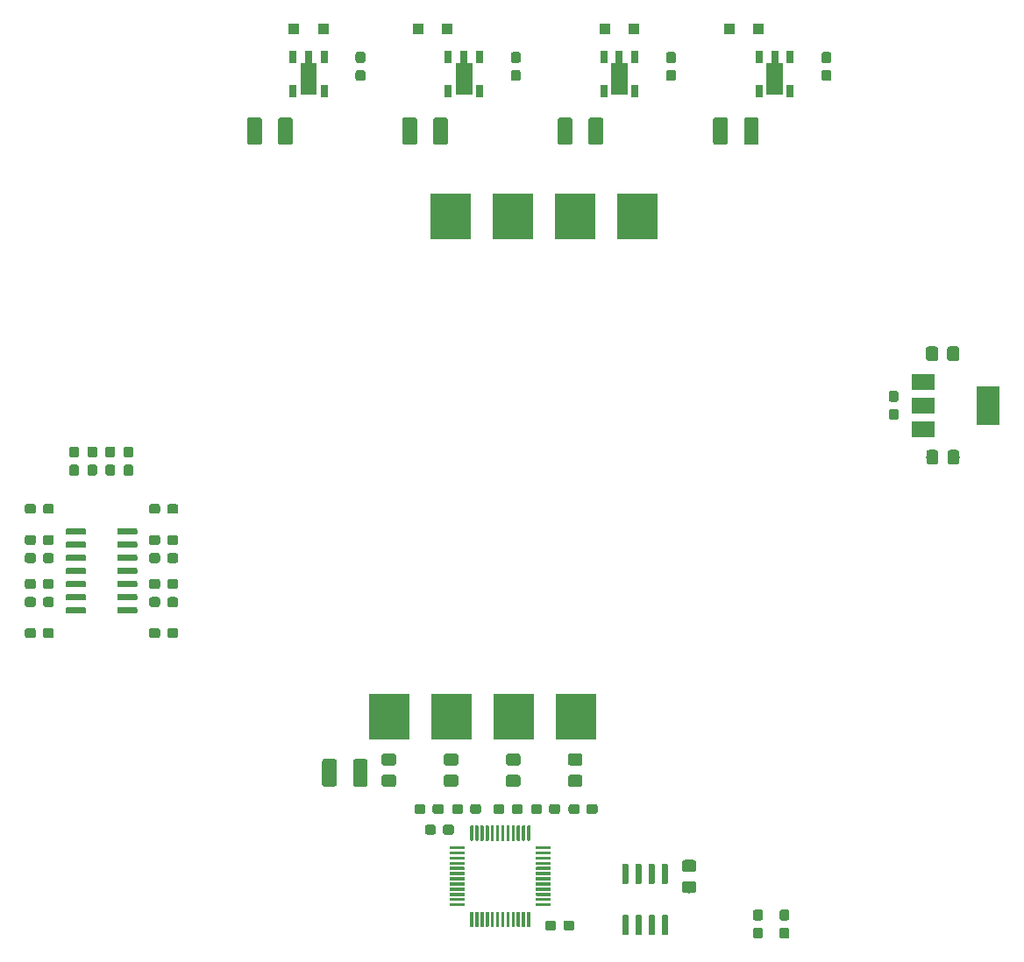
<source format=gbp>
G04 #@! TF.GenerationSoftware,KiCad,Pcbnew,(5.1.4)-1*
G04 #@! TF.CreationDate,2019-10-31T11:31:03+01:00*
G04 #@! TF.ProjectId,LED_Strahler,4c45445f-5374-4726-9168-6c65722e6b69,rev?*
G04 #@! TF.SameCoordinates,Original*
G04 #@! TF.FileFunction,Paste,Bot*
G04 #@! TF.FilePolarity,Positive*
%FSLAX46Y46*%
G04 Gerber Fmt 4.6, Leading zero omitted, Abs format (unit mm)*
G04 Created by KiCad (PCBNEW (5.1.4)-1) date 2019-10-31 11:31:03*
%MOMM*%
%LPD*%
G04 APERTURE LIST*
%ADD10C,0.680000*%
%ADD11C,0.100000*%
%ADD12R,0.680000X1.200000*%
%ADD13C,1.425000*%
%ADD14R,4.000000X4.500000*%
%ADD15C,0.600000*%
%ADD16C,1.150000*%
%ADD17R,2.200000X3.800000*%
%ADD18R,2.200000X1.500000*%
%ADD19C,0.300000*%
%ADD20C,0.950000*%
%ADD21R,1.100000X1.100000*%
G04 APERTURE END LIST*
D10*
X130000000Y-60350000D03*
D11*
G36*
X130800490Y-64000098D02*
G01*
X130800462Y-64000191D01*
X130800416Y-64000278D01*
X130800354Y-64000354D01*
X130800278Y-64000416D01*
X130800191Y-64000462D01*
X130800098Y-64000490D01*
X130800000Y-64000500D01*
X129200000Y-64000500D01*
X129199902Y-64000490D01*
X129199809Y-64000462D01*
X129199722Y-64000416D01*
X129199646Y-64000354D01*
X129199584Y-64000278D01*
X129199538Y-64000191D01*
X129199510Y-64000098D01*
X129199500Y-64000000D01*
X129199500Y-60950000D01*
X129199510Y-60949902D01*
X129199538Y-60949809D01*
X129199584Y-60949722D01*
X129199646Y-60949646D01*
X129199722Y-60949584D01*
X129199809Y-60949538D01*
X129199902Y-60949510D01*
X129200000Y-60949500D01*
X129659500Y-60949500D01*
X129659500Y-59750000D01*
X129659510Y-59749902D01*
X129659538Y-59749809D01*
X129659584Y-59749722D01*
X129659646Y-59749646D01*
X129659722Y-59749584D01*
X129659809Y-59749538D01*
X129659902Y-59749510D01*
X129660000Y-59749500D01*
X130340000Y-59749500D01*
X130340098Y-59749510D01*
X130340191Y-59749538D01*
X130340278Y-59749584D01*
X130340354Y-59749646D01*
X130340416Y-59749722D01*
X130340462Y-59749809D01*
X130340490Y-59749902D01*
X130340500Y-59750000D01*
X130340500Y-60949500D01*
X130800000Y-60949500D01*
X130800098Y-60949510D01*
X130800191Y-60949538D01*
X130800278Y-60949584D01*
X130800354Y-60949646D01*
X130800416Y-60949722D01*
X130800462Y-60949809D01*
X130800490Y-60949902D01*
X130800500Y-60950000D01*
X130800500Y-64000000D01*
X130800490Y-64000098D01*
X130800490Y-64000098D01*
G37*
D12*
X128500000Y-63650000D03*
X131500000Y-63650000D03*
X131500000Y-60350000D03*
X128500000Y-60350000D03*
D11*
G36*
X132499504Y-128176204D02*
G01*
X132523773Y-128179804D01*
X132547571Y-128185765D01*
X132570671Y-128194030D01*
X132592849Y-128204520D01*
X132613893Y-128217133D01*
X132633598Y-128231747D01*
X132651777Y-128248223D01*
X132668253Y-128266402D01*
X132682867Y-128286107D01*
X132695480Y-128307151D01*
X132705970Y-128329329D01*
X132714235Y-128352429D01*
X132720196Y-128376227D01*
X132723796Y-128400496D01*
X132725000Y-128425000D01*
X132725000Y-130575000D01*
X132723796Y-130599504D01*
X132720196Y-130623773D01*
X132714235Y-130647571D01*
X132705970Y-130670671D01*
X132695480Y-130692849D01*
X132682867Y-130713893D01*
X132668253Y-130733598D01*
X132651777Y-130751777D01*
X132633598Y-130768253D01*
X132613893Y-130782867D01*
X132592849Y-130795480D01*
X132570671Y-130805970D01*
X132547571Y-130814235D01*
X132523773Y-130820196D01*
X132499504Y-130823796D01*
X132475000Y-130825000D01*
X131550000Y-130825000D01*
X131525496Y-130823796D01*
X131501227Y-130820196D01*
X131477429Y-130814235D01*
X131454329Y-130805970D01*
X131432151Y-130795480D01*
X131411107Y-130782867D01*
X131391402Y-130768253D01*
X131373223Y-130751777D01*
X131356747Y-130733598D01*
X131342133Y-130713893D01*
X131329520Y-130692849D01*
X131319030Y-130670671D01*
X131310765Y-130647571D01*
X131304804Y-130623773D01*
X131301204Y-130599504D01*
X131300000Y-130575000D01*
X131300000Y-128425000D01*
X131301204Y-128400496D01*
X131304804Y-128376227D01*
X131310765Y-128352429D01*
X131319030Y-128329329D01*
X131329520Y-128307151D01*
X131342133Y-128286107D01*
X131356747Y-128266402D01*
X131373223Y-128248223D01*
X131391402Y-128231747D01*
X131411107Y-128217133D01*
X131432151Y-128204520D01*
X131454329Y-128194030D01*
X131477429Y-128185765D01*
X131501227Y-128179804D01*
X131525496Y-128176204D01*
X131550000Y-128175000D01*
X132475000Y-128175000D01*
X132499504Y-128176204D01*
X132499504Y-128176204D01*
G37*
D13*
X132012500Y-129500000D03*
D11*
G36*
X135474504Y-128176204D02*
G01*
X135498773Y-128179804D01*
X135522571Y-128185765D01*
X135545671Y-128194030D01*
X135567849Y-128204520D01*
X135588893Y-128217133D01*
X135608598Y-128231747D01*
X135626777Y-128248223D01*
X135643253Y-128266402D01*
X135657867Y-128286107D01*
X135670480Y-128307151D01*
X135680970Y-128329329D01*
X135689235Y-128352429D01*
X135695196Y-128376227D01*
X135698796Y-128400496D01*
X135700000Y-128425000D01*
X135700000Y-130575000D01*
X135698796Y-130599504D01*
X135695196Y-130623773D01*
X135689235Y-130647571D01*
X135680970Y-130670671D01*
X135670480Y-130692849D01*
X135657867Y-130713893D01*
X135643253Y-130733598D01*
X135626777Y-130751777D01*
X135608598Y-130768253D01*
X135588893Y-130782867D01*
X135567849Y-130795480D01*
X135545671Y-130805970D01*
X135522571Y-130814235D01*
X135498773Y-130820196D01*
X135474504Y-130823796D01*
X135450000Y-130825000D01*
X134525000Y-130825000D01*
X134500496Y-130823796D01*
X134476227Y-130820196D01*
X134452429Y-130814235D01*
X134429329Y-130805970D01*
X134407151Y-130795480D01*
X134386107Y-130782867D01*
X134366402Y-130768253D01*
X134348223Y-130751777D01*
X134331747Y-130733598D01*
X134317133Y-130713893D01*
X134304520Y-130692849D01*
X134294030Y-130670671D01*
X134285765Y-130647571D01*
X134279804Y-130623773D01*
X134276204Y-130599504D01*
X134275000Y-130575000D01*
X134275000Y-128425000D01*
X134276204Y-128400496D01*
X134279804Y-128376227D01*
X134285765Y-128352429D01*
X134294030Y-128329329D01*
X134304520Y-128307151D01*
X134317133Y-128286107D01*
X134331747Y-128266402D01*
X134348223Y-128248223D01*
X134366402Y-128231747D01*
X134386107Y-128217133D01*
X134407151Y-128204520D01*
X134429329Y-128194030D01*
X134452429Y-128185765D01*
X134476227Y-128179804D01*
X134500496Y-128176204D01*
X134525000Y-128175000D01*
X135450000Y-128175000D01*
X135474504Y-128176204D01*
X135474504Y-128176204D01*
G37*
D13*
X134987500Y-129500000D03*
D14*
X161746000Y-75714000D03*
X155796800Y-124108200D03*
X155746000Y-75714000D03*
X149796800Y-124108200D03*
X149746000Y-75714000D03*
X143796800Y-124108200D03*
X143746000Y-75714000D03*
X137796800Y-124108200D03*
D11*
G36*
X113314703Y-113510722D02*
G01*
X113329264Y-113512882D01*
X113343543Y-113516459D01*
X113357403Y-113521418D01*
X113370710Y-113527712D01*
X113383336Y-113535280D01*
X113395159Y-113544048D01*
X113406066Y-113553934D01*
X113415952Y-113564841D01*
X113424720Y-113576664D01*
X113432288Y-113589290D01*
X113438582Y-113602597D01*
X113443541Y-113616457D01*
X113447118Y-113630736D01*
X113449278Y-113645297D01*
X113450000Y-113660000D01*
X113450000Y-113960000D01*
X113449278Y-113974703D01*
X113447118Y-113989264D01*
X113443541Y-114003543D01*
X113438582Y-114017403D01*
X113432288Y-114030710D01*
X113424720Y-114043336D01*
X113415952Y-114055159D01*
X113406066Y-114066066D01*
X113395159Y-114075952D01*
X113383336Y-114084720D01*
X113370710Y-114092288D01*
X113357403Y-114098582D01*
X113343543Y-114103541D01*
X113329264Y-114107118D01*
X113314703Y-114109278D01*
X113300000Y-114110000D01*
X111650000Y-114110000D01*
X111635297Y-114109278D01*
X111620736Y-114107118D01*
X111606457Y-114103541D01*
X111592597Y-114098582D01*
X111579290Y-114092288D01*
X111566664Y-114084720D01*
X111554841Y-114075952D01*
X111543934Y-114066066D01*
X111534048Y-114055159D01*
X111525280Y-114043336D01*
X111517712Y-114030710D01*
X111511418Y-114017403D01*
X111506459Y-114003543D01*
X111502882Y-113989264D01*
X111500722Y-113974703D01*
X111500000Y-113960000D01*
X111500000Y-113660000D01*
X111500722Y-113645297D01*
X111502882Y-113630736D01*
X111506459Y-113616457D01*
X111511418Y-113602597D01*
X111517712Y-113589290D01*
X111525280Y-113576664D01*
X111534048Y-113564841D01*
X111543934Y-113553934D01*
X111554841Y-113544048D01*
X111566664Y-113535280D01*
X111579290Y-113527712D01*
X111592597Y-113521418D01*
X111606457Y-113516459D01*
X111620736Y-113512882D01*
X111635297Y-113510722D01*
X111650000Y-113510000D01*
X113300000Y-113510000D01*
X113314703Y-113510722D01*
X113314703Y-113510722D01*
G37*
D15*
X112475000Y-113810000D03*
D11*
G36*
X113314703Y-112240722D02*
G01*
X113329264Y-112242882D01*
X113343543Y-112246459D01*
X113357403Y-112251418D01*
X113370710Y-112257712D01*
X113383336Y-112265280D01*
X113395159Y-112274048D01*
X113406066Y-112283934D01*
X113415952Y-112294841D01*
X113424720Y-112306664D01*
X113432288Y-112319290D01*
X113438582Y-112332597D01*
X113443541Y-112346457D01*
X113447118Y-112360736D01*
X113449278Y-112375297D01*
X113450000Y-112390000D01*
X113450000Y-112690000D01*
X113449278Y-112704703D01*
X113447118Y-112719264D01*
X113443541Y-112733543D01*
X113438582Y-112747403D01*
X113432288Y-112760710D01*
X113424720Y-112773336D01*
X113415952Y-112785159D01*
X113406066Y-112796066D01*
X113395159Y-112805952D01*
X113383336Y-112814720D01*
X113370710Y-112822288D01*
X113357403Y-112828582D01*
X113343543Y-112833541D01*
X113329264Y-112837118D01*
X113314703Y-112839278D01*
X113300000Y-112840000D01*
X111650000Y-112840000D01*
X111635297Y-112839278D01*
X111620736Y-112837118D01*
X111606457Y-112833541D01*
X111592597Y-112828582D01*
X111579290Y-112822288D01*
X111566664Y-112814720D01*
X111554841Y-112805952D01*
X111543934Y-112796066D01*
X111534048Y-112785159D01*
X111525280Y-112773336D01*
X111517712Y-112760710D01*
X111511418Y-112747403D01*
X111506459Y-112733543D01*
X111502882Y-112719264D01*
X111500722Y-112704703D01*
X111500000Y-112690000D01*
X111500000Y-112390000D01*
X111500722Y-112375297D01*
X111502882Y-112360736D01*
X111506459Y-112346457D01*
X111511418Y-112332597D01*
X111517712Y-112319290D01*
X111525280Y-112306664D01*
X111534048Y-112294841D01*
X111543934Y-112283934D01*
X111554841Y-112274048D01*
X111566664Y-112265280D01*
X111579290Y-112257712D01*
X111592597Y-112251418D01*
X111606457Y-112246459D01*
X111620736Y-112242882D01*
X111635297Y-112240722D01*
X111650000Y-112240000D01*
X113300000Y-112240000D01*
X113314703Y-112240722D01*
X113314703Y-112240722D01*
G37*
D15*
X112475000Y-112540000D03*
D11*
G36*
X113314703Y-110970722D02*
G01*
X113329264Y-110972882D01*
X113343543Y-110976459D01*
X113357403Y-110981418D01*
X113370710Y-110987712D01*
X113383336Y-110995280D01*
X113395159Y-111004048D01*
X113406066Y-111013934D01*
X113415952Y-111024841D01*
X113424720Y-111036664D01*
X113432288Y-111049290D01*
X113438582Y-111062597D01*
X113443541Y-111076457D01*
X113447118Y-111090736D01*
X113449278Y-111105297D01*
X113450000Y-111120000D01*
X113450000Y-111420000D01*
X113449278Y-111434703D01*
X113447118Y-111449264D01*
X113443541Y-111463543D01*
X113438582Y-111477403D01*
X113432288Y-111490710D01*
X113424720Y-111503336D01*
X113415952Y-111515159D01*
X113406066Y-111526066D01*
X113395159Y-111535952D01*
X113383336Y-111544720D01*
X113370710Y-111552288D01*
X113357403Y-111558582D01*
X113343543Y-111563541D01*
X113329264Y-111567118D01*
X113314703Y-111569278D01*
X113300000Y-111570000D01*
X111650000Y-111570000D01*
X111635297Y-111569278D01*
X111620736Y-111567118D01*
X111606457Y-111563541D01*
X111592597Y-111558582D01*
X111579290Y-111552288D01*
X111566664Y-111544720D01*
X111554841Y-111535952D01*
X111543934Y-111526066D01*
X111534048Y-111515159D01*
X111525280Y-111503336D01*
X111517712Y-111490710D01*
X111511418Y-111477403D01*
X111506459Y-111463543D01*
X111502882Y-111449264D01*
X111500722Y-111434703D01*
X111500000Y-111420000D01*
X111500000Y-111120000D01*
X111500722Y-111105297D01*
X111502882Y-111090736D01*
X111506459Y-111076457D01*
X111511418Y-111062597D01*
X111517712Y-111049290D01*
X111525280Y-111036664D01*
X111534048Y-111024841D01*
X111543934Y-111013934D01*
X111554841Y-111004048D01*
X111566664Y-110995280D01*
X111579290Y-110987712D01*
X111592597Y-110981418D01*
X111606457Y-110976459D01*
X111620736Y-110972882D01*
X111635297Y-110970722D01*
X111650000Y-110970000D01*
X113300000Y-110970000D01*
X113314703Y-110970722D01*
X113314703Y-110970722D01*
G37*
D15*
X112475000Y-111270000D03*
D11*
G36*
X113314703Y-109700722D02*
G01*
X113329264Y-109702882D01*
X113343543Y-109706459D01*
X113357403Y-109711418D01*
X113370710Y-109717712D01*
X113383336Y-109725280D01*
X113395159Y-109734048D01*
X113406066Y-109743934D01*
X113415952Y-109754841D01*
X113424720Y-109766664D01*
X113432288Y-109779290D01*
X113438582Y-109792597D01*
X113443541Y-109806457D01*
X113447118Y-109820736D01*
X113449278Y-109835297D01*
X113450000Y-109850000D01*
X113450000Y-110150000D01*
X113449278Y-110164703D01*
X113447118Y-110179264D01*
X113443541Y-110193543D01*
X113438582Y-110207403D01*
X113432288Y-110220710D01*
X113424720Y-110233336D01*
X113415952Y-110245159D01*
X113406066Y-110256066D01*
X113395159Y-110265952D01*
X113383336Y-110274720D01*
X113370710Y-110282288D01*
X113357403Y-110288582D01*
X113343543Y-110293541D01*
X113329264Y-110297118D01*
X113314703Y-110299278D01*
X113300000Y-110300000D01*
X111650000Y-110300000D01*
X111635297Y-110299278D01*
X111620736Y-110297118D01*
X111606457Y-110293541D01*
X111592597Y-110288582D01*
X111579290Y-110282288D01*
X111566664Y-110274720D01*
X111554841Y-110265952D01*
X111543934Y-110256066D01*
X111534048Y-110245159D01*
X111525280Y-110233336D01*
X111517712Y-110220710D01*
X111511418Y-110207403D01*
X111506459Y-110193543D01*
X111502882Y-110179264D01*
X111500722Y-110164703D01*
X111500000Y-110150000D01*
X111500000Y-109850000D01*
X111500722Y-109835297D01*
X111502882Y-109820736D01*
X111506459Y-109806457D01*
X111511418Y-109792597D01*
X111517712Y-109779290D01*
X111525280Y-109766664D01*
X111534048Y-109754841D01*
X111543934Y-109743934D01*
X111554841Y-109734048D01*
X111566664Y-109725280D01*
X111579290Y-109717712D01*
X111592597Y-109711418D01*
X111606457Y-109706459D01*
X111620736Y-109702882D01*
X111635297Y-109700722D01*
X111650000Y-109700000D01*
X113300000Y-109700000D01*
X113314703Y-109700722D01*
X113314703Y-109700722D01*
G37*
D15*
X112475000Y-110000000D03*
D11*
G36*
X113314703Y-108430722D02*
G01*
X113329264Y-108432882D01*
X113343543Y-108436459D01*
X113357403Y-108441418D01*
X113370710Y-108447712D01*
X113383336Y-108455280D01*
X113395159Y-108464048D01*
X113406066Y-108473934D01*
X113415952Y-108484841D01*
X113424720Y-108496664D01*
X113432288Y-108509290D01*
X113438582Y-108522597D01*
X113443541Y-108536457D01*
X113447118Y-108550736D01*
X113449278Y-108565297D01*
X113450000Y-108580000D01*
X113450000Y-108880000D01*
X113449278Y-108894703D01*
X113447118Y-108909264D01*
X113443541Y-108923543D01*
X113438582Y-108937403D01*
X113432288Y-108950710D01*
X113424720Y-108963336D01*
X113415952Y-108975159D01*
X113406066Y-108986066D01*
X113395159Y-108995952D01*
X113383336Y-109004720D01*
X113370710Y-109012288D01*
X113357403Y-109018582D01*
X113343543Y-109023541D01*
X113329264Y-109027118D01*
X113314703Y-109029278D01*
X113300000Y-109030000D01*
X111650000Y-109030000D01*
X111635297Y-109029278D01*
X111620736Y-109027118D01*
X111606457Y-109023541D01*
X111592597Y-109018582D01*
X111579290Y-109012288D01*
X111566664Y-109004720D01*
X111554841Y-108995952D01*
X111543934Y-108986066D01*
X111534048Y-108975159D01*
X111525280Y-108963336D01*
X111517712Y-108950710D01*
X111511418Y-108937403D01*
X111506459Y-108923543D01*
X111502882Y-108909264D01*
X111500722Y-108894703D01*
X111500000Y-108880000D01*
X111500000Y-108580000D01*
X111500722Y-108565297D01*
X111502882Y-108550736D01*
X111506459Y-108536457D01*
X111511418Y-108522597D01*
X111517712Y-108509290D01*
X111525280Y-108496664D01*
X111534048Y-108484841D01*
X111543934Y-108473934D01*
X111554841Y-108464048D01*
X111566664Y-108455280D01*
X111579290Y-108447712D01*
X111592597Y-108441418D01*
X111606457Y-108436459D01*
X111620736Y-108432882D01*
X111635297Y-108430722D01*
X111650000Y-108430000D01*
X113300000Y-108430000D01*
X113314703Y-108430722D01*
X113314703Y-108430722D01*
G37*
D15*
X112475000Y-108730000D03*
D11*
G36*
X113314703Y-107160722D02*
G01*
X113329264Y-107162882D01*
X113343543Y-107166459D01*
X113357403Y-107171418D01*
X113370710Y-107177712D01*
X113383336Y-107185280D01*
X113395159Y-107194048D01*
X113406066Y-107203934D01*
X113415952Y-107214841D01*
X113424720Y-107226664D01*
X113432288Y-107239290D01*
X113438582Y-107252597D01*
X113443541Y-107266457D01*
X113447118Y-107280736D01*
X113449278Y-107295297D01*
X113450000Y-107310000D01*
X113450000Y-107610000D01*
X113449278Y-107624703D01*
X113447118Y-107639264D01*
X113443541Y-107653543D01*
X113438582Y-107667403D01*
X113432288Y-107680710D01*
X113424720Y-107693336D01*
X113415952Y-107705159D01*
X113406066Y-107716066D01*
X113395159Y-107725952D01*
X113383336Y-107734720D01*
X113370710Y-107742288D01*
X113357403Y-107748582D01*
X113343543Y-107753541D01*
X113329264Y-107757118D01*
X113314703Y-107759278D01*
X113300000Y-107760000D01*
X111650000Y-107760000D01*
X111635297Y-107759278D01*
X111620736Y-107757118D01*
X111606457Y-107753541D01*
X111592597Y-107748582D01*
X111579290Y-107742288D01*
X111566664Y-107734720D01*
X111554841Y-107725952D01*
X111543934Y-107716066D01*
X111534048Y-107705159D01*
X111525280Y-107693336D01*
X111517712Y-107680710D01*
X111511418Y-107667403D01*
X111506459Y-107653543D01*
X111502882Y-107639264D01*
X111500722Y-107624703D01*
X111500000Y-107610000D01*
X111500000Y-107310000D01*
X111500722Y-107295297D01*
X111502882Y-107280736D01*
X111506459Y-107266457D01*
X111511418Y-107252597D01*
X111517712Y-107239290D01*
X111525280Y-107226664D01*
X111534048Y-107214841D01*
X111543934Y-107203934D01*
X111554841Y-107194048D01*
X111566664Y-107185280D01*
X111579290Y-107177712D01*
X111592597Y-107171418D01*
X111606457Y-107166459D01*
X111620736Y-107162882D01*
X111635297Y-107160722D01*
X111650000Y-107160000D01*
X113300000Y-107160000D01*
X113314703Y-107160722D01*
X113314703Y-107160722D01*
G37*
D15*
X112475000Y-107460000D03*
D11*
G36*
X113314703Y-105890722D02*
G01*
X113329264Y-105892882D01*
X113343543Y-105896459D01*
X113357403Y-105901418D01*
X113370710Y-105907712D01*
X113383336Y-105915280D01*
X113395159Y-105924048D01*
X113406066Y-105933934D01*
X113415952Y-105944841D01*
X113424720Y-105956664D01*
X113432288Y-105969290D01*
X113438582Y-105982597D01*
X113443541Y-105996457D01*
X113447118Y-106010736D01*
X113449278Y-106025297D01*
X113450000Y-106040000D01*
X113450000Y-106340000D01*
X113449278Y-106354703D01*
X113447118Y-106369264D01*
X113443541Y-106383543D01*
X113438582Y-106397403D01*
X113432288Y-106410710D01*
X113424720Y-106423336D01*
X113415952Y-106435159D01*
X113406066Y-106446066D01*
X113395159Y-106455952D01*
X113383336Y-106464720D01*
X113370710Y-106472288D01*
X113357403Y-106478582D01*
X113343543Y-106483541D01*
X113329264Y-106487118D01*
X113314703Y-106489278D01*
X113300000Y-106490000D01*
X111650000Y-106490000D01*
X111635297Y-106489278D01*
X111620736Y-106487118D01*
X111606457Y-106483541D01*
X111592597Y-106478582D01*
X111579290Y-106472288D01*
X111566664Y-106464720D01*
X111554841Y-106455952D01*
X111543934Y-106446066D01*
X111534048Y-106435159D01*
X111525280Y-106423336D01*
X111517712Y-106410710D01*
X111511418Y-106397403D01*
X111506459Y-106383543D01*
X111502882Y-106369264D01*
X111500722Y-106354703D01*
X111500000Y-106340000D01*
X111500000Y-106040000D01*
X111500722Y-106025297D01*
X111502882Y-106010736D01*
X111506459Y-105996457D01*
X111511418Y-105982597D01*
X111517712Y-105969290D01*
X111525280Y-105956664D01*
X111534048Y-105944841D01*
X111543934Y-105933934D01*
X111554841Y-105924048D01*
X111566664Y-105915280D01*
X111579290Y-105907712D01*
X111592597Y-105901418D01*
X111606457Y-105896459D01*
X111620736Y-105892882D01*
X111635297Y-105890722D01*
X111650000Y-105890000D01*
X113300000Y-105890000D01*
X113314703Y-105890722D01*
X113314703Y-105890722D01*
G37*
D15*
X112475000Y-106190000D03*
D11*
G36*
X108364703Y-105890722D02*
G01*
X108379264Y-105892882D01*
X108393543Y-105896459D01*
X108407403Y-105901418D01*
X108420710Y-105907712D01*
X108433336Y-105915280D01*
X108445159Y-105924048D01*
X108456066Y-105933934D01*
X108465952Y-105944841D01*
X108474720Y-105956664D01*
X108482288Y-105969290D01*
X108488582Y-105982597D01*
X108493541Y-105996457D01*
X108497118Y-106010736D01*
X108499278Y-106025297D01*
X108500000Y-106040000D01*
X108500000Y-106340000D01*
X108499278Y-106354703D01*
X108497118Y-106369264D01*
X108493541Y-106383543D01*
X108488582Y-106397403D01*
X108482288Y-106410710D01*
X108474720Y-106423336D01*
X108465952Y-106435159D01*
X108456066Y-106446066D01*
X108445159Y-106455952D01*
X108433336Y-106464720D01*
X108420710Y-106472288D01*
X108407403Y-106478582D01*
X108393543Y-106483541D01*
X108379264Y-106487118D01*
X108364703Y-106489278D01*
X108350000Y-106490000D01*
X106700000Y-106490000D01*
X106685297Y-106489278D01*
X106670736Y-106487118D01*
X106656457Y-106483541D01*
X106642597Y-106478582D01*
X106629290Y-106472288D01*
X106616664Y-106464720D01*
X106604841Y-106455952D01*
X106593934Y-106446066D01*
X106584048Y-106435159D01*
X106575280Y-106423336D01*
X106567712Y-106410710D01*
X106561418Y-106397403D01*
X106556459Y-106383543D01*
X106552882Y-106369264D01*
X106550722Y-106354703D01*
X106550000Y-106340000D01*
X106550000Y-106040000D01*
X106550722Y-106025297D01*
X106552882Y-106010736D01*
X106556459Y-105996457D01*
X106561418Y-105982597D01*
X106567712Y-105969290D01*
X106575280Y-105956664D01*
X106584048Y-105944841D01*
X106593934Y-105933934D01*
X106604841Y-105924048D01*
X106616664Y-105915280D01*
X106629290Y-105907712D01*
X106642597Y-105901418D01*
X106656457Y-105896459D01*
X106670736Y-105892882D01*
X106685297Y-105890722D01*
X106700000Y-105890000D01*
X108350000Y-105890000D01*
X108364703Y-105890722D01*
X108364703Y-105890722D01*
G37*
D15*
X107525000Y-106190000D03*
D11*
G36*
X108364703Y-107160722D02*
G01*
X108379264Y-107162882D01*
X108393543Y-107166459D01*
X108407403Y-107171418D01*
X108420710Y-107177712D01*
X108433336Y-107185280D01*
X108445159Y-107194048D01*
X108456066Y-107203934D01*
X108465952Y-107214841D01*
X108474720Y-107226664D01*
X108482288Y-107239290D01*
X108488582Y-107252597D01*
X108493541Y-107266457D01*
X108497118Y-107280736D01*
X108499278Y-107295297D01*
X108500000Y-107310000D01*
X108500000Y-107610000D01*
X108499278Y-107624703D01*
X108497118Y-107639264D01*
X108493541Y-107653543D01*
X108488582Y-107667403D01*
X108482288Y-107680710D01*
X108474720Y-107693336D01*
X108465952Y-107705159D01*
X108456066Y-107716066D01*
X108445159Y-107725952D01*
X108433336Y-107734720D01*
X108420710Y-107742288D01*
X108407403Y-107748582D01*
X108393543Y-107753541D01*
X108379264Y-107757118D01*
X108364703Y-107759278D01*
X108350000Y-107760000D01*
X106700000Y-107760000D01*
X106685297Y-107759278D01*
X106670736Y-107757118D01*
X106656457Y-107753541D01*
X106642597Y-107748582D01*
X106629290Y-107742288D01*
X106616664Y-107734720D01*
X106604841Y-107725952D01*
X106593934Y-107716066D01*
X106584048Y-107705159D01*
X106575280Y-107693336D01*
X106567712Y-107680710D01*
X106561418Y-107667403D01*
X106556459Y-107653543D01*
X106552882Y-107639264D01*
X106550722Y-107624703D01*
X106550000Y-107610000D01*
X106550000Y-107310000D01*
X106550722Y-107295297D01*
X106552882Y-107280736D01*
X106556459Y-107266457D01*
X106561418Y-107252597D01*
X106567712Y-107239290D01*
X106575280Y-107226664D01*
X106584048Y-107214841D01*
X106593934Y-107203934D01*
X106604841Y-107194048D01*
X106616664Y-107185280D01*
X106629290Y-107177712D01*
X106642597Y-107171418D01*
X106656457Y-107166459D01*
X106670736Y-107162882D01*
X106685297Y-107160722D01*
X106700000Y-107160000D01*
X108350000Y-107160000D01*
X108364703Y-107160722D01*
X108364703Y-107160722D01*
G37*
D15*
X107525000Y-107460000D03*
D11*
G36*
X108364703Y-108430722D02*
G01*
X108379264Y-108432882D01*
X108393543Y-108436459D01*
X108407403Y-108441418D01*
X108420710Y-108447712D01*
X108433336Y-108455280D01*
X108445159Y-108464048D01*
X108456066Y-108473934D01*
X108465952Y-108484841D01*
X108474720Y-108496664D01*
X108482288Y-108509290D01*
X108488582Y-108522597D01*
X108493541Y-108536457D01*
X108497118Y-108550736D01*
X108499278Y-108565297D01*
X108500000Y-108580000D01*
X108500000Y-108880000D01*
X108499278Y-108894703D01*
X108497118Y-108909264D01*
X108493541Y-108923543D01*
X108488582Y-108937403D01*
X108482288Y-108950710D01*
X108474720Y-108963336D01*
X108465952Y-108975159D01*
X108456066Y-108986066D01*
X108445159Y-108995952D01*
X108433336Y-109004720D01*
X108420710Y-109012288D01*
X108407403Y-109018582D01*
X108393543Y-109023541D01*
X108379264Y-109027118D01*
X108364703Y-109029278D01*
X108350000Y-109030000D01*
X106700000Y-109030000D01*
X106685297Y-109029278D01*
X106670736Y-109027118D01*
X106656457Y-109023541D01*
X106642597Y-109018582D01*
X106629290Y-109012288D01*
X106616664Y-109004720D01*
X106604841Y-108995952D01*
X106593934Y-108986066D01*
X106584048Y-108975159D01*
X106575280Y-108963336D01*
X106567712Y-108950710D01*
X106561418Y-108937403D01*
X106556459Y-108923543D01*
X106552882Y-108909264D01*
X106550722Y-108894703D01*
X106550000Y-108880000D01*
X106550000Y-108580000D01*
X106550722Y-108565297D01*
X106552882Y-108550736D01*
X106556459Y-108536457D01*
X106561418Y-108522597D01*
X106567712Y-108509290D01*
X106575280Y-108496664D01*
X106584048Y-108484841D01*
X106593934Y-108473934D01*
X106604841Y-108464048D01*
X106616664Y-108455280D01*
X106629290Y-108447712D01*
X106642597Y-108441418D01*
X106656457Y-108436459D01*
X106670736Y-108432882D01*
X106685297Y-108430722D01*
X106700000Y-108430000D01*
X108350000Y-108430000D01*
X108364703Y-108430722D01*
X108364703Y-108430722D01*
G37*
D15*
X107525000Y-108730000D03*
D11*
G36*
X108364703Y-109700722D02*
G01*
X108379264Y-109702882D01*
X108393543Y-109706459D01*
X108407403Y-109711418D01*
X108420710Y-109717712D01*
X108433336Y-109725280D01*
X108445159Y-109734048D01*
X108456066Y-109743934D01*
X108465952Y-109754841D01*
X108474720Y-109766664D01*
X108482288Y-109779290D01*
X108488582Y-109792597D01*
X108493541Y-109806457D01*
X108497118Y-109820736D01*
X108499278Y-109835297D01*
X108500000Y-109850000D01*
X108500000Y-110150000D01*
X108499278Y-110164703D01*
X108497118Y-110179264D01*
X108493541Y-110193543D01*
X108488582Y-110207403D01*
X108482288Y-110220710D01*
X108474720Y-110233336D01*
X108465952Y-110245159D01*
X108456066Y-110256066D01*
X108445159Y-110265952D01*
X108433336Y-110274720D01*
X108420710Y-110282288D01*
X108407403Y-110288582D01*
X108393543Y-110293541D01*
X108379264Y-110297118D01*
X108364703Y-110299278D01*
X108350000Y-110300000D01*
X106700000Y-110300000D01*
X106685297Y-110299278D01*
X106670736Y-110297118D01*
X106656457Y-110293541D01*
X106642597Y-110288582D01*
X106629290Y-110282288D01*
X106616664Y-110274720D01*
X106604841Y-110265952D01*
X106593934Y-110256066D01*
X106584048Y-110245159D01*
X106575280Y-110233336D01*
X106567712Y-110220710D01*
X106561418Y-110207403D01*
X106556459Y-110193543D01*
X106552882Y-110179264D01*
X106550722Y-110164703D01*
X106550000Y-110150000D01*
X106550000Y-109850000D01*
X106550722Y-109835297D01*
X106552882Y-109820736D01*
X106556459Y-109806457D01*
X106561418Y-109792597D01*
X106567712Y-109779290D01*
X106575280Y-109766664D01*
X106584048Y-109754841D01*
X106593934Y-109743934D01*
X106604841Y-109734048D01*
X106616664Y-109725280D01*
X106629290Y-109717712D01*
X106642597Y-109711418D01*
X106656457Y-109706459D01*
X106670736Y-109702882D01*
X106685297Y-109700722D01*
X106700000Y-109700000D01*
X108350000Y-109700000D01*
X108364703Y-109700722D01*
X108364703Y-109700722D01*
G37*
D15*
X107525000Y-110000000D03*
D11*
G36*
X108364703Y-110970722D02*
G01*
X108379264Y-110972882D01*
X108393543Y-110976459D01*
X108407403Y-110981418D01*
X108420710Y-110987712D01*
X108433336Y-110995280D01*
X108445159Y-111004048D01*
X108456066Y-111013934D01*
X108465952Y-111024841D01*
X108474720Y-111036664D01*
X108482288Y-111049290D01*
X108488582Y-111062597D01*
X108493541Y-111076457D01*
X108497118Y-111090736D01*
X108499278Y-111105297D01*
X108500000Y-111120000D01*
X108500000Y-111420000D01*
X108499278Y-111434703D01*
X108497118Y-111449264D01*
X108493541Y-111463543D01*
X108488582Y-111477403D01*
X108482288Y-111490710D01*
X108474720Y-111503336D01*
X108465952Y-111515159D01*
X108456066Y-111526066D01*
X108445159Y-111535952D01*
X108433336Y-111544720D01*
X108420710Y-111552288D01*
X108407403Y-111558582D01*
X108393543Y-111563541D01*
X108379264Y-111567118D01*
X108364703Y-111569278D01*
X108350000Y-111570000D01*
X106700000Y-111570000D01*
X106685297Y-111569278D01*
X106670736Y-111567118D01*
X106656457Y-111563541D01*
X106642597Y-111558582D01*
X106629290Y-111552288D01*
X106616664Y-111544720D01*
X106604841Y-111535952D01*
X106593934Y-111526066D01*
X106584048Y-111515159D01*
X106575280Y-111503336D01*
X106567712Y-111490710D01*
X106561418Y-111477403D01*
X106556459Y-111463543D01*
X106552882Y-111449264D01*
X106550722Y-111434703D01*
X106550000Y-111420000D01*
X106550000Y-111120000D01*
X106550722Y-111105297D01*
X106552882Y-111090736D01*
X106556459Y-111076457D01*
X106561418Y-111062597D01*
X106567712Y-111049290D01*
X106575280Y-111036664D01*
X106584048Y-111024841D01*
X106593934Y-111013934D01*
X106604841Y-111004048D01*
X106616664Y-110995280D01*
X106629290Y-110987712D01*
X106642597Y-110981418D01*
X106656457Y-110976459D01*
X106670736Y-110972882D01*
X106685297Y-110970722D01*
X106700000Y-110970000D01*
X108350000Y-110970000D01*
X108364703Y-110970722D01*
X108364703Y-110970722D01*
G37*
D15*
X107525000Y-111270000D03*
D11*
G36*
X108364703Y-112240722D02*
G01*
X108379264Y-112242882D01*
X108393543Y-112246459D01*
X108407403Y-112251418D01*
X108420710Y-112257712D01*
X108433336Y-112265280D01*
X108445159Y-112274048D01*
X108456066Y-112283934D01*
X108465952Y-112294841D01*
X108474720Y-112306664D01*
X108482288Y-112319290D01*
X108488582Y-112332597D01*
X108493541Y-112346457D01*
X108497118Y-112360736D01*
X108499278Y-112375297D01*
X108500000Y-112390000D01*
X108500000Y-112690000D01*
X108499278Y-112704703D01*
X108497118Y-112719264D01*
X108493541Y-112733543D01*
X108488582Y-112747403D01*
X108482288Y-112760710D01*
X108474720Y-112773336D01*
X108465952Y-112785159D01*
X108456066Y-112796066D01*
X108445159Y-112805952D01*
X108433336Y-112814720D01*
X108420710Y-112822288D01*
X108407403Y-112828582D01*
X108393543Y-112833541D01*
X108379264Y-112837118D01*
X108364703Y-112839278D01*
X108350000Y-112840000D01*
X106700000Y-112840000D01*
X106685297Y-112839278D01*
X106670736Y-112837118D01*
X106656457Y-112833541D01*
X106642597Y-112828582D01*
X106629290Y-112822288D01*
X106616664Y-112814720D01*
X106604841Y-112805952D01*
X106593934Y-112796066D01*
X106584048Y-112785159D01*
X106575280Y-112773336D01*
X106567712Y-112760710D01*
X106561418Y-112747403D01*
X106556459Y-112733543D01*
X106552882Y-112719264D01*
X106550722Y-112704703D01*
X106550000Y-112690000D01*
X106550000Y-112390000D01*
X106550722Y-112375297D01*
X106552882Y-112360736D01*
X106556459Y-112346457D01*
X106561418Y-112332597D01*
X106567712Y-112319290D01*
X106575280Y-112306664D01*
X106584048Y-112294841D01*
X106593934Y-112283934D01*
X106604841Y-112274048D01*
X106616664Y-112265280D01*
X106629290Y-112257712D01*
X106642597Y-112251418D01*
X106656457Y-112246459D01*
X106670736Y-112242882D01*
X106685297Y-112240722D01*
X106700000Y-112240000D01*
X108350000Y-112240000D01*
X108364703Y-112240722D01*
X108364703Y-112240722D01*
G37*
D15*
X107525000Y-112540000D03*
D11*
G36*
X108364703Y-113510722D02*
G01*
X108379264Y-113512882D01*
X108393543Y-113516459D01*
X108407403Y-113521418D01*
X108420710Y-113527712D01*
X108433336Y-113535280D01*
X108445159Y-113544048D01*
X108456066Y-113553934D01*
X108465952Y-113564841D01*
X108474720Y-113576664D01*
X108482288Y-113589290D01*
X108488582Y-113602597D01*
X108493541Y-113616457D01*
X108497118Y-113630736D01*
X108499278Y-113645297D01*
X108500000Y-113660000D01*
X108500000Y-113960000D01*
X108499278Y-113974703D01*
X108497118Y-113989264D01*
X108493541Y-114003543D01*
X108488582Y-114017403D01*
X108482288Y-114030710D01*
X108474720Y-114043336D01*
X108465952Y-114055159D01*
X108456066Y-114066066D01*
X108445159Y-114075952D01*
X108433336Y-114084720D01*
X108420710Y-114092288D01*
X108407403Y-114098582D01*
X108393543Y-114103541D01*
X108379264Y-114107118D01*
X108364703Y-114109278D01*
X108350000Y-114110000D01*
X106700000Y-114110000D01*
X106685297Y-114109278D01*
X106670736Y-114107118D01*
X106656457Y-114103541D01*
X106642597Y-114098582D01*
X106629290Y-114092288D01*
X106616664Y-114084720D01*
X106604841Y-114075952D01*
X106593934Y-114066066D01*
X106584048Y-114055159D01*
X106575280Y-114043336D01*
X106567712Y-114030710D01*
X106561418Y-114017403D01*
X106556459Y-114003543D01*
X106552882Y-113989264D01*
X106550722Y-113974703D01*
X106550000Y-113960000D01*
X106550000Y-113660000D01*
X106550722Y-113645297D01*
X106552882Y-113630736D01*
X106556459Y-113616457D01*
X106561418Y-113602597D01*
X106567712Y-113589290D01*
X106575280Y-113576664D01*
X106584048Y-113564841D01*
X106593934Y-113553934D01*
X106604841Y-113544048D01*
X106616664Y-113535280D01*
X106629290Y-113527712D01*
X106642597Y-113521418D01*
X106656457Y-113516459D01*
X106670736Y-113512882D01*
X106685297Y-113510722D01*
X106700000Y-113510000D01*
X108350000Y-113510000D01*
X108364703Y-113510722D01*
X108364703Y-113510722D01*
G37*
D15*
X107525000Y-113810000D03*
D11*
G36*
X164569703Y-138300722D02*
G01*
X164584264Y-138302882D01*
X164598543Y-138306459D01*
X164612403Y-138311418D01*
X164625710Y-138317712D01*
X164638336Y-138325280D01*
X164650159Y-138334048D01*
X164661066Y-138343934D01*
X164670952Y-138354841D01*
X164679720Y-138366664D01*
X164687288Y-138379290D01*
X164693582Y-138392597D01*
X164698541Y-138406457D01*
X164702118Y-138420736D01*
X164704278Y-138435297D01*
X164705000Y-138450000D01*
X164705000Y-140100000D01*
X164704278Y-140114703D01*
X164702118Y-140129264D01*
X164698541Y-140143543D01*
X164693582Y-140157403D01*
X164687288Y-140170710D01*
X164679720Y-140183336D01*
X164670952Y-140195159D01*
X164661066Y-140206066D01*
X164650159Y-140215952D01*
X164638336Y-140224720D01*
X164625710Y-140232288D01*
X164612403Y-140238582D01*
X164598543Y-140243541D01*
X164584264Y-140247118D01*
X164569703Y-140249278D01*
X164555000Y-140250000D01*
X164255000Y-140250000D01*
X164240297Y-140249278D01*
X164225736Y-140247118D01*
X164211457Y-140243541D01*
X164197597Y-140238582D01*
X164184290Y-140232288D01*
X164171664Y-140224720D01*
X164159841Y-140215952D01*
X164148934Y-140206066D01*
X164139048Y-140195159D01*
X164130280Y-140183336D01*
X164122712Y-140170710D01*
X164116418Y-140157403D01*
X164111459Y-140143543D01*
X164107882Y-140129264D01*
X164105722Y-140114703D01*
X164105000Y-140100000D01*
X164105000Y-138450000D01*
X164105722Y-138435297D01*
X164107882Y-138420736D01*
X164111459Y-138406457D01*
X164116418Y-138392597D01*
X164122712Y-138379290D01*
X164130280Y-138366664D01*
X164139048Y-138354841D01*
X164148934Y-138343934D01*
X164159841Y-138334048D01*
X164171664Y-138325280D01*
X164184290Y-138317712D01*
X164197597Y-138311418D01*
X164211457Y-138306459D01*
X164225736Y-138302882D01*
X164240297Y-138300722D01*
X164255000Y-138300000D01*
X164555000Y-138300000D01*
X164569703Y-138300722D01*
X164569703Y-138300722D01*
G37*
D15*
X164405000Y-139275000D03*
D11*
G36*
X163299703Y-138300722D02*
G01*
X163314264Y-138302882D01*
X163328543Y-138306459D01*
X163342403Y-138311418D01*
X163355710Y-138317712D01*
X163368336Y-138325280D01*
X163380159Y-138334048D01*
X163391066Y-138343934D01*
X163400952Y-138354841D01*
X163409720Y-138366664D01*
X163417288Y-138379290D01*
X163423582Y-138392597D01*
X163428541Y-138406457D01*
X163432118Y-138420736D01*
X163434278Y-138435297D01*
X163435000Y-138450000D01*
X163435000Y-140100000D01*
X163434278Y-140114703D01*
X163432118Y-140129264D01*
X163428541Y-140143543D01*
X163423582Y-140157403D01*
X163417288Y-140170710D01*
X163409720Y-140183336D01*
X163400952Y-140195159D01*
X163391066Y-140206066D01*
X163380159Y-140215952D01*
X163368336Y-140224720D01*
X163355710Y-140232288D01*
X163342403Y-140238582D01*
X163328543Y-140243541D01*
X163314264Y-140247118D01*
X163299703Y-140249278D01*
X163285000Y-140250000D01*
X162985000Y-140250000D01*
X162970297Y-140249278D01*
X162955736Y-140247118D01*
X162941457Y-140243541D01*
X162927597Y-140238582D01*
X162914290Y-140232288D01*
X162901664Y-140224720D01*
X162889841Y-140215952D01*
X162878934Y-140206066D01*
X162869048Y-140195159D01*
X162860280Y-140183336D01*
X162852712Y-140170710D01*
X162846418Y-140157403D01*
X162841459Y-140143543D01*
X162837882Y-140129264D01*
X162835722Y-140114703D01*
X162835000Y-140100000D01*
X162835000Y-138450000D01*
X162835722Y-138435297D01*
X162837882Y-138420736D01*
X162841459Y-138406457D01*
X162846418Y-138392597D01*
X162852712Y-138379290D01*
X162860280Y-138366664D01*
X162869048Y-138354841D01*
X162878934Y-138343934D01*
X162889841Y-138334048D01*
X162901664Y-138325280D01*
X162914290Y-138317712D01*
X162927597Y-138311418D01*
X162941457Y-138306459D01*
X162955736Y-138302882D01*
X162970297Y-138300722D01*
X162985000Y-138300000D01*
X163285000Y-138300000D01*
X163299703Y-138300722D01*
X163299703Y-138300722D01*
G37*
D15*
X163135000Y-139275000D03*
D11*
G36*
X162029703Y-138300722D02*
G01*
X162044264Y-138302882D01*
X162058543Y-138306459D01*
X162072403Y-138311418D01*
X162085710Y-138317712D01*
X162098336Y-138325280D01*
X162110159Y-138334048D01*
X162121066Y-138343934D01*
X162130952Y-138354841D01*
X162139720Y-138366664D01*
X162147288Y-138379290D01*
X162153582Y-138392597D01*
X162158541Y-138406457D01*
X162162118Y-138420736D01*
X162164278Y-138435297D01*
X162165000Y-138450000D01*
X162165000Y-140100000D01*
X162164278Y-140114703D01*
X162162118Y-140129264D01*
X162158541Y-140143543D01*
X162153582Y-140157403D01*
X162147288Y-140170710D01*
X162139720Y-140183336D01*
X162130952Y-140195159D01*
X162121066Y-140206066D01*
X162110159Y-140215952D01*
X162098336Y-140224720D01*
X162085710Y-140232288D01*
X162072403Y-140238582D01*
X162058543Y-140243541D01*
X162044264Y-140247118D01*
X162029703Y-140249278D01*
X162015000Y-140250000D01*
X161715000Y-140250000D01*
X161700297Y-140249278D01*
X161685736Y-140247118D01*
X161671457Y-140243541D01*
X161657597Y-140238582D01*
X161644290Y-140232288D01*
X161631664Y-140224720D01*
X161619841Y-140215952D01*
X161608934Y-140206066D01*
X161599048Y-140195159D01*
X161590280Y-140183336D01*
X161582712Y-140170710D01*
X161576418Y-140157403D01*
X161571459Y-140143543D01*
X161567882Y-140129264D01*
X161565722Y-140114703D01*
X161565000Y-140100000D01*
X161565000Y-138450000D01*
X161565722Y-138435297D01*
X161567882Y-138420736D01*
X161571459Y-138406457D01*
X161576418Y-138392597D01*
X161582712Y-138379290D01*
X161590280Y-138366664D01*
X161599048Y-138354841D01*
X161608934Y-138343934D01*
X161619841Y-138334048D01*
X161631664Y-138325280D01*
X161644290Y-138317712D01*
X161657597Y-138311418D01*
X161671457Y-138306459D01*
X161685736Y-138302882D01*
X161700297Y-138300722D01*
X161715000Y-138300000D01*
X162015000Y-138300000D01*
X162029703Y-138300722D01*
X162029703Y-138300722D01*
G37*
D15*
X161865000Y-139275000D03*
D11*
G36*
X160759703Y-138300722D02*
G01*
X160774264Y-138302882D01*
X160788543Y-138306459D01*
X160802403Y-138311418D01*
X160815710Y-138317712D01*
X160828336Y-138325280D01*
X160840159Y-138334048D01*
X160851066Y-138343934D01*
X160860952Y-138354841D01*
X160869720Y-138366664D01*
X160877288Y-138379290D01*
X160883582Y-138392597D01*
X160888541Y-138406457D01*
X160892118Y-138420736D01*
X160894278Y-138435297D01*
X160895000Y-138450000D01*
X160895000Y-140100000D01*
X160894278Y-140114703D01*
X160892118Y-140129264D01*
X160888541Y-140143543D01*
X160883582Y-140157403D01*
X160877288Y-140170710D01*
X160869720Y-140183336D01*
X160860952Y-140195159D01*
X160851066Y-140206066D01*
X160840159Y-140215952D01*
X160828336Y-140224720D01*
X160815710Y-140232288D01*
X160802403Y-140238582D01*
X160788543Y-140243541D01*
X160774264Y-140247118D01*
X160759703Y-140249278D01*
X160745000Y-140250000D01*
X160445000Y-140250000D01*
X160430297Y-140249278D01*
X160415736Y-140247118D01*
X160401457Y-140243541D01*
X160387597Y-140238582D01*
X160374290Y-140232288D01*
X160361664Y-140224720D01*
X160349841Y-140215952D01*
X160338934Y-140206066D01*
X160329048Y-140195159D01*
X160320280Y-140183336D01*
X160312712Y-140170710D01*
X160306418Y-140157403D01*
X160301459Y-140143543D01*
X160297882Y-140129264D01*
X160295722Y-140114703D01*
X160295000Y-140100000D01*
X160295000Y-138450000D01*
X160295722Y-138435297D01*
X160297882Y-138420736D01*
X160301459Y-138406457D01*
X160306418Y-138392597D01*
X160312712Y-138379290D01*
X160320280Y-138366664D01*
X160329048Y-138354841D01*
X160338934Y-138343934D01*
X160349841Y-138334048D01*
X160361664Y-138325280D01*
X160374290Y-138317712D01*
X160387597Y-138311418D01*
X160401457Y-138306459D01*
X160415736Y-138302882D01*
X160430297Y-138300722D01*
X160445000Y-138300000D01*
X160745000Y-138300000D01*
X160759703Y-138300722D01*
X160759703Y-138300722D01*
G37*
D15*
X160595000Y-139275000D03*
D11*
G36*
X160759703Y-143250722D02*
G01*
X160774264Y-143252882D01*
X160788543Y-143256459D01*
X160802403Y-143261418D01*
X160815710Y-143267712D01*
X160828336Y-143275280D01*
X160840159Y-143284048D01*
X160851066Y-143293934D01*
X160860952Y-143304841D01*
X160869720Y-143316664D01*
X160877288Y-143329290D01*
X160883582Y-143342597D01*
X160888541Y-143356457D01*
X160892118Y-143370736D01*
X160894278Y-143385297D01*
X160895000Y-143400000D01*
X160895000Y-145050000D01*
X160894278Y-145064703D01*
X160892118Y-145079264D01*
X160888541Y-145093543D01*
X160883582Y-145107403D01*
X160877288Y-145120710D01*
X160869720Y-145133336D01*
X160860952Y-145145159D01*
X160851066Y-145156066D01*
X160840159Y-145165952D01*
X160828336Y-145174720D01*
X160815710Y-145182288D01*
X160802403Y-145188582D01*
X160788543Y-145193541D01*
X160774264Y-145197118D01*
X160759703Y-145199278D01*
X160745000Y-145200000D01*
X160445000Y-145200000D01*
X160430297Y-145199278D01*
X160415736Y-145197118D01*
X160401457Y-145193541D01*
X160387597Y-145188582D01*
X160374290Y-145182288D01*
X160361664Y-145174720D01*
X160349841Y-145165952D01*
X160338934Y-145156066D01*
X160329048Y-145145159D01*
X160320280Y-145133336D01*
X160312712Y-145120710D01*
X160306418Y-145107403D01*
X160301459Y-145093543D01*
X160297882Y-145079264D01*
X160295722Y-145064703D01*
X160295000Y-145050000D01*
X160295000Y-143400000D01*
X160295722Y-143385297D01*
X160297882Y-143370736D01*
X160301459Y-143356457D01*
X160306418Y-143342597D01*
X160312712Y-143329290D01*
X160320280Y-143316664D01*
X160329048Y-143304841D01*
X160338934Y-143293934D01*
X160349841Y-143284048D01*
X160361664Y-143275280D01*
X160374290Y-143267712D01*
X160387597Y-143261418D01*
X160401457Y-143256459D01*
X160415736Y-143252882D01*
X160430297Y-143250722D01*
X160445000Y-143250000D01*
X160745000Y-143250000D01*
X160759703Y-143250722D01*
X160759703Y-143250722D01*
G37*
D15*
X160595000Y-144225000D03*
D11*
G36*
X162029703Y-143250722D02*
G01*
X162044264Y-143252882D01*
X162058543Y-143256459D01*
X162072403Y-143261418D01*
X162085710Y-143267712D01*
X162098336Y-143275280D01*
X162110159Y-143284048D01*
X162121066Y-143293934D01*
X162130952Y-143304841D01*
X162139720Y-143316664D01*
X162147288Y-143329290D01*
X162153582Y-143342597D01*
X162158541Y-143356457D01*
X162162118Y-143370736D01*
X162164278Y-143385297D01*
X162165000Y-143400000D01*
X162165000Y-145050000D01*
X162164278Y-145064703D01*
X162162118Y-145079264D01*
X162158541Y-145093543D01*
X162153582Y-145107403D01*
X162147288Y-145120710D01*
X162139720Y-145133336D01*
X162130952Y-145145159D01*
X162121066Y-145156066D01*
X162110159Y-145165952D01*
X162098336Y-145174720D01*
X162085710Y-145182288D01*
X162072403Y-145188582D01*
X162058543Y-145193541D01*
X162044264Y-145197118D01*
X162029703Y-145199278D01*
X162015000Y-145200000D01*
X161715000Y-145200000D01*
X161700297Y-145199278D01*
X161685736Y-145197118D01*
X161671457Y-145193541D01*
X161657597Y-145188582D01*
X161644290Y-145182288D01*
X161631664Y-145174720D01*
X161619841Y-145165952D01*
X161608934Y-145156066D01*
X161599048Y-145145159D01*
X161590280Y-145133336D01*
X161582712Y-145120710D01*
X161576418Y-145107403D01*
X161571459Y-145093543D01*
X161567882Y-145079264D01*
X161565722Y-145064703D01*
X161565000Y-145050000D01*
X161565000Y-143400000D01*
X161565722Y-143385297D01*
X161567882Y-143370736D01*
X161571459Y-143356457D01*
X161576418Y-143342597D01*
X161582712Y-143329290D01*
X161590280Y-143316664D01*
X161599048Y-143304841D01*
X161608934Y-143293934D01*
X161619841Y-143284048D01*
X161631664Y-143275280D01*
X161644290Y-143267712D01*
X161657597Y-143261418D01*
X161671457Y-143256459D01*
X161685736Y-143252882D01*
X161700297Y-143250722D01*
X161715000Y-143250000D01*
X162015000Y-143250000D01*
X162029703Y-143250722D01*
X162029703Y-143250722D01*
G37*
D15*
X161865000Y-144225000D03*
D11*
G36*
X163299703Y-143250722D02*
G01*
X163314264Y-143252882D01*
X163328543Y-143256459D01*
X163342403Y-143261418D01*
X163355710Y-143267712D01*
X163368336Y-143275280D01*
X163380159Y-143284048D01*
X163391066Y-143293934D01*
X163400952Y-143304841D01*
X163409720Y-143316664D01*
X163417288Y-143329290D01*
X163423582Y-143342597D01*
X163428541Y-143356457D01*
X163432118Y-143370736D01*
X163434278Y-143385297D01*
X163435000Y-143400000D01*
X163435000Y-145050000D01*
X163434278Y-145064703D01*
X163432118Y-145079264D01*
X163428541Y-145093543D01*
X163423582Y-145107403D01*
X163417288Y-145120710D01*
X163409720Y-145133336D01*
X163400952Y-145145159D01*
X163391066Y-145156066D01*
X163380159Y-145165952D01*
X163368336Y-145174720D01*
X163355710Y-145182288D01*
X163342403Y-145188582D01*
X163328543Y-145193541D01*
X163314264Y-145197118D01*
X163299703Y-145199278D01*
X163285000Y-145200000D01*
X162985000Y-145200000D01*
X162970297Y-145199278D01*
X162955736Y-145197118D01*
X162941457Y-145193541D01*
X162927597Y-145188582D01*
X162914290Y-145182288D01*
X162901664Y-145174720D01*
X162889841Y-145165952D01*
X162878934Y-145156066D01*
X162869048Y-145145159D01*
X162860280Y-145133336D01*
X162852712Y-145120710D01*
X162846418Y-145107403D01*
X162841459Y-145093543D01*
X162837882Y-145079264D01*
X162835722Y-145064703D01*
X162835000Y-145050000D01*
X162835000Y-143400000D01*
X162835722Y-143385297D01*
X162837882Y-143370736D01*
X162841459Y-143356457D01*
X162846418Y-143342597D01*
X162852712Y-143329290D01*
X162860280Y-143316664D01*
X162869048Y-143304841D01*
X162878934Y-143293934D01*
X162889841Y-143284048D01*
X162901664Y-143275280D01*
X162914290Y-143267712D01*
X162927597Y-143261418D01*
X162941457Y-143256459D01*
X162955736Y-143252882D01*
X162970297Y-143250722D01*
X162985000Y-143250000D01*
X163285000Y-143250000D01*
X163299703Y-143250722D01*
X163299703Y-143250722D01*
G37*
D15*
X163135000Y-144225000D03*
D11*
G36*
X164569703Y-143250722D02*
G01*
X164584264Y-143252882D01*
X164598543Y-143256459D01*
X164612403Y-143261418D01*
X164625710Y-143267712D01*
X164638336Y-143275280D01*
X164650159Y-143284048D01*
X164661066Y-143293934D01*
X164670952Y-143304841D01*
X164679720Y-143316664D01*
X164687288Y-143329290D01*
X164693582Y-143342597D01*
X164698541Y-143356457D01*
X164702118Y-143370736D01*
X164704278Y-143385297D01*
X164705000Y-143400000D01*
X164705000Y-145050000D01*
X164704278Y-145064703D01*
X164702118Y-145079264D01*
X164698541Y-145093543D01*
X164693582Y-145107403D01*
X164687288Y-145120710D01*
X164679720Y-145133336D01*
X164670952Y-145145159D01*
X164661066Y-145156066D01*
X164650159Y-145165952D01*
X164638336Y-145174720D01*
X164625710Y-145182288D01*
X164612403Y-145188582D01*
X164598543Y-145193541D01*
X164584264Y-145197118D01*
X164569703Y-145199278D01*
X164555000Y-145200000D01*
X164255000Y-145200000D01*
X164240297Y-145199278D01*
X164225736Y-145197118D01*
X164211457Y-145193541D01*
X164197597Y-145188582D01*
X164184290Y-145182288D01*
X164171664Y-145174720D01*
X164159841Y-145165952D01*
X164148934Y-145156066D01*
X164139048Y-145145159D01*
X164130280Y-145133336D01*
X164122712Y-145120710D01*
X164116418Y-145107403D01*
X164111459Y-145093543D01*
X164107882Y-145079264D01*
X164105722Y-145064703D01*
X164105000Y-145050000D01*
X164105000Y-143400000D01*
X164105722Y-143385297D01*
X164107882Y-143370736D01*
X164111459Y-143356457D01*
X164116418Y-143342597D01*
X164122712Y-143329290D01*
X164130280Y-143316664D01*
X164139048Y-143304841D01*
X164148934Y-143293934D01*
X164159841Y-143284048D01*
X164171664Y-143275280D01*
X164184290Y-143267712D01*
X164197597Y-143261418D01*
X164211457Y-143256459D01*
X164225736Y-143252882D01*
X164240297Y-143250722D01*
X164255000Y-143250000D01*
X164555000Y-143250000D01*
X164569703Y-143250722D01*
X164569703Y-143250722D01*
G37*
D15*
X164405000Y-144225000D03*
D11*
G36*
X167224505Y-139976204D02*
G01*
X167248773Y-139979804D01*
X167272572Y-139985765D01*
X167295671Y-139994030D01*
X167317850Y-140004520D01*
X167338893Y-140017132D01*
X167358599Y-140031747D01*
X167376777Y-140048223D01*
X167393253Y-140066401D01*
X167407868Y-140086107D01*
X167420480Y-140107150D01*
X167430970Y-140129329D01*
X167439235Y-140152428D01*
X167445196Y-140176227D01*
X167448796Y-140200495D01*
X167450000Y-140224999D01*
X167450000Y-140875001D01*
X167448796Y-140899505D01*
X167445196Y-140923773D01*
X167439235Y-140947572D01*
X167430970Y-140970671D01*
X167420480Y-140992850D01*
X167407868Y-141013893D01*
X167393253Y-141033599D01*
X167376777Y-141051777D01*
X167358599Y-141068253D01*
X167338893Y-141082868D01*
X167317850Y-141095480D01*
X167295671Y-141105970D01*
X167272572Y-141114235D01*
X167248773Y-141120196D01*
X167224505Y-141123796D01*
X167200001Y-141125000D01*
X166299999Y-141125000D01*
X166275495Y-141123796D01*
X166251227Y-141120196D01*
X166227428Y-141114235D01*
X166204329Y-141105970D01*
X166182150Y-141095480D01*
X166161107Y-141082868D01*
X166141401Y-141068253D01*
X166123223Y-141051777D01*
X166106747Y-141033599D01*
X166092132Y-141013893D01*
X166079520Y-140992850D01*
X166069030Y-140970671D01*
X166060765Y-140947572D01*
X166054804Y-140923773D01*
X166051204Y-140899505D01*
X166050000Y-140875001D01*
X166050000Y-140224999D01*
X166051204Y-140200495D01*
X166054804Y-140176227D01*
X166060765Y-140152428D01*
X166069030Y-140129329D01*
X166079520Y-140107150D01*
X166092132Y-140086107D01*
X166106747Y-140066401D01*
X166123223Y-140048223D01*
X166141401Y-140031747D01*
X166161107Y-140017132D01*
X166182150Y-140004520D01*
X166204329Y-139994030D01*
X166227428Y-139985765D01*
X166251227Y-139979804D01*
X166275495Y-139976204D01*
X166299999Y-139975000D01*
X167200001Y-139975000D01*
X167224505Y-139976204D01*
X167224505Y-139976204D01*
G37*
D16*
X166750000Y-140550000D03*
D11*
G36*
X167224505Y-137926204D02*
G01*
X167248773Y-137929804D01*
X167272572Y-137935765D01*
X167295671Y-137944030D01*
X167317850Y-137954520D01*
X167338893Y-137967132D01*
X167358599Y-137981747D01*
X167376777Y-137998223D01*
X167393253Y-138016401D01*
X167407868Y-138036107D01*
X167420480Y-138057150D01*
X167430970Y-138079329D01*
X167439235Y-138102428D01*
X167445196Y-138126227D01*
X167448796Y-138150495D01*
X167450000Y-138174999D01*
X167450000Y-138825001D01*
X167448796Y-138849505D01*
X167445196Y-138873773D01*
X167439235Y-138897572D01*
X167430970Y-138920671D01*
X167420480Y-138942850D01*
X167407868Y-138963893D01*
X167393253Y-138983599D01*
X167376777Y-139001777D01*
X167358599Y-139018253D01*
X167338893Y-139032868D01*
X167317850Y-139045480D01*
X167295671Y-139055970D01*
X167272572Y-139064235D01*
X167248773Y-139070196D01*
X167224505Y-139073796D01*
X167200001Y-139075000D01*
X166299999Y-139075000D01*
X166275495Y-139073796D01*
X166251227Y-139070196D01*
X166227428Y-139064235D01*
X166204329Y-139055970D01*
X166182150Y-139045480D01*
X166161107Y-139032868D01*
X166141401Y-139018253D01*
X166123223Y-139001777D01*
X166106747Y-138983599D01*
X166092132Y-138963893D01*
X166079520Y-138942850D01*
X166069030Y-138920671D01*
X166060765Y-138897572D01*
X166054804Y-138873773D01*
X166051204Y-138849505D01*
X166050000Y-138825001D01*
X166050000Y-138174999D01*
X166051204Y-138150495D01*
X166054804Y-138126227D01*
X166060765Y-138102428D01*
X166069030Y-138079329D01*
X166079520Y-138057150D01*
X166092132Y-138036107D01*
X166106747Y-138016401D01*
X166123223Y-137998223D01*
X166141401Y-137981747D01*
X166161107Y-137967132D01*
X166182150Y-137954520D01*
X166204329Y-137944030D01*
X166227428Y-137935765D01*
X166251227Y-137929804D01*
X166275495Y-137926204D01*
X166299999Y-137925000D01*
X167200001Y-137925000D01*
X167224505Y-137926204D01*
X167224505Y-137926204D01*
G37*
D16*
X166750000Y-138500000D03*
D10*
X175000000Y-60350000D03*
D11*
G36*
X175800490Y-64000098D02*
G01*
X175800462Y-64000191D01*
X175800416Y-64000278D01*
X175800354Y-64000354D01*
X175800278Y-64000416D01*
X175800191Y-64000462D01*
X175800098Y-64000490D01*
X175800000Y-64000500D01*
X174200000Y-64000500D01*
X174199902Y-64000490D01*
X174199809Y-64000462D01*
X174199722Y-64000416D01*
X174199646Y-64000354D01*
X174199584Y-64000278D01*
X174199538Y-64000191D01*
X174199510Y-64000098D01*
X174199500Y-64000000D01*
X174199500Y-60950000D01*
X174199510Y-60949902D01*
X174199538Y-60949809D01*
X174199584Y-60949722D01*
X174199646Y-60949646D01*
X174199722Y-60949584D01*
X174199809Y-60949538D01*
X174199902Y-60949510D01*
X174200000Y-60949500D01*
X174659500Y-60949500D01*
X174659500Y-59750000D01*
X174659510Y-59749902D01*
X174659538Y-59749809D01*
X174659584Y-59749722D01*
X174659646Y-59749646D01*
X174659722Y-59749584D01*
X174659809Y-59749538D01*
X174659902Y-59749510D01*
X174660000Y-59749500D01*
X175340000Y-59749500D01*
X175340098Y-59749510D01*
X175340191Y-59749538D01*
X175340278Y-59749584D01*
X175340354Y-59749646D01*
X175340416Y-59749722D01*
X175340462Y-59749809D01*
X175340490Y-59749902D01*
X175340500Y-59750000D01*
X175340500Y-60949500D01*
X175800000Y-60949500D01*
X175800098Y-60949510D01*
X175800191Y-60949538D01*
X175800278Y-60949584D01*
X175800354Y-60949646D01*
X175800416Y-60949722D01*
X175800462Y-60949809D01*
X175800490Y-60949902D01*
X175800500Y-60950000D01*
X175800500Y-64000000D01*
X175800490Y-64000098D01*
X175800490Y-64000098D01*
G37*
D12*
X173500000Y-63650000D03*
X176500000Y-63650000D03*
X176500000Y-60350000D03*
X173500000Y-60350000D03*
D10*
X160000000Y-60350000D03*
D11*
G36*
X160800490Y-64000098D02*
G01*
X160800462Y-64000191D01*
X160800416Y-64000278D01*
X160800354Y-64000354D01*
X160800278Y-64000416D01*
X160800191Y-64000462D01*
X160800098Y-64000490D01*
X160800000Y-64000500D01*
X159200000Y-64000500D01*
X159199902Y-64000490D01*
X159199809Y-64000462D01*
X159199722Y-64000416D01*
X159199646Y-64000354D01*
X159199584Y-64000278D01*
X159199538Y-64000191D01*
X159199510Y-64000098D01*
X159199500Y-64000000D01*
X159199500Y-60950000D01*
X159199510Y-60949902D01*
X159199538Y-60949809D01*
X159199584Y-60949722D01*
X159199646Y-60949646D01*
X159199722Y-60949584D01*
X159199809Y-60949538D01*
X159199902Y-60949510D01*
X159200000Y-60949500D01*
X159659500Y-60949500D01*
X159659500Y-59750000D01*
X159659510Y-59749902D01*
X159659538Y-59749809D01*
X159659584Y-59749722D01*
X159659646Y-59749646D01*
X159659722Y-59749584D01*
X159659809Y-59749538D01*
X159659902Y-59749510D01*
X159660000Y-59749500D01*
X160340000Y-59749500D01*
X160340098Y-59749510D01*
X160340191Y-59749538D01*
X160340278Y-59749584D01*
X160340354Y-59749646D01*
X160340416Y-59749722D01*
X160340462Y-59749809D01*
X160340490Y-59749902D01*
X160340500Y-59750000D01*
X160340500Y-60949500D01*
X160800000Y-60949500D01*
X160800098Y-60949510D01*
X160800191Y-60949538D01*
X160800278Y-60949584D01*
X160800354Y-60949646D01*
X160800416Y-60949722D01*
X160800462Y-60949809D01*
X160800490Y-60949902D01*
X160800500Y-60950000D01*
X160800500Y-64000000D01*
X160800490Y-64000098D01*
X160800490Y-64000098D01*
G37*
D12*
X158500000Y-63650000D03*
X161500000Y-63650000D03*
X161500000Y-60350000D03*
X158500000Y-60350000D03*
D10*
X145000000Y-60350000D03*
D11*
G36*
X145800490Y-64000098D02*
G01*
X145800462Y-64000191D01*
X145800416Y-64000278D01*
X145800354Y-64000354D01*
X145800278Y-64000416D01*
X145800191Y-64000462D01*
X145800098Y-64000490D01*
X145800000Y-64000500D01*
X144200000Y-64000500D01*
X144199902Y-64000490D01*
X144199809Y-64000462D01*
X144199722Y-64000416D01*
X144199646Y-64000354D01*
X144199584Y-64000278D01*
X144199538Y-64000191D01*
X144199510Y-64000098D01*
X144199500Y-64000000D01*
X144199500Y-60950000D01*
X144199510Y-60949902D01*
X144199538Y-60949809D01*
X144199584Y-60949722D01*
X144199646Y-60949646D01*
X144199722Y-60949584D01*
X144199809Y-60949538D01*
X144199902Y-60949510D01*
X144200000Y-60949500D01*
X144659500Y-60949500D01*
X144659500Y-59750000D01*
X144659510Y-59749902D01*
X144659538Y-59749809D01*
X144659584Y-59749722D01*
X144659646Y-59749646D01*
X144659722Y-59749584D01*
X144659809Y-59749538D01*
X144659902Y-59749510D01*
X144660000Y-59749500D01*
X145340000Y-59749500D01*
X145340098Y-59749510D01*
X145340191Y-59749538D01*
X145340278Y-59749584D01*
X145340354Y-59749646D01*
X145340416Y-59749722D01*
X145340462Y-59749809D01*
X145340490Y-59749902D01*
X145340500Y-59750000D01*
X145340500Y-60949500D01*
X145800000Y-60949500D01*
X145800098Y-60949510D01*
X145800191Y-60949538D01*
X145800278Y-60949584D01*
X145800354Y-60949646D01*
X145800416Y-60949722D01*
X145800462Y-60949809D01*
X145800490Y-60949902D01*
X145800500Y-60950000D01*
X145800500Y-64000000D01*
X145800490Y-64000098D01*
X145800490Y-64000098D01*
G37*
D12*
X143500000Y-63650000D03*
X146500000Y-63650000D03*
X146500000Y-60350000D03*
X143500000Y-60350000D03*
D17*
X195650000Y-94000000D03*
D18*
X189350000Y-96300000D03*
X189350000Y-94000000D03*
X189350000Y-91700000D03*
D11*
G36*
X145007351Y-136600361D02*
G01*
X145014632Y-136601441D01*
X145021771Y-136603229D01*
X145028701Y-136605709D01*
X145035355Y-136608856D01*
X145041668Y-136612640D01*
X145047579Y-136617024D01*
X145053033Y-136621967D01*
X145057976Y-136627421D01*
X145062360Y-136633332D01*
X145066144Y-136639645D01*
X145069291Y-136646299D01*
X145071771Y-136653229D01*
X145073559Y-136660368D01*
X145074639Y-136667649D01*
X145075000Y-136675000D01*
X145075000Y-136825000D01*
X145074639Y-136832351D01*
X145073559Y-136839632D01*
X145071771Y-136846771D01*
X145069291Y-136853701D01*
X145066144Y-136860355D01*
X145062360Y-136866668D01*
X145057976Y-136872579D01*
X145053033Y-136878033D01*
X145047579Y-136882976D01*
X145041668Y-136887360D01*
X145035355Y-136891144D01*
X145028701Y-136894291D01*
X145021771Y-136896771D01*
X145014632Y-136898559D01*
X145007351Y-136899639D01*
X145000000Y-136900000D01*
X143675000Y-136900000D01*
X143667649Y-136899639D01*
X143660368Y-136898559D01*
X143653229Y-136896771D01*
X143646299Y-136894291D01*
X143639645Y-136891144D01*
X143633332Y-136887360D01*
X143627421Y-136882976D01*
X143621967Y-136878033D01*
X143617024Y-136872579D01*
X143612640Y-136866668D01*
X143608856Y-136860355D01*
X143605709Y-136853701D01*
X143603229Y-136846771D01*
X143601441Y-136839632D01*
X143600361Y-136832351D01*
X143600000Y-136825000D01*
X143600000Y-136675000D01*
X143600361Y-136667649D01*
X143601441Y-136660368D01*
X143603229Y-136653229D01*
X143605709Y-136646299D01*
X143608856Y-136639645D01*
X143612640Y-136633332D01*
X143617024Y-136627421D01*
X143621967Y-136621967D01*
X143627421Y-136617024D01*
X143633332Y-136612640D01*
X143639645Y-136608856D01*
X143646299Y-136605709D01*
X143653229Y-136603229D01*
X143660368Y-136601441D01*
X143667649Y-136600361D01*
X143675000Y-136600000D01*
X145000000Y-136600000D01*
X145007351Y-136600361D01*
X145007351Y-136600361D01*
G37*
D19*
X144337500Y-136750000D03*
D11*
G36*
X145007351Y-137100361D02*
G01*
X145014632Y-137101441D01*
X145021771Y-137103229D01*
X145028701Y-137105709D01*
X145035355Y-137108856D01*
X145041668Y-137112640D01*
X145047579Y-137117024D01*
X145053033Y-137121967D01*
X145057976Y-137127421D01*
X145062360Y-137133332D01*
X145066144Y-137139645D01*
X145069291Y-137146299D01*
X145071771Y-137153229D01*
X145073559Y-137160368D01*
X145074639Y-137167649D01*
X145075000Y-137175000D01*
X145075000Y-137325000D01*
X145074639Y-137332351D01*
X145073559Y-137339632D01*
X145071771Y-137346771D01*
X145069291Y-137353701D01*
X145066144Y-137360355D01*
X145062360Y-137366668D01*
X145057976Y-137372579D01*
X145053033Y-137378033D01*
X145047579Y-137382976D01*
X145041668Y-137387360D01*
X145035355Y-137391144D01*
X145028701Y-137394291D01*
X145021771Y-137396771D01*
X145014632Y-137398559D01*
X145007351Y-137399639D01*
X145000000Y-137400000D01*
X143675000Y-137400000D01*
X143667649Y-137399639D01*
X143660368Y-137398559D01*
X143653229Y-137396771D01*
X143646299Y-137394291D01*
X143639645Y-137391144D01*
X143633332Y-137387360D01*
X143627421Y-137382976D01*
X143621967Y-137378033D01*
X143617024Y-137372579D01*
X143612640Y-137366668D01*
X143608856Y-137360355D01*
X143605709Y-137353701D01*
X143603229Y-137346771D01*
X143601441Y-137339632D01*
X143600361Y-137332351D01*
X143600000Y-137325000D01*
X143600000Y-137175000D01*
X143600361Y-137167649D01*
X143601441Y-137160368D01*
X143603229Y-137153229D01*
X143605709Y-137146299D01*
X143608856Y-137139645D01*
X143612640Y-137133332D01*
X143617024Y-137127421D01*
X143621967Y-137121967D01*
X143627421Y-137117024D01*
X143633332Y-137112640D01*
X143639645Y-137108856D01*
X143646299Y-137105709D01*
X143653229Y-137103229D01*
X143660368Y-137101441D01*
X143667649Y-137100361D01*
X143675000Y-137100000D01*
X145000000Y-137100000D01*
X145007351Y-137100361D01*
X145007351Y-137100361D01*
G37*
D19*
X144337500Y-137250000D03*
D11*
G36*
X145007351Y-137600361D02*
G01*
X145014632Y-137601441D01*
X145021771Y-137603229D01*
X145028701Y-137605709D01*
X145035355Y-137608856D01*
X145041668Y-137612640D01*
X145047579Y-137617024D01*
X145053033Y-137621967D01*
X145057976Y-137627421D01*
X145062360Y-137633332D01*
X145066144Y-137639645D01*
X145069291Y-137646299D01*
X145071771Y-137653229D01*
X145073559Y-137660368D01*
X145074639Y-137667649D01*
X145075000Y-137675000D01*
X145075000Y-137825000D01*
X145074639Y-137832351D01*
X145073559Y-137839632D01*
X145071771Y-137846771D01*
X145069291Y-137853701D01*
X145066144Y-137860355D01*
X145062360Y-137866668D01*
X145057976Y-137872579D01*
X145053033Y-137878033D01*
X145047579Y-137882976D01*
X145041668Y-137887360D01*
X145035355Y-137891144D01*
X145028701Y-137894291D01*
X145021771Y-137896771D01*
X145014632Y-137898559D01*
X145007351Y-137899639D01*
X145000000Y-137900000D01*
X143675000Y-137900000D01*
X143667649Y-137899639D01*
X143660368Y-137898559D01*
X143653229Y-137896771D01*
X143646299Y-137894291D01*
X143639645Y-137891144D01*
X143633332Y-137887360D01*
X143627421Y-137882976D01*
X143621967Y-137878033D01*
X143617024Y-137872579D01*
X143612640Y-137866668D01*
X143608856Y-137860355D01*
X143605709Y-137853701D01*
X143603229Y-137846771D01*
X143601441Y-137839632D01*
X143600361Y-137832351D01*
X143600000Y-137825000D01*
X143600000Y-137675000D01*
X143600361Y-137667649D01*
X143601441Y-137660368D01*
X143603229Y-137653229D01*
X143605709Y-137646299D01*
X143608856Y-137639645D01*
X143612640Y-137633332D01*
X143617024Y-137627421D01*
X143621967Y-137621967D01*
X143627421Y-137617024D01*
X143633332Y-137612640D01*
X143639645Y-137608856D01*
X143646299Y-137605709D01*
X143653229Y-137603229D01*
X143660368Y-137601441D01*
X143667649Y-137600361D01*
X143675000Y-137600000D01*
X145000000Y-137600000D01*
X145007351Y-137600361D01*
X145007351Y-137600361D01*
G37*
D19*
X144337500Y-137750000D03*
D11*
G36*
X145007351Y-138100361D02*
G01*
X145014632Y-138101441D01*
X145021771Y-138103229D01*
X145028701Y-138105709D01*
X145035355Y-138108856D01*
X145041668Y-138112640D01*
X145047579Y-138117024D01*
X145053033Y-138121967D01*
X145057976Y-138127421D01*
X145062360Y-138133332D01*
X145066144Y-138139645D01*
X145069291Y-138146299D01*
X145071771Y-138153229D01*
X145073559Y-138160368D01*
X145074639Y-138167649D01*
X145075000Y-138175000D01*
X145075000Y-138325000D01*
X145074639Y-138332351D01*
X145073559Y-138339632D01*
X145071771Y-138346771D01*
X145069291Y-138353701D01*
X145066144Y-138360355D01*
X145062360Y-138366668D01*
X145057976Y-138372579D01*
X145053033Y-138378033D01*
X145047579Y-138382976D01*
X145041668Y-138387360D01*
X145035355Y-138391144D01*
X145028701Y-138394291D01*
X145021771Y-138396771D01*
X145014632Y-138398559D01*
X145007351Y-138399639D01*
X145000000Y-138400000D01*
X143675000Y-138400000D01*
X143667649Y-138399639D01*
X143660368Y-138398559D01*
X143653229Y-138396771D01*
X143646299Y-138394291D01*
X143639645Y-138391144D01*
X143633332Y-138387360D01*
X143627421Y-138382976D01*
X143621967Y-138378033D01*
X143617024Y-138372579D01*
X143612640Y-138366668D01*
X143608856Y-138360355D01*
X143605709Y-138353701D01*
X143603229Y-138346771D01*
X143601441Y-138339632D01*
X143600361Y-138332351D01*
X143600000Y-138325000D01*
X143600000Y-138175000D01*
X143600361Y-138167649D01*
X143601441Y-138160368D01*
X143603229Y-138153229D01*
X143605709Y-138146299D01*
X143608856Y-138139645D01*
X143612640Y-138133332D01*
X143617024Y-138127421D01*
X143621967Y-138121967D01*
X143627421Y-138117024D01*
X143633332Y-138112640D01*
X143639645Y-138108856D01*
X143646299Y-138105709D01*
X143653229Y-138103229D01*
X143660368Y-138101441D01*
X143667649Y-138100361D01*
X143675000Y-138100000D01*
X145000000Y-138100000D01*
X145007351Y-138100361D01*
X145007351Y-138100361D01*
G37*
D19*
X144337500Y-138250000D03*
D11*
G36*
X145007351Y-138600361D02*
G01*
X145014632Y-138601441D01*
X145021771Y-138603229D01*
X145028701Y-138605709D01*
X145035355Y-138608856D01*
X145041668Y-138612640D01*
X145047579Y-138617024D01*
X145053033Y-138621967D01*
X145057976Y-138627421D01*
X145062360Y-138633332D01*
X145066144Y-138639645D01*
X145069291Y-138646299D01*
X145071771Y-138653229D01*
X145073559Y-138660368D01*
X145074639Y-138667649D01*
X145075000Y-138675000D01*
X145075000Y-138825000D01*
X145074639Y-138832351D01*
X145073559Y-138839632D01*
X145071771Y-138846771D01*
X145069291Y-138853701D01*
X145066144Y-138860355D01*
X145062360Y-138866668D01*
X145057976Y-138872579D01*
X145053033Y-138878033D01*
X145047579Y-138882976D01*
X145041668Y-138887360D01*
X145035355Y-138891144D01*
X145028701Y-138894291D01*
X145021771Y-138896771D01*
X145014632Y-138898559D01*
X145007351Y-138899639D01*
X145000000Y-138900000D01*
X143675000Y-138900000D01*
X143667649Y-138899639D01*
X143660368Y-138898559D01*
X143653229Y-138896771D01*
X143646299Y-138894291D01*
X143639645Y-138891144D01*
X143633332Y-138887360D01*
X143627421Y-138882976D01*
X143621967Y-138878033D01*
X143617024Y-138872579D01*
X143612640Y-138866668D01*
X143608856Y-138860355D01*
X143605709Y-138853701D01*
X143603229Y-138846771D01*
X143601441Y-138839632D01*
X143600361Y-138832351D01*
X143600000Y-138825000D01*
X143600000Y-138675000D01*
X143600361Y-138667649D01*
X143601441Y-138660368D01*
X143603229Y-138653229D01*
X143605709Y-138646299D01*
X143608856Y-138639645D01*
X143612640Y-138633332D01*
X143617024Y-138627421D01*
X143621967Y-138621967D01*
X143627421Y-138617024D01*
X143633332Y-138612640D01*
X143639645Y-138608856D01*
X143646299Y-138605709D01*
X143653229Y-138603229D01*
X143660368Y-138601441D01*
X143667649Y-138600361D01*
X143675000Y-138600000D01*
X145000000Y-138600000D01*
X145007351Y-138600361D01*
X145007351Y-138600361D01*
G37*
D19*
X144337500Y-138750000D03*
D11*
G36*
X145007351Y-139100361D02*
G01*
X145014632Y-139101441D01*
X145021771Y-139103229D01*
X145028701Y-139105709D01*
X145035355Y-139108856D01*
X145041668Y-139112640D01*
X145047579Y-139117024D01*
X145053033Y-139121967D01*
X145057976Y-139127421D01*
X145062360Y-139133332D01*
X145066144Y-139139645D01*
X145069291Y-139146299D01*
X145071771Y-139153229D01*
X145073559Y-139160368D01*
X145074639Y-139167649D01*
X145075000Y-139175000D01*
X145075000Y-139325000D01*
X145074639Y-139332351D01*
X145073559Y-139339632D01*
X145071771Y-139346771D01*
X145069291Y-139353701D01*
X145066144Y-139360355D01*
X145062360Y-139366668D01*
X145057976Y-139372579D01*
X145053033Y-139378033D01*
X145047579Y-139382976D01*
X145041668Y-139387360D01*
X145035355Y-139391144D01*
X145028701Y-139394291D01*
X145021771Y-139396771D01*
X145014632Y-139398559D01*
X145007351Y-139399639D01*
X145000000Y-139400000D01*
X143675000Y-139400000D01*
X143667649Y-139399639D01*
X143660368Y-139398559D01*
X143653229Y-139396771D01*
X143646299Y-139394291D01*
X143639645Y-139391144D01*
X143633332Y-139387360D01*
X143627421Y-139382976D01*
X143621967Y-139378033D01*
X143617024Y-139372579D01*
X143612640Y-139366668D01*
X143608856Y-139360355D01*
X143605709Y-139353701D01*
X143603229Y-139346771D01*
X143601441Y-139339632D01*
X143600361Y-139332351D01*
X143600000Y-139325000D01*
X143600000Y-139175000D01*
X143600361Y-139167649D01*
X143601441Y-139160368D01*
X143603229Y-139153229D01*
X143605709Y-139146299D01*
X143608856Y-139139645D01*
X143612640Y-139133332D01*
X143617024Y-139127421D01*
X143621967Y-139121967D01*
X143627421Y-139117024D01*
X143633332Y-139112640D01*
X143639645Y-139108856D01*
X143646299Y-139105709D01*
X143653229Y-139103229D01*
X143660368Y-139101441D01*
X143667649Y-139100361D01*
X143675000Y-139100000D01*
X145000000Y-139100000D01*
X145007351Y-139100361D01*
X145007351Y-139100361D01*
G37*
D19*
X144337500Y-139250000D03*
D11*
G36*
X145007351Y-139600361D02*
G01*
X145014632Y-139601441D01*
X145021771Y-139603229D01*
X145028701Y-139605709D01*
X145035355Y-139608856D01*
X145041668Y-139612640D01*
X145047579Y-139617024D01*
X145053033Y-139621967D01*
X145057976Y-139627421D01*
X145062360Y-139633332D01*
X145066144Y-139639645D01*
X145069291Y-139646299D01*
X145071771Y-139653229D01*
X145073559Y-139660368D01*
X145074639Y-139667649D01*
X145075000Y-139675000D01*
X145075000Y-139825000D01*
X145074639Y-139832351D01*
X145073559Y-139839632D01*
X145071771Y-139846771D01*
X145069291Y-139853701D01*
X145066144Y-139860355D01*
X145062360Y-139866668D01*
X145057976Y-139872579D01*
X145053033Y-139878033D01*
X145047579Y-139882976D01*
X145041668Y-139887360D01*
X145035355Y-139891144D01*
X145028701Y-139894291D01*
X145021771Y-139896771D01*
X145014632Y-139898559D01*
X145007351Y-139899639D01*
X145000000Y-139900000D01*
X143675000Y-139900000D01*
X143667649Y-139899639D01*
X143660368Y-139898559D01*
X143653229Y-139896771D01*
X143646299Y-139894291D01*
X143639645Y-139891144D01*
X143633332Y-139887360D01*
X143627421Y-139882976D01*
X143621967Y-139878033D01*
X143617024Y-139872579D01*
X143612640Y-139866668D01*
X143608856Y-139860355D01*
X143605709Y-139853701D01*
X143603229Y-139846771D01*
X143601441Y-139839632D01*
X143600361Y-139832351D01*
X143600000Y-139825000D01*
X143600000Y-139675000D01*
X143600361Y-139667649D01*
X143601441Y-139660368D01*
X143603229Y-139653229D01*
X143605709Y-139646299D01*
X143608856Y-139639645D01*
X143612640Y-139633332D01*
X143617024Y-139627421D01*
X143621967Y-139621967D01*
X143627421Y-139617024D01*
X143633332Y-139612640D01*
X143639645Y-139608856D01*
X143646299Y-139605709D01*
X143653229Y-139603229D01*
X143660368Y-139601441D01*
X143667649Y-139600361D01*
X143675000Y-139600000D01*
X145000000Y-139600000D01*
X145007351Y-139600361D01*
X145007351Y-139600361D01*
G37*
D19*
X144337500Y-139750000D03*
D11*
G36*
X145007351Y-140100361D02*
G01*
X145014632Y-140101441D01*
X145021771Y-140103229D01*
X145028701Y-140105709D01*
X145035355Y-140108856D01*
X145041668Y-140112640D01*
X145047579Y-140117024D01*
X145053033Y-140121967D01*
X145057976Y-140127421D01*
X145062360Y-140133332D01*
X145066144Y-140139645D01*
X145069291Y-140146299D01*
X145071771Y-140153229D01*
X145073559Y-140160368D01*
X145074639Y-140167649D01*
X145075000Y-140175000D01*
X145075000Y-140325000D01*
X145074639Y-140332351D01*
X145073559Y-140339632D01*
X145071771Y-140346771D01*
X145069291Y-140353701D01*
X145066144Y-140360355D01*
X145062360Y-140366668D01*
X145057976Y-140372579D01*
X145053033Y-140378033D01*
X145047579Y-140382976D01*
X145041668Y-140387360D01*
X145035355Y-140391144D01*
X145028701Y-140394291D01*
X145021771Y-140396771D01*
X145014632Y-140398559D01*
X145007351Y-140399639D01*
X145000000Y-140400000D01*
X143675000Y-140400000D01*
X143667649Y-140399639D01*
X143660368Y-140398559D01*
X143653229Y-140396771D01*
X143646299Y-140394291D01*
X143639645Y-140391144D01*
X143633332Y-140387360D01*
X143627421Y-140382976D01*
X143621967Y-140378033D01*
X143617024Y-140372579D01*
X143612640Y-140366668D01*
X143608856Y-140360355D01*
X143605709Y-140353701D01*
X143603229Y-140346771D01*
X143601441Y-140339632D01*
X143600361Y-140332351D01*
X143600000Y-140325000D01*
X143600000Y-140175000D01*
X143600361Y-140167649D01*
X143601441Y-140160368D01*
X143603229Y-140153229D01*
X143605709Y-140146299D01*
X143608856Y-140139645D01*
X143612640Y-140133332D01*
X143617024Y-140127421D01*
X143621967Y-140121967D01*
X143627421Y-140117024D01*
X143633332Y-140112640D01*
X143639645Y-140108856D01*
X143646299Y-140105709D01*
X143653229Y-140103229D01*
X143660368Y-140101441D01*
X143667649Y-140100361D01*
X143675000Y-140100000D01*
X145000000Y-140100000D01*
X145007351Y-140100361D01*
X145007351Y-140100361D01*
G37*
D19*
X144337500Y-140250000D03*
D11*
G36*
X145007351Y-140600361D02*
G01*
X145014632Y-140601441D01*
X145021771Y-140603229D01*
X145028701Y-140605709D01*
X145035355Y-140608856D01*
X145041668Y-140612640D01*
X145047579Y-140617024D01*
X145053033Y-140621967D01*
X145057976Y-140627421D01*
X145062360Y-140633332D01*
X145066144Y-140639645D01*
X145069291Y-140646299D01*
X145071771Y-140653229D01*
X145073559Y-140660368D01*
X145074639Y-140667649D01*
X145075000Y-140675000D01*
X145075000Y-140825000D01*
X145074639Y-140832351D01*
X145073559Y-140839632D01*
X145071771Y-140846771D01*
X145069291Y-140853701D01*
X145066144Y-140860355D01*
X145062360Y-140866668D01*
X145057976Y-140872579D01*
X145053033Y-140878033D01*
X145047579Y-140882976D01*
X145041668Y-140887360D01*
X145035355Y-140891144D01*
X145028701Y-140894291D01*
X145021771Y-140896771D01*
X145014632Y-140898559D01*
X145007351Y-140899639D01*
X145000000Y-140900000D01*
X143675000Y-140900000D01*
X143667649Y-140899639D01*
X143660368Y-140898559D01*
X143653229Y-140896771D01*
X143646299Y-140894291D01*
X143639645Y-140891144D01*
X143633332Y-140887360D01*
X143627421Y-140882976D01*
X143621967Y-140878033D01*
X143617024Y-140872579D01*
X143612640Y-140866668D01*
X143608856Y-140860355D01*
X143605709Y-140853701D01*
X143603229Y-140846771D01*
X143601441Y-140839632D01*
X143600361Y-140832351D01*
X143600000Y-140825000D01*
X143600000Y-140675000D01*
X143600361Y-140667649D01*
X143601441Y-140660368D01*
X143603229Y-140653229D01*
X143605709Y-140646299D01*
X143608856Y-140639645D01*
X143612640Y-140633332D01*
X143617024Y-140627421D01*
X143621967Y-140621967D01*
X143627421Y-140617024D01*
X143633332Y-140612640D01*
X143639645Y-140608856D01*
X143646299Y-140605709D01*
X143653229Y-140603229D01*
X143660368Y-140601441D01*
X143667649Y-140600361D01*
X143675000Y-140600000D01*
X145000000Y-140600000D01*
X145007351Y-140600361D01*
X145007351Y-140600361D01*
G37*
D19*
X144337500Y-140750000D03*
D11*
G36*
X145007351Y-141100361D02*
G01*
X145014632Y-141101441D01*
X145021771Y-141103229D01*
X145028701Y-141105709D01*
X145035355Y-141108856D01*
X145041668Y-141112640D01*
X145047579Y-141117024D01*
X145053033Y-141121967D01*
X145057976Y-141127421D01*
X145062360Y-141133332D01*
X145066144Y-141139645D01*
X145069291Y-141146299D01*
X145071771Y-141153229D01*
X145073559Y-141160368D01*
X145074639Y-141167649D01*
X145075000Y-141175000D01*
X145075000Y-141325000D01*
X145074639Y-141332351D01*
X145073559Y-141339632D01*
X145071771Y-141346771D01*
X145069291Y-141353701D01*
X145066144Y-141360355D01*
X145062360Y-141366668D01*
X145057976Y-141372579D01*
X145053033Y-141378033D01*
X145047579Y-141382976D01*
X145041668Y-141387360D01*
X145035355Y-141391144D01*
X145028701Y-141394291D01*
X145021771Y-141396771D01*
X145014632Y-141398559D01*
X145007351Y-141399639D01*
X145000000Y-141400000D01*
X143675000Y-141400000D01*
X143667649Y-141399639D01*
X143660368Y-141398559D01*
X143653229Y-141396771D01*
X143646299Y-141394291D01*
X143639645Y-141391144D01*
X143633332Y-141387360D01*
X143627421Y-141382976D01*
X143621967Y-141378033D01*
X143617024Y-141372579D01*
X143612640Y-141366668D01*
X143608856Y-141360355D01*
X143605709Y-141353701D01*
X143603229Y-141346771D01*
X143601441Y-141339632D01*
X143600361Y-141332351D01*
X143600000Y-141325000D01*
X143600000Y-141175000D01*
X143600361Y-141167649D01*
X143601441Y-141160368D01*
X143603229Y-141153229D01*
X143605709Y-141146299D01*
X143608856Y-141139645D01*
X143612640Y-141133332D01*
X143617024Y-141127421D01*
X143621967Y-141121967D01*
X143627421Y-141117024D01*
X143633332Y-141112640D01*
X143639645Y-141108856D01*
X143646299Y-141105709D01*
X143653229Y-141103229D01*
X143660368Y-141101441D01*
X143667649Y-141100361D01*
X143675000Y-141100000D01*
X145000000Y-141100000D01*
X145007351Y-141100361D01*
X145007351Y-141100361D01*
G37*
D19*
X144337500Y-141250000D03*
D11*
G36*
X145007351Y-141600361D02*
G01*
X145014632Y-141601441D01*
X145021771Y-141603229D01*
X145028701Y-141605709D01*
X145035355Y-141608856D01*
X145041668Y-141612640D01*
X145047579Y-141617024D01*
X145053033Y-141621967D01*
X145057976Y-141627421D01*
X145062360Y-141633332D01*
X145066144Y-141639645D01*
X145069291Y-141646299D01*
X145071771Y-141653229D01*
X145073559Y-141660368D01*
X145074639Y-141667649D01*
X145075000Y-141675000D01*
X145075000Y-141825000D01*
X145074639Y-141832351D01*
X145073559Y-141839632D01*
X145071771Y-141846771D01*
X145069291Y-141853701D01*
X145066144Y-141860355D01*
X145062360Y-141866668D01*
X145057976Y-141872579D01*
X145053033Y-141878033D01*
X145047579Y-141882976D01*
X145041668Y-141887360D01*
X145035355Y-141891144D01*
X145028701Y-141894291D01*
X145021771Y-141896771D01*
X145014632Y-141898559D01*
X145007351Y-141899639D01*
X145000000Y-141900000D01*
X143675000Y-141900000D01*
X143667649Y-141899639D01*
X143660368Y-141898559D01*
X143653229Y-141896771D01*
X143646299Y-141894291D01*
X143639645Y-141891144D01*
X143633332Y-141887360D01*
X143627421Y-141882976D01*
X143621967Y-141878033D01*
X143617024Y-141872579D01*
X143612640Y-141866668D01*
X143608856Y-141860355D01*
X143605709Y-141853701D01*
X143603229Y-141846771D01*
X143601441Y-141839632D01*
X143600361Y-141832351D01*
X143600000Y-141825000D01*
X143600000Y-141675000D01*
X143600361Y-141667649D01*
X143601441Y-141660368D01*
X143603229Y-141653229D01*
X143605709Y-141646299D01*
X143608856Y-141639645D01*
X143612640Y-141633332D01*
X143617024Y-141627421D01*
X143621967Y-141621967D01*
X143627421Y-141617024D01*
X143633332Y-141612640D01*
X143639645Y-141608856D01*
X143646299Y-141605709D01*
X143653229Y-141603229D01*
X143660368Y-141601441D01*
X143667649Y-141600361D01*
X143675000Y-141600000D01*
X145000000Y-141600000D01*
X145007351Y-141600361D01*
X145007351Y-141600361D01*
G37*
D19*
X144337500Y-141750000D03*
D11*
G36*
X145007351Y-142100361D02*
G01*
X145014632Y-142101441D01*
X145021771Y-142103229D01*
X145028701Y-142105709D01*
X145035355Y-142108856D01*
X145041668Y-142112640D01*
X145047579Y-142117024D01*
X145053033Y-142121967D01*
X145057976Y-142127421D01*
X145062360Y-142133332D01*
X145066144Y-142139645D01*
X145069291Y-142146299D01*
X145071771Y-142153229D01*
X145073559Y-142160368D01*
X145074639Y-142167649D01*
X145075000Y-142175000D01*
X145075000Y-142325000D01*
X145074639Y-142332351D01*
X145073559Y-142339632D01*
X145071771Y-142346771D01*
X145069291Y-142353701D01*
X145066144Y-142360355D01*
X145062360Y-142366668D01*
X145057976Y-142372579D01*
X145053033Y-142378033D01*
X145047579Y-142382976D01*
X145041668Y-142387360D01*
X145035355Y-142391144D01*
X145028701Y-142394291D01*
X145021771Y-142396771D01*
X145014632Y-142398559D01*
X145007351Y-142399639D01*
X145000000Y-142400000D01*
X143675000Y-142400000D01*
X143667649Y-142399639D01*
X143660368Y-142398559D01*
X143653229Y-142396771D01*
X143646299Y-142394291D01*
X143639645Y-142391144D01*
X143633332Y-142387360D01*
X143627421Y-142382976D01*
X143621967Y-142378033D01*
X143617024Y-142372579D01*
X143612640Y-142366668D01*
X143608856Y-142360355D01*
X143605709Y-142353701D01*
X143603229Y-142346771D01*
X143601441Y-142339632D01*
X143600361Y-142332351D01*
X143600000Y-142325000D01*
X143600000Y-142175000D01*
X143600361Y-142167649D01*
X143601441Y-142160368D01*
X143603229Y-142153229D01*
X143605709Y-142146299D01*
X143608856Y-142139645D01*
X143612640Y-142133332D01*
X143617024Y-142127421D01*
X143621967Y-142121967D01*
X143627421Y-142117024D01*
X143633332Y-142112640D01*
X143639645Y-142108856D01*
X143646299Y-142105709D01*
X143653229Y-142103229D01*
X143660368Y-142101441D01*
X143667649Y-142100361D01*
X143675000Y-142100000D01*
X145000000Y-142100000D01*
X145007351Y-142100361D01*
X145007351Y-142100361D01*
G37*
D19*
X144337500Y-142250000D03*
D11*
G36*
X145832351Y-142925361D02*
G01*
X145839632Y-142926441D01*
X145846771Y-142928229D01*
X145853701Y-142930709D01*
X145860355Y-142933856D01*
X145866668Y-142937640D01*
X145872579Y-142942024D01*
X145878033Y-142946967D01*
X145882976Y-142952421D01*
X145887360Y-142958332D01*
X145891144Y-142964645D01*
X145894291Y-142971299D01*
X145896771Y-142978229D01*
X145898559Y-142985368D01*
X145899639Y-142992649D01*
X145900000Y-143000000D01*
X145900000Y-144325000D01*
X145899639Y-144332351D01*
X145898559Y-144339632D01*
X145896771Y-144346771D01*
X145894291Y-144353701D01*
X145891144Y-144360355D01*
X145887360Y-144366668D01*
X145882976Y-144372579D01*
X145878033Y-144378033D01*
X145872579Y-144382976D01*
X145866668Y-144387360D01*
X145860355Y-144391144D01*
X145853701Y-144394291D01*
X145846771Y-144396771D01*
X145839632Y-144398559D01*
X145832351Y-144399639D01*
X145825000Y-144400000D01*
X145675000Y-144400000D01*
X145667649Y-144399639D01*
X145660368Y-144398559D01*
X145653229Y-144396771D01*
X145646299Y-144394291D01*
X145639645Y-144391144D01*
X145633332Y-144387360D01*
X145627421Y-144382976D01*
X145621967Y-144378033D01*
X145617024Y-144372579D01*
X145612640Y-144366668D01*
X145608856Y-144360355D01*
X145605709Y-144353701D01*
X145603229Y-144346771D01*
X145601441Y-144339632D01*
X145600361Y-144332351D01*
X145600000Y-144325000D01*
X145600000Y-143000000D01*
X145600361Y-142992649D01*
X145601441Y-142985368D01*
X145603229Y-142978229D01*
X145605709Y-142971299D01*
X145608856Y-142964645D01*
X145612640Y-142958332D01*
X145617024Y-142952421D01*
X145621967Y-142946967D01*
X145627421Y-142942024D01*
X145633332Y-142937640D01*
X145639645Y-142933856D01*
X145646299Y-142930709D01*
X145653229Y-142928229D01*
X145660368Y-142926441D01*
X145667649Y-142925361D01*
X145675000Y-142925000D01*
X145825000Y-142925000D01*
X145832351Y-142925361D01*
X145832351Y-142925361D01*
G37*
D19*
X145750000Y-143662500D03*
D11*
G36*
X146332351Y-142925361D02*
G01*
X146339632Y-142926441D01*
X146346771Y-142928229D01*
X146353701Y-142930709D01*
X146360355Y-142933856D01*
X146366668Y-142937640D01*
X146372579Y-142942024D01*
X146378033Y-142946967D01*
X146382976Y-142952421D01*
X146387360Y-142958332D01*
X146391144Y-142964645D01*
X146394291Y-142971299D01*
X146396771Y-142978229D01*
X146398559Y-142985368D01*
X146399639Y-142992649D01*
X146400000Y-143000000D01*
X146400000Y-144325000D01*
X146399639Y-144332351D01*
X146398559Y-144339632D01*
X146396771Y-144346771D01*
X146394291Y-144353701D01*
X146391144Y-144360355D01*
X146387360Y-144366668D01*
X146382976Y-144372579D01*
X146378033Y-144378033D01*
X146372579Y-144382976D01*
X146366668Y-144387360D01*
X146360355Y-144391144D01*
X146353701Y-144394291D01*
X146346771Y-144396771D01*
X146339632Y-144398559D01*
X146332351Y-144399639D01*
X146325000Y-144400000D01*
X146175000Y-144400000D01*
X146167649Y-144399639D01*
X146160368Y-144398559D01*
X146153229Y-144396771D01*
X146146299Y-144394291D01*
X146139645Y-144391144D01*
X146133332Y-144387360D01*
X146127421Y-144382976D01*
X146121967Y-144378033D01*
X146117024Y-144372579D01*
X146112640Y-144366668D01*
X146108856Y-144360355D01*
X146105709Y-144353701D01*
X146103229Y-144346771D01*
X146101441Y-144339632D01*
X146100361Y-144332351D01*
X146100000Y-144325000D01*
X146100000Y-143000000D01*
X146100361Y-142992649D01*
X146101441Y-142985368D01*
X146103229Y-142978229D01*
X146105709Y-142971299D01*
X146108856Y-142964645D01*
X146112640Y-142958332D01*
X146117024Y-142952421D01*
X146121967Y-142946967D01*
X146127421Y-142942024D01*
X146133332Y-142937640D01*
X146139645Y-142933856D01*
X146146299Y-142930709D01*
X146153229Y-142928229D01*
X146160368Y-142926441D01*
X146167649Y-142925361D01*
X146175000Y-142925000D01*
X146325000Y-142925000D01*
X146332351Y-142925361D01*
X146332351Y-142925361D01*
G37*
D19*
X146250000Y-143662500D03*
D11*
G36*
X146832351Y-142925361D02*
G01*
X146839632Y-142926441D01*
X146846771Y-142928229D01*
X146853701Y-142930709D01*
X146860355Y-142933856D01*
X146866668Y-142937640D01*
X146872579Y-142942024D01*
X146878033Y-142946967D01*
X146882976Y-142952421D01*
X146887360Y-142958332D01*
X146891144Y-142964645D01*
X146894291Y-142971299D01*
X146896771Y-142978229D01*
X146898559Y-142985368D01*
X146899639Y-142992649D01*
X146900000Y-143000000D01*
X146900000Y-144325000D01*
X146899639Y-144332351D01*
X146898559Y-144339632D01*
X146896771Y-144346771D01*
X146894291Y-144353701D01*
X146891144Y-144360355D01*
X146887360Y-144366668D01*
X146882976Y-144372579D01*
X146878033Y-144378033D01*
X146872579Y-144382976D01*
X146866668Y-144387360D01*
X146860355Y-144391144D01*
X146853701Y-144394291D01*
X146846771Y-144396771D01*
X146839632Y-144398559D01*
X146832351Y-144399639D01*
X146825000Y-144400000D01*
X146675000Y-144400000D01*
X146667649Y-144399639D01*
X146660368Y-144398559D01*
X146653229Y-144396771D01*
X146646299Y-144394291D01*
X146639645Y-144391144D01*
X146633332Y-144387360D01*
X146627421Y-144382976D01*
X146621967Y-144378033D01*
X146617024Y-144372579D01*
X146612640Y-144366668D01*
X146608856Y-144360355D01*
X146605709Y-144353701D01*
X146603229Y-144346771D01*
X146601441Y-144339632D01*
X146600361Y-144332351D01*
X146600000Y-144325000D01*
X146600000Y-143000000D01*
X146600361Y-142992649D01*
X146601441Y-142985368D01*
X146603229Y-142978229D01*
X146605709Y-142971299D01*
X146608856Y-142964645D01*
X146612640Y-142958332D01*
X146617024Y-142952421D01*
X146621967Y-142946967D01*
X146627421Y-142942024D01*
X146633332Y-142937640D01*
X146639645Y-142933856D01*
X146646299Y-142930709D01*
X146653229Y-142928229D01*
X146660368Y-142926441D01*
X146667649Y-142925361D01*
X146675000Y-142925000D01*
X146825000Y-142925000D01*
X146832351Y-142925361D01*
X146832351Y-142925361D01*
G37*
D19*
X146750000Y-143662500D03*
D11*
G36*
X147332351Y-142925361D02*
G01*
X147339632Y-142926441D01*
X147346771Y-142928229D01*
X147353701Y-142930709D01*
X147360355Y-142933856D01*
X147366668Y-142937640D01*
X147372579Y-142942024D01*
X147378033Y-142946967D01*
X147382976Y-142952421D01*
X147387360Y-142958332D01*
X147391144Y-142964645D01*
X147394291Y-142971299D01*
X147396771Y-142978229D01*
X147398559Y-142985368D01*
X147399639Y-142992649D01*
X147400000Y-143000000D01*
X147400000Y-144325000D01*
X147399639Y-144332351D01*
X147398559Y-144339632D01*
X147396771Y-144346771D01*
X147394291Y-144353701D01*
X147391144Y-144360355D01*
X147387360Y-144366668D01*
X147382976Y-144372579D01*
X147378033Y-144378033D01*
X147372579Y-144382976D01*
X147366668Y-144387360D01*
X147360355Y-144391144D01*
X147353701Y-144394291D01*
X147346771Y-144396771D01*
X147339632Y-144398559D01*
X147332351Y-144399639D01*
X147325000Y-144400000D01*
X147175000Y-144400000D01*
X147167649Y-144399639D01*
X147160368Y-144398559D01*
X147153229Y-144396771D01*
X147146299Y-144394291D01*
X147139645Y-144391144D01*
X147133332Y-144387360D01*
X147127421Y-144382976D01*
X147121967Y-144378033D01*
X147117024Y-144372579D01*
X147112640Y-144366668D01*
X147108856Y-144360355D01*
X147105709Y-144353701D01*
X147103229Y-144346771D01*
X147101441Y-144339632D01*
X147100361Y-144332351D01*
X147100000Y-144325000D01*
X147100000Y-143000000D01*
X147100361Y-142992649D01*
X147101441Y-142985368D01*
X147103229Y-142978229D01*
X147105709Y-142971299D01*
X147108856Y-142964645D01*
X147112640Y-142958332D01*
X147117024Y-142952421D01*
X147121967Y-142946967D01*
X147127421Y-142942024D01*
X147133332Y-142937640D01*
X147139645Y-142933856D01*
X147146299Y-142930709D01*
X147153229Y-142928229D01*
X147160368Y-142926441D01*
X147167649Y-142925361D01*
X147175000Y-142925000D01*
X147325000Y-142925000D01*
X147332351Y-142925361D01*
X147332351Y-142925361D01*
G37*
D19*
X147250000Y-143662500D03*
D11*
G36*
X147832351Y-142925361D02*
G01*
X147839632Y-142926441D01*
X147846771Y-142928229D01*
X147853701Y-142930709D01*
X147860355Y-142933856D01*
X147866668Y-142937640D01*
X147872579Y-142942024D01*
X147878033Y-142946967D01*
X147882976Y-142952421D01*
X147887360Y-142958332D01*
X147891144Y-142964645D01*
X147894291Y-142971299D01*
X147896771Y-142978229D01*
X147898559Y-142985368D01*
X147899639Y-142992649D01*
X147900000Y-143000000D01*
X147900000Y-144325000D01*
X147899639Y-144332351D01*
X147898559Y-144339632D01*
X147896771Y-144346771D01*
X147894291Y-144353701D01*
X147891144Y-144360355D01*
X147887360Y-144366668D01*
X147882976Y-144372579D01*
X147878033Y-144378033D01*
X147872579Y-144382976D01*
X147866668Y-144387360D01*
X147860355Y-144391144D01*
X147853701Y-144394291D01*
X147846771Y-144396771D01*
X147839632Y-144398559D01*
X147832351Y-144399639D01*
X147825000Y-144400000D01*
X147675000Y-144400000D01*
X147667649Y-144399639D01*
X147660368Y-144398559D01*
X147653229Y-144396771D01*
X147646299Y-144394291D01*
X147639645Y-144391144D01*
X147633332Y-144387360D01*
X147627421Y-144382976D01*
X147621967Y-144378033D01*
X147617024Y-144372579D01*
X147612640Y-144366668D01*
X147608856Y-144360355D01*
X147605709Y-144353701D01*
X147603229Y-144346771D01*
X147601441Y-144339632D01*
X147600361Y-144332351D01*
X147600000Y-144325000D01*
X147600000Y-143000000D01*
X147600361Y-142992649D01*
X147601441Y-142985368D01*
X147603229Y-142978229D01*
X147605709Y-142971299D01*
X147608856Y-142964645D01*
X147612640Y-142958332D01*
X147617024Y-142952421D01*
X147621967Y-142946967D01*
X147627421Y-142942024D01*
X147633332Y-142937640D01*
X147639645Y-142933856D01*
X147646299Y-142930709D01*
X147653229Y-142928229D01*
X147660368Y-142926441D01*
X147667649Y-142925361D01*
X147675000Y-142925000D01*
X147825000Y-142925000D01*
X147832351Y-142925361D01*
X147832351Y-142925361D01*
G37*
D19*
X147750000Y-143662500D03*
D11*
G36*
X148332351Y-142925361D02*
G01*
X148339632Y-142926441D01*
X148346771Y-142928229D01*
X148353701Y-142930709D01*
X148360355Y-142933856D01*
X148366668Y-142937640D01*
X148372579Y-142942024D01*
X148378033Y-142946967D01*
X148382976Y-142952421D01*
X148387360Y-142958332D01*
X148391144Y-142964645D01*
X148394291Y-142971299D01*
X148396771Y-142978229D01*
X148398559Y-142985368D01*
X148399639Y-142992649D01*
X148400000Y-143000000D01*
X148400000Y-144325000D01*
X148399639Y-144332351D01*
X148398559Y-144339632D01*
X148396771Y-144346771D01*
X148394291Y-144353701D01*
X148391144Y-144360355D01*
X148387360Y-144366668D01*
X148382976Y-144372579D01*
X148378033Y-144378033D01*
X148372579Y-144382976D01*
X148366668Y-144387360D01*
X148360355Y-144391144D01*
X148353701Y-144394291D01*
X148346771Y-144396771D01*
X148339632Y-144398559D01*
X148332351Y-144399639D01*
X148325000Y-144400000D01*
X148175000Y-144400000D01*
X148167649Y-144399639D01*
X148160368Y-144398559D01*
X148153229Y-144396771D01*
X148146299Y-144394291D01*
X148139645Y-144391144D01*
X148133332Y-144387360D01*
X148127421Y-144382976D01*
X148121967Y-144378033D01*
X148117024Y-144372579D01*
X148112640Y-144366668D01*
X148108856Y-144360355D01*
X148105709Y-144353701D01*
X148103229Y-144346771D01*
X148101441Y-144339632D01*
X148100361Y-144332351D01*
X148100000Y-144325000D01*
X148100000Y-143000000D01*
X148100361Y-142992649D01*
X148101441Y-142985368D01*
X148103229Y-142978229D01*
X148105709Y-142971299D01*
X148108856Y-142964645D01*
X148112640Y-142958332D01*
X148117024Y-142952421D01*
X148121967Y-142946967D01*
X148127421Y-142942024D01*
X148133332Y-142937640D01*
X148139645Y-142933856D01*
X148146299Y-142930709D01*
X148153229Y-142928229D01*
X148160368Y-142926441D01*
X148167649Y-142925361D01*
X148175000Y-142925000D01*
X148325000Y-142925000D01*
X148332351Y-142925361D01*
X148332351Y-142925361D01*
G37*
D19*
X148250000Y-143662500D03*
D11*
G36*
X148832351Y-142925361D02*
G01*
X148839632Y-142926441D01*
X148846771Y-142928229D01*
X148853701Y-142930709D01*
X148860355Y-142933856D01*
X148866668Y-142937640D01*
X148872579Y-142942024D01*
X148878033Y-142946967D01*
X148882976Y-142952421D01*
X148887360Y-142958332D01*
X148891144Y-142964645D01*
X148894291Y-142971299D01*
X148896771Y-142978229D01*
X148898559Y-142985368D01*
X148899639Y-142992649D01*
X148900000Y-143000000D01*
X148900000Y-144325000D01*
X148899639Y-144332351D01*
X148898559Y-144339632D01*
X148896771Y-144346771D01*
X148894291Y-144353701D01*
X148891144Y-144360355D01*
X148887360Y-144366668D01*
X148882976Y-144372579D01*
X148878033Y-144378033D01*
X148872579Y-144382976D01*
X148866668Y-144387360D01*
X148860355Y-144391144D01*
X148853701Y-144394291D01*
X148846771Y-144396771D01*
X148839632Y-144398559D01*
X148832351Y-144399639D01*
X148825000Y-144400000D01*
X148675000Y-144400000D01*
X148667649Y-144399639D01*
X148660368Y-144398559D01*
X148653229Y-144396771D01*
X148646299Y-144394291D01*
X148639645Y-144391144D01*
X148633332Y-144387360D01*
X148627421Y-144382976D01*
X148621967Y-144378033D01*
X148617024Y-144372579D01*
X148612640Y-144366668D01*
X148608856Y-144360355D01*
X148605709Y-144353701D01*
X148603229Y-144346771D01*
X148601441Y-144339632D01*
X148600361Y-144332351D01*
X148600000Y-144325000D01*
X148600000Y-143000000D01*
X148600361Y-142992649D01*
X148601441Y-142985368D01*
X148603229Y-142978229D01*
X148605709Y-142971299D01*
X148608856Y-142964645D01*
X148612640Y-142958332D01*
X148617024Y-142952421D01*
X148621967Y-142946967D01*
X148627421Y-142942024D01*
X148633332Y-142937640D01*
X148639645Y-142933856D01*
X148646299Y-142930709D01*
X148653229Y-142928229D01*
X148660368Y-142926441D01*
X148667649Y-142925361D01*
X148675000Y-142925000D01*
X148825000Y-142925000D01*
X148832351Y-142925361D01*
X148832351Y-142925361D01*
G37*
D19*
X148750000Y-143662500D03*
D11*
G36*
X149332351Y-142925361D02*
G01*
X149339632Y-142926441D01*
X149346771Y-142928229D01*
X149353701Y-142930709D01*
X149360355Y-142933856D01*
X149366668Y-142937640D01*
X149372579Y-142942024D01*
X149378033Y-142946967D01*
X149382976Y-142952421D01*
X149387360Y-142958332D01*
X149391144Y-142964645D01*
X149394291Y-142971299D01*
X149396771Y-142978229D01*
X149398559Y-142985368D01*
X149399639Y-142992649D01*
X149400000Y-143000000D01*
X149400000Y-144325000D01*
X149399639Y-144332351D01*
X149398559Y-144339632D01*
X149396771Y-144346771D01*
X149394291Y-144353701D01*
X149391144Y-144360355D01*
X149387360Y-144366668D01*
X149382976Y-144372579D01*
X149378033Y-144378033D01*
X149372579Y-144382976D01*
X149366668Y-144387360D01*
X149360355Y-144391144D01*
X149353701Y-144394291D01*
X149346771Y-144396771D01*
X149339632Y-144398559D01*
X149332351Y-144399639D01*
X149325000Y-144400000D01*
X149175000Y-144400000D01*
X149167649Y-144399639D01*
X149160368Y-144398559D01*
X149153229Y-144396771D01*
X149146299Y-144394291D01*
X149139645Y-144391144D01*
X149133332Y-144387360D01*
X149127421Y-144382976D01*
X149121967Y-144378033D01*
X149117024Y-144372579D01*
X149112640Y-144366668D01*
X149108856Y-144360355D01*
X149105709Y-144353701D01*
X149103229Y-144346771D01*
X149101441Y-144339632D01*
X149100361Y-144332351D01*
X149100000Y-144325000D01*
X149100000Y-143000000D01*
X149100361Y-142992649D01*
X149101441Y-142985368D01*
X149103229Y-142978229D01*
X149105709Y-142971299D01*
X149108856Y-142964645D01*
X149112640Y-142958332D01*
X149117024Y-142952421D01*
X149121967Y-142946967D01*
X149127421Y-142942024D01*
X149133332Y-142937640D01*
X149139645Y-142933856D01*
X149146299Y-142930709D01*
X149153229Y-142928229D01*
X149160368Y-142926441D01*
X149167649Y-142925361D01*
X149175000Y-142925000D01*
X149325000Y-142925000D01*
X149332351Y-142925361D01*
X149332351Y-142925361D01*
G37*
D19*
X149250000Y-143662500D03*
D11*
G36*
X149832351Y-142925361D02*
G01*
X149839632Y-142926441D01*
X149846771Y-142928229D01*
X149853701Y-142930709D01*
X149860355Y-142933856D01*
X149866668Y-142937640D01*
X149872579Y-142942024D01*
X149878033Y-142946967D01*
X149882976Y-142952421D01*
X149887360Y-142958332D01*
X149891144Y-142964645D01*
X149894291Y-142971299D01*
X149896771Y-142978229D01*
X149898559Y-142985368D01*
X149899639Y-142992649D01*
X149900000Y-143000000D01*
X149900000Y-144325000D01*
X149899639Y-144332351D01*
X149898559Y-144339632D01*
X149896771Y-144346771D01*
X149894291Y-144353701D01*
X149891144Y-144360355D01*
X149887360Y-144366668D01*
X149882976Y-144372579D01*
X149878033Y-144378033D01*
X149872579Y-144382976D01*
X149866668Y-144387360D01*
X149860355Y-144391144D01*
X149853701Y-144394291D01*
X149846771Y-144396771D01*
X149839632Y-144398559D01*
X149832351Y-144399639D01*
X149825000Y-144400000D01*
X149675000Y-144400000D01*
X149667649Y-144399639D01*
X149660368Y-144398559D01*
X149653229Y-144396771D01*
X149646299Y-144394291D01*
X149639645Y-144391144D01*
X149633332Y-144387360D01*
X149627421Y-144382976D01*
X149621967Y-144378033D01*
X149617024Y-144372579D01*
X149612640Y-144366668D01*
X149608856Y-144360355D01*
X149605709Y-144353701D01*
X149603229Y-144346771D01*
X149601441Y-144339632D01*
X149600361Y-144332351D01*
X149600000Y-144325000D01*
X149600000Y-143000000D01*
X149600361Y-142992649D01*
X149601441Y-142985368D01*
X149603229Y-142978229D01*
X149605709Y-142971299D01*
X149608856Y-142964645D01*
X149612640Y-142958332D01*
X149617024Y-142952421D01*
X149621967Y-142946967D01*
X149627421Y-142942024D01*
X149633332Y-142937640D01*
X149639645Y-142933856D01*
X149646299Y-142930709D01*
X149653229Y-142928229D01*
X149660368Y-142926441D01*
X149667649Y-142925361D01*
X149675000Y-142925000D01*
X149825000Y-142925000D01*
X149832351Y-142925361D01*
X149832351Y-142925361D01*
G37*
D19*
X149750000Y-143662500D03*
D11*
G36*
X150332351Y-142925361D02*
G01*
X150339632Y-142926441D01*
X150346771Y-142928229D01*
X150353701Y-142930709D01*
X150360355Y-142933856D01*
X150366668Y-142937640D01*
X150372579Y-142942024D01*
X150378033Y-142946967D01*
X150382976Y-142952421D01*
X150387360Y-142958332D01*
X150391144Y-142964645D01*
X150394291Y-142971299D01*
X150396771Y-142978229D01*
X150398559Y-142985368D01*
X150399639Y-142992649D01*
X150400000Y-143000000D01*
X150400000Y-144325000D01*
X150399639Y-144332351D01*
X150398559Y-144339632D01*
X150396771Y-144346771D01*
X150394291Y-144353701D01*
X150391144Y-144360355D01*
X150387360Y-144366668D01*
X150382976Y-144372579D01*
X150378033Y-144378033D01*
X150372579Y-144382976D01*
X150366668Y-144387360D01*
X150360355Y-144391144D01*
X150353701Y-144394291D01*
X150346771Y-144396771D01*
X150339632Y-144398559D01*
X150332351Y-144399639D01*
X150325000Y-144400000D01*
X150175000Y-144400000D01*
X150167649Y-144399639D01*
X150160368Y-144398559D01*
X150153229Y-144396771D01*
X150146299Y-144394291D01*
X150139645Y-144391144D01*
X150133332Y-144387360D01*
X150127421Y-144382976D01*
X150121967Y-144378033D01*
X150117024Y-144372579D01*
X150112640Y-144366668D01*
X150108856Y-144360355D01*
X150105709Y-144353701D01*
X150103229Y-144346771D01*
X150101441Y-144339632D01*
X150100361Y-144332351D01*
X150100000Y-144325000D01*
X150100000Y-143000000D01*
X150100361Y-142992649D01*
X150101441Y-142985368D01*
X150103229Y-142978229D01*
X150105709Y-142971299D01*
X150108856Y-142964645D01*
X150112640Y-142958332D01*
X150117024Y-142952421D01*
X150121967Y-142946967D01*
X150127421Y-142942024D01*
X150133332Y-142937640D01*
X150139645Y-142933856D01*
X150146299Y-142930709D01*
X150153229Y-142928229D01*
X150160368Y-142926441D01*
X150167649Y-142925361D01*
X150175000Y-142925000D01*
X150325000Y-142925000D01*
X150332351Y-142925361D01*
X150332351Y-142925361D01*
G37*
D19*
X150250000Y-143662500D03*
D11*
G36*
X150832351Y-142925361D02*
G01*
X150839632Y-142926441D01*
X150846771Y-142928229D01*
X150853701Y-142930709D01*
X150860355Y-142933856D01*
X150866668Y-142937640D01*
X150872579Y-142942024D01*
X150878033Y-142946967D01*
X150882976Y-142952421D01*
X150887360Y-142958332D01*
X150891144Y-142964645D01*
X150894291Y-142971299D01*
X150896771Y-142978229D01*
X150898559Y-142985368D01*
X150899639Y-142992649D01*
X150900000Y-143000000D01*
X150900000Y-144325000D01*
X150899639Y-144332351D01*
X150898559Y-144339632D01*
X150896771Y-144346771D01*
X150894291Y-144353701D01*
X150891144Y-144360355D01*
X150887360Y-144366668D01*
X150882976Y-144372579D01*
X150878033Y-144378033D01*
X150872579Y-144382976D01*
X150866668Y-144387360D01*
X150860355Y-144391144D01*
X150853701Y-144394291D01*
X150846771Y-144396771D01*
X150839632Y-144398559D01*
X150832351Y-144399639D01*
X150825000Y-144400000D01*
X150675000Y-144400000D01*
X150667649Y-144399639D01*
X150660368Y-144398559D01*
X150653229Y-144396771D01*
X150646299Y-144394291D01*
X150639645Y-144391144D01*
X150633332Y-144387360D01*
X150627421Y-144382976D01*
X150621967Y-144378033D01*
X150617024Y-144372579D01*
X150612640Y-144366668D01*
X150608856Y-144360355D01*
X150605709Y-144353701D01*
X150603229Y-144346771D01*
X150601441Y-144339632D01*
X150600361Y-144332351D01*
X150600000Y-144325000D01*
X150600000Y-143000000D01*
X150600361Y-142992649D01*
X150601441Y-142985368D01*
X150603229Y-142978229D01*
X150605709Y-142971299D01*
X150608856Y-142964645D01*
X150612640Y-142958332D01*
X150617024Y-142952421D01*
X150621967Y-142946967D01*
X150627421Y-142942024D01*
X150633332Y-142937640D01*
X150639645Y-142933856D01*
X150646299Y-142930709D01*
X150653229Y-142928229D01*
X150660368Y-142926441D01*
X150667649Y-142925361D01*
X150675000Y-142925000D01*
X150825000Y-142925000D01*
X150832351Y-142925361D01*
X150832351Y-142925361D01*
G37*
D19*
X150750000Y-143662500D03*
D11*
G36*
X151332351Y-142925361D02*
G01*
X151339632Y-142926441D01*
X151346771Y-142928229D01*
X151353701Y-142930709D01*
X151360355Y-142933856D01*
X151366668Y-142937640D01*
X151372579Y-142942024D01*
X151378033Y-142946967D01*
X151382976Y-142952421D01*
X151387360Y-142958332D01*
X151391144Y-142964645D01*
X151394291Y-142971299D01*
X151396771Y-142978229D01*
X151398559Y-142985368D01*
X151399639Y-142992649D01*
X151400000Y-143000000D01*
X151400000Y-144325000D01*
X151399639Y-144332351D01*
X151398559Y-144339632D01*
X151396771Y-144346771D01*
X151394291Y-144353701D01*
X151391144Y-144360355D01*
X151387360Y-144366668D01*
X151382976Y-144372579D01*
X151378033Y-144378033D01*
X151372579Y-144382976D01*
X151366668Y-144387360D01*
X151360355Y-144391144D01*
X151353701Y-144394291D01*
X151346771Y-144396771D01*
X151339632Y-144398559D01*
X151332351Y-144399639D01*
X151325000Y-144400000D01*
X151175000Y-144400000D01*
X151167649Y-144399639D01*
X151160368Y-144398559D01*
X151153229Y-144396771D01*
X151146299Y-144394291D01*
X151139645Y-144391144D01*
X151133332Y-144387360D01*
X151127421Y-144382976D01*
X151121967Y-144378033D01*
X151117024Y-144372579D01*
X151112640Y-144366668D01*
X151108856Y-144360355D01*
X151105709Y-144353701D01*
X151103229Y-144346771D01*
X151101441Y-144339632D01*
X151100361Y-144332351D01*
X151100000Y-144325000D01*
X151100000Y-143000000D01*
X151100361Y-142992649D01*
X151101441Y-142985368D01*
X151103229Y-142978229D01*
X151105709Y-142971299D01*
X151108856Y-142964645D01*
X151112640Y-142958332D01*
X151117024Y-142952421D01*
X151121967Y-142946967D01*
X151127421Y-142942024D01*
X151133332Y-142937640D01*
X151139645Y-142933856D01*
X151146299Y-142930709D01*
X151153229Y-142928229D01*
X151160368Y-142926441D01*
X151167649Y-142925361D01*
X151175000Y-142925000D01*
X151325000Y-142925000D01*
X151332351Y-142925361D01*
X151332351Y-142925361D01*
G37*
D19*
X151250000Y-143662500D03*
D11*
G36*
X153332351Y-142100361D02*
G01*
X153339632Y-142101441D01*
X153346771Y-142103229D01*
X153353701Y-142105709D01*
X153360355Y-142108856D01*
X153366668Y-142112640D01*
X153372579Y-142117024D01*
X153378033Y-142121967D01*
X153382976Y-142127421D01*
X153387360Y-142133332D01*
X153391144Y-142139645D01*
X153394291Y-142146299D01*
X153396771Y-142153229D01*
X153398559Y-142160368D01*
X153399639Y-142167649D01*
X153400000Y-142175000D01*
X153400000Y-142325000D01*
X153399639Y-142332351D01*
X153398559Y-142339632D01*
X153396771Y-142346771D01*
X153394291Y-142353701D01*
X153391144Y-142360355D01*
X153387360Y-142366668D01*
X153382976Y-142372579D01*
X153378033Y-142378033D01*
X153372579Y-142382976D01*
X153366668Y-142387360D01*
X153360355Y-142391144D01*
X153353701Y-142394291D01*
X153346771Y-142396771D01*
X153339632Y-142398559D01*
X153332351Y-142399639D01*
X153325000Y-142400000D01*
X152000000Y-142400000D01*
X151992649Y-142399639D01*
X151985368Y-142398559D01*
X151978229Y-142396771D01*
X151971299Y-142394291D01*
X151964645Y-142391144D01*
X151958332Y-142387360D01*
X151952421Y-142382976D01*
X151946967Y-142378033D01*
X151942024Y-142372579D01*
X151937640Y-142366668D01*
X151933856Y-142360355D01*
X151930709Y-142353701D01*
X151928229Y-142346771D01*
X151926441Y-142339632D01*
X151925361Y-142332351D01*
X151925000Y-142325000D01*
X151925000Y-142175000D01*
X151925361Y-142167649D01*
X151926441Y-142160368D01*
X151928229Y-142153229D01*
X151930709Y-142146299D01*
X151933856Y-142139645D01*
X151937640Y-142133332D01*
X151942024Y-142127421D01*
X151946967Y-142121967D01*
X151952421Y-142117024D01*
X151958332Y-142112640D01*
X151964645Y-142108856D01*
X151971299Y-142105709D01*
X151978229Y-142103229D01*
X151985368Y-142101441D01*
X151992649Y-142100361D01*
X152000000Y-142100000D01*
X153325000Y-142100000D01*
X153332351Y-142100361D01*
X153332351Y-142100361D01*
G37*
D19*
X152662500Y-142250000D03*
D11*
G36*
X153332351Y-141600361D02*
G01*
X153339632Y-141601441D01*
X153346771Y-141603229D01*
X153353701Y-141605709D01*
X153360355Y-141608856D01*
X153366668Y-141612640D01*
X153372579Y-141617024D01*
X153378033Y-141621967D01*
X153382976Y-141627421D01*
X153387360Y-141633332D01*
X153391144Y-141639645D01*
X153394291Y-141646299D01*
X153396771Y-141653229D01*
X153398559Y-141660368D01*
X153399639Y-141667649D01*
X153400000Y-141675000D01*
X153400000Y-141825000D01*
X153399639Y-141832351D01*
X153398559Y-141839632D01*
X153396771Y-141846771D01*
X153394291Y-141853701D01*
X153391144Y-141860355D01*
X153387360Y-141866668D01*
X153382976Y-141872579D01*
X153378033Y-141878033D01*
X153372579Y-141882976D01*
X153366668Y-141887360D01*
X153360355Y-141891144D01*
X153353701Y-141894291D01*
X153346771Y-141896771D01*
X153339632Y-141898559D01*
X153332351Y-141899639D01*
X153325000Y-141900000D01*
X152000000Y-141900000D01*
X151992649Y-141899639D01*
X151985368Y-141898559D01*
X151978229Y-141896771D01*
X151971299Y-141894291D01*
X151964645Y-141891144D01*
X151958332Y-141887360D01*
X151952421Y-141882976D01*
X151946967Y-141878033D01*
X151942024Y-141872579D01*
X151937640Y-141866668D01*
X151933856Y-141860355D01*
X151930709Y-141853701D01*
X151928229Y-141846771D01*
X151926441Y-141839632D01*
X151925361Y-141832351D01*
X151925000Y-141825000D01*
X151925000Y-141675000D01*
X151925361Y-141667649D01*
X151926441Y-141660368D01*
X151928229Y-141653229D01*
X151930709Y-141646299D01*
X151933856Y-141639645D01*
X151937640Y-141633332D01*
X151942024Y-141627421D01*
X151946967Y-141621967D01*
X151952421Y-141617024D01*
X151958332Y-141612640D01*
X151964645Y-141608856D01*
X151971299Y-141605709D01*
X151978229Y-141603229D01*
X151985368Y-141601441D01*
X151992649Y-141600361D01*
X152000000Y-141600000D01*
X153325000Y-141600000D01*
X153332351Y-141600361D01*
X153332351Y-141600361D01*
G37*
D19*
X152662500Y-141750000D03*
D11*
G36*
X153332351Y-141100361D02*
G01*
X153339632Y-141101441D01*
X153346771Y-141103229D01*
X153353701Y-141105709D01*
X153360355Y-141108856D01*
X153366668Y-141112640D01*
X153372579Y-141117024D01*
X153378033Y-141121967D01*
X153382976Y-141127421D01*
X153387360Y-141133332D01*
X153391144Y-141139645D01*
X153394291Y-141146299D01*
X153396771Y-141153229D01*
X153398559Y-141160368D01*
X153399639Y-141167649D01*
X153400000Y-141175000D01*
X153400000Y-141325000D01*
X153399639Y-141332351D01*
X153398559Y-141339632D01*
X153396771Y-141346771D01*
X153394291Y-141353701D01*
X153391144Y-141360355D01*
X153387360Y-141366668D01*
X153382976Y-141372579D01*
X153378033Y-141378033D01*
X153372579Y-141382976D01*
X153366668Y-141387360D01*
X153360355Y-141391144D01*
X153353701Y-141394291D01*
X153346771Y-141396771D01*
X153339632Y-141398559D01*
X153332351Y-141399639D01*
X153325000Y-141400000D01*
X152000000Y-141400000D01*
X151992649Y-141399639D01*
X151985368Y-141398559D01*
X151978229Y-141396771D01*
X151971299Y-141394291D01*
X151964645Y-141391144D01*
X151958332Y-141387360D01*
X151952421Y-141382976D01*
X151946967Y-141378033D01*
X151942024Y-141372579D01*
X151937640Y-141366668D01*
X151933856Y-141360355D01*
X151930709Y-141353701D01*
X151928229Y-141346771D01*
X151926441Y-141339632D01*
X151925361Y-141332351D01*
X151925000Y-141325000D01*
X151925000Y-141175000D01*
X151925361Y-141167649D01*
X151926441Y-141160368D01*
X151928229Y-141153229D01*
X151930709Y-141146299D01*
X151933856Y-141139645D01*
X151937640Y-141133332D01*
X151942024Y-141127421D01*
X151946967Y-141121967D01*
X151952421Y-141117024D01*
X151958332Y-141112640D01*
X151964645Y-141108856D01*
X151971299Y-141105709D01*
X151978229Y-141103229D01*
X151985368Y-141101441D01*
X151992649Y-141100361D01*
X152000000Y-141100000D01*
X153325000Y-141100000D01*
X153332351Y-141100361D01*
X153332351Y-141100361D01*
G37*
D19*
X152662500Y-141250000D03*
D11*
G36*
X153332351Y-140600361D02*
G01*
X153339632Y-140601441D01*
X153346771Y-140603229D01*
X153353701Y-140605709D01*
X153360355Y-140608856D01*
X153366668Y-140612640D01*
X153372579Y-140617024D01*
X153378033Y-140621967D01*
X153382976Y-140627421D01*
X153387360Y-140633332D01*
X153391144Y-140639645D01*
X153394291Y-140646299D01*
X153396771Y-140653229D01*
X153398559Y-140660368D01*
X153399639Y-140667649D01*
X153400000Y-140675000D01*
X153400000Y-140825000D01*
X153399639Y-140832351D01*
X153398559Y-140839632D01*
X153396771Y-140846771D01*
X153394291Y-140853701D01*
X153391144Y-140860355D01*
X153387360Y-140866668D01*
X153382976Y-140872579D01*
X153378033Y-140878033D01*
X153372579Y-140882976D01*
X153366668Y-140887360D01*
X153360355Y-140891144D01*
X153353701Y-140894291D01*
X153346771Y-140896771D01*
X153339632Y-140898559D01*
X153332351Y-140899639D01*
X153325000Y-140900000D01*
X152000000Y-140900000D01*
X151992649Y-140899639D01*
X151985368Y-140898559D01*
X151978229Y-140896771D01*
X151971299Y-140894291D01*
X151964645Y-140891144D01*
X151958332Y-140887360D01*
X151952421Y-140882976D01*
X151946967Y-140878033D01*
X151942024Y-140872579D01*
X151937640Y-140866668D01*
X151933856Y-140860355D01*
X151930709Y-140853701D01*
X151928229Y-140846771D01*
X151926441Y-140839632D01*
X151925361Y-140832351D01*
X151925000Y-140825000D01*
X151925000Y-140675000D01*
X151925361Y-140667649D01*
X151926441Y-140660368D01*
X151928229Y-140653229D01*
X151930709Y-140646299D01*
X151933856Y-140639645D01*
X151937640Y-140633332D01*
X151942024Y-140627421D01*
X151946967Y-140621967D01*
X151952421Y-140617024D01*
X151958332Y-140612640D01*
X151964645Y-140608856D01*
X151971299Y-140605709D01*
X151978229Y-140603229D01*
X151985368Y-140601441D01*
X151992649Y-140600361D01*
X152000000Y-140600000D01*
X153325000Y-140600000D01*
X153332351Y-140600361D01*
X153332351Y-140600361D01*
G37*
D19*
X152662500Y-140750000D03*
D11*
G36*
X153332351Y-140100361D02*
G01*
X153339632Y-140101441D01*
X153346771Y-140103229D01*
X153353701Y-140105709D01*
X153360355Y-140108856D01*
X153366668Y-140112640D01*
X153372579Y-140117024D01*
X153378033Y-140121967D01*
X153382976Y-140127421D01*
X153387360Y-140133332D01*
X153391144Y-140139645D01*
X153394291Y-140146299D01*
X153396771Y-140153229D01*
X153398559Y-140160368D01*
X153399639Y-140167649D01*
X153400000Y-140175000D01*
X153400000Y-140325000D01*
X153399639Y-140332351D01*
X153398559Y-140339632D01*
X153396771Y-140346771D01*
X153394291Y-140353701D01*
X153391144Y-140360355D01*
X153387360Y-140366668D01*
X153382976Y-140372579D01*
X153378033Y-140378033D01*
X153372579Y-140382976D01*
X153366668Y-140387360D01*
X153360355Y-140391144D01*
X153353701Y-140394291D01*
X153346771Y-140396771D01*
X153339632Y-140398559D01*
X153332351Y-140399639D01*
X153325000Y-140400000D01*
X152000000Y-140400000D01*
X151992649Y-140399639D01*
X151985368Y-140398559D01*
X151978229Y-140396771D01*
X151971299Y-140394291D01*
X151964645Y-140391144D01*
X151958332Y-140387360D01*
X151952421Y-140382976D01*
X151946967Y-140378033D01*
X151942024Y-140372579D01*
X151937640Y-140366668D01*
X151933856Y-140360355D01*
X151930709Y-140353701D01*
X151928229Y-140346771D01*
X151926441Y-140339632D01*
X151925361Y-140332351D01*
X151925000Y-140325000D01*
X151925000Y-140175000D01*
X151925361Y-140167649D01*
X151926441Y-140160368D01*
X151928229Y-140153229D01*
X151930709Y-140146299D01*
X151933856Y-140139645D01*
X151937640Y-140133332D01*
X151942024Y-140127421D01*
X151946967Y-140121967D01*
X151952421Y-140117024D01*
X151958332Y-140112640D01*
X151964645Y-140108856D01*
X151971299Y-140105709D01*
X151978229Y-140103229D01*
X151985368Y-140101441D01*
X151992649Y-140100361D01*
X152000000Y-140100000D01*
X153325000Y-140100000D01*
X153332351Y-140100361D01*
X153332351Y-140100361D01*
G37*
D19*
X152662500Y-140250000D03*
D11*
G36*
X153332351Y-139600361D02*
G01*
X153339632Y-139601441D01*
X153346771Y-139603229D01*
X153353701Y-139605709D01*
X153360355Y-139608856D01*
X153366668Y-139612640D01*
X153372579Y-139617024D01*
X153378033Y-139621967D01*
X153382976Y-139627421D01*
X153387360Y-139633332D01*
X153391144Y-139639645D01*
X153394291Y-139646299D01*
X153396771Y-139653229D01*
X153398559Y-139660368D01*
X153399639Y-139667649D01*
X153400000Y-139675000D01*
X153400000Y-139825000D01*
X153399639Y-139832351D01*
X153398559Y-139839632D01*
X153396771Y-139846771D01*
X153394291Y-139853701D01*
X153391144Y-139860355D01*
X153387360Y-139866668D01*
X153382976Y-139872579D01*
X153378033Y-139878033D01*
X153372579Y-139882976D01*
X153366668Y-139887360D01*
X153360355Y-139891144D01*
X153353701Y-139894291D01*
X153346771Y-139896771D01*
X153339632Y-139898559D01*
X153332351Y-139899639D01*
X153325000Y-139900000D01*
X152000000Y-139900000D01*
X151992649Y-139899639D01*
X151985368Y-139898559D01*
X151978229Y-139896771D01*
X151971299Y-139894291D01*
X151964645Y-139891144D01*
X151958332Y-139887360D01*
X151952421Y-139882976D01*
X151946967Y-139878033D01*
X151942024Y-139872579D01*
X151937640Y-139866668D01*
X151933856Y-139860355D01*
X151930709Y-139853701D01*
X151928229Y-139846771D01*
X151926441Y-139839632D01*
X151925361Y-139832351D01*
X151925000Y-139825000D01*
X151925000Y-139675000D01*
X151925361Y-139667649D01*
X151926441Y-139660368D01*
X151928229Y-139653229D01*
X151930709Y-139646299D01*
X151933856Y-139639645D01*
X151937640Y-139633332D01*
X151942024Y-139627421D01*
X151946967Y-139621967D01*
X151952421Y-139617024D01*
X151958332Y-139612640D01*
X151964645Y-139608856D01*
X151971299Y-139605709D01*
X151978229Y-139603229D01*
X151985368Y-139601441D01*
X151992649Y-139600361D01*
X152000000Y-139600000D01*
X153325000Y-139600000D01*
X153332351Y-139600361D01*
X153332351Y-139600361D01*
G37*
D19*
X152662500Y-139750000D03*
D11*
G36*
X153332351Y-139100361D02*
G01*
X153339632Y-139101441D01*
X153346771Y-139103229D01*
X153353701Y-139105709D01*
X153360355Y-139108856D01*
X153366668Y-139112640D01*
X153372579Y-139117024D01*
X153378033Y-139121967D01*
X153382976Y-139127421D01*
X153387360Y-139133332D01*
X153391144Y-139139645D01*
X153394291Y-139146299D01*
X153396771Y-139153229D01*
X153398559Y-139160368D01*
X153399639Y-139167649D01*
X153400000Y-139175000D01*
X153400000Y-139325000D01*
X153399639Y-139332351D01*
X153398559Y-139339632D01*
X153396771Y-139346771D01*
X153394291Y-139353701D01*
X153391144Y-139360355D01*
X153387360Y-139366668D01*
X153382976Y-139372579D01*
X153378033Y-139378033D01*
X153372579Y-139382976D01*
X153366668Y-139387360D01*
X153360355Y-139391144D01*
X153353701Y-139394291D01*
X153346771Y-139396771D01*
X153339632Y-139398559D01*
X153332351Y-139399639D01*
X153325000Y-139400000D01*
X152000000Y-139400000D01*
X151992649Y-139399639D01*
X151985368Y-139398559D01*
X151978229Y-139396771D01*
X151971299Y-139394291D01*
X151964645Y-139391144D01*
X151958332Y-139387360D01*
X151952421Y-139382976D01*
X151946967Y-139378033D01*
X151942024Y-139372579D01*
X151937640Y-139366668D01*
X151933856Y-139360355D01*
X151930709Y-139353701D01*
X151928229Y-139346771D01*
X151926441Y-139339632D01*
X151925361Y-139332351D01*
X151925000Y-139325000D01*
X151925000Y-139175000D01*
X151925361Y-139167649D01*
X151926441Y-139160368D01*
X151928229Y-139153229D01*
X151930709Y-139146299D01*
X151933856Y-139139645D01*
X151937640Y-139133332D01*
X151942024Y-139127421D01*
X151946967Y-139121967D01*
X151952421Y-139117024D01*
X151958332Y-139112640D01*
X151964645Y-139108856D01*
X151971299Y-139105709D01*
X151978229Y-139103229D01*
X151985368Y-139101441D01*
X151992649Y-139100361D01*
X152000000Y-139100000D01*
X153325000Y-139100000D01*
X153332351Y-139100361D01*
X153332351Y-139100361D01*
G37*
D19*
X152662500Y-139250000D03*
D11*
G36*
X153332351Y-138600361D02*
G01*
X153339632Y-138601441D01*
X153346771Y-138603229D01*
X153353701Y-138605709D01*
X153360355Y-138608856D01*
X153366668Y-138612640D01*
X153372579Y-138617024D01*
X153378033Y-138621967D01*
X153382976Y-138627421D01*
X153387360Y-138633332D01*
X153391144Y-138639645D01*
X153394291Y-138646299D01*
X153396771Y-138653229D01*
X153398559Y-138660368D01*
X153399639Y-138667649D01*
X153400000Y-138675000D01*
X153400000Y-138825000D01*
X153399639Y-138832351D01*
X153398559Y-138839632D01*
X153396771Y-138846771D01*
X153394291Y-138853701D01*
X153391144Y-138860355D01*
X153387360Y-138866668D01*
X153382976Y-138872579D01*
X153378033Y-138878033D01*
X153372579Y-138882976D01*
X153366668Y-138887360D01*
X153360355Y-138891144D01*
X153353701Y-138894291D01*
X153346771Y-138896771D01*
X153339632Y-138898559D01*
X153332351Y-138899639D01*
X153325000Y-138900000D01*
X152000000Y-138900000D01*
X151992649Y-138899639D01*
X151985368Y-138898559D01*
X151978229Y-138896771D01*
X151971299Y-138894291D01*
X151964645Y-138891144D01*
X151958332Y-138887360D01*
X151952421Y-138882976D01*
X151946967Y-138878033D01*
X151942024Y-138872579D01*
X151937640Y-138866668D01*
X151933856Y-138860355D01*
X151930709Y-138853701D01*
X151928229Y-138846771D01*
X151926441Y-138839632D01*
X151925361Y-138832351D01*
X151925000Y-138825000D01*
X151925000Y-138675000D01*
X151925361Y-138667649D01*
X151926441Y-138660368D01*
X151928229Y-138653229D01*
X151930709Y-138646299D01*
X151933856Y-138639645D01*
X151937640Y-138633332D01*
X151942024Y-138627421D01*
X151946967Y-138621967D01*
X151952421Y-138617024D01*
X151958332Y-138612640D01*
X151964645Y-138608856D01*
X151971299Y-138605709D01*
X151978229Y-138603229D01*
X151985368Y-138601441D01*
X151992649Y-138600361D01*
X152000000Y-138600000D01*
X153325000Y-138600000D01*
X153332351Y-138600361D01*
X153332351Y-138600361D01*
G37*
D19*
X152662500Y-138750000D03*
D11*
G36*
X153332351Y-138100361D02*
G01*
X153339632Y-138101441D01*
X153346771Y-138103229D01*
X153353701Y-138105709D01*
X153360355Y-138108856D01*
X153366668Y-138112640D01*
X153372579Y-138117024D01*
X153378033Y-138121967D01*
X153382976Y-138127421D01*
X153387360Y-138133332D01*
X153391144Y-138139645D01*
X153394291Y-138146299D01*
X153396771Y-138153229D01*
X153398559Y-138160368D01*
X153399639Y-138167649D01*
X153400000Y-138175000D01*
X153400000Y-138325000D01*
X153399639Y-138332351D01*
X153398559Y-138339632D01*
X153396771Y-138346771D01*
X153394291Y-138353701D01*
X153391144Y-138360355D01*
X153387360Y-138366668D01*
X153382976Y-138372579D01*
X153378033Y-138378033D01*
X153372579Y-138382976D01*
X153366668Y-138387360D01*
X153360355Y-138391144D01*
X153353701Y-138394291D01*
X153346771Y-138396771D01*
X153339632Y-138398559D01*
X153332351Y-138399639D01*
X153325000Y-138400000D01*
X152000000Y-138400000D01*
X151992649Y-138399639D01*
X151985368Y-138398559D01*
X151978229Y-138396771D01*
X151971299Y-138394291D01*
X151964645Y-138391144D01*
X151958332Y-138387360D01*
X151952421Y-138382976D01*
X151946967Y-138378033D01*
X151942024Y-138372579D01*
X151937640Y-138366668D01*
X151933856Y-138360355D01*
X151930709Y-138353701D01*
X151928229Y-138346771D01*
X151926441Y-138339632D01*
X151925361Y-138332351D01*
X151925000Y-138325000D01*
X151925000Y-138175000D01*
X151925361Y-138167649D01*
X151926441Y-138160368D01*
X151928229Y-138153229D01*
X151930709Y-138146299D01*
X151933856Y-138139645D01*
X151937640Y-138133332D01*
X151942024Y-138127421D01*
X151946967Y-138121967D01*
X151952421Y-138117024D01*
X151958332Y-138112640D01*
X151964645Y-138108856D01*
X151971299Y-138105709D01*
X151978229Y-138103229D01*
X151985368Y-138101441D01*
X151992649Y-138100361D01*
X152000000Y-138100000D01*
X153325000Y-138100000D01*
X153332351Y-138100361D01*
X153332351Y-138100361D01*
G37*
D19*
X152662500Y-138250000D03*
D11*
G36*
X153332351Y-137600361D02*
G01*
X153339632Y-137601441D01*
X153346771Y-137603229D01*
X153353701Y-137605709D01*
X153360355Y-137608856D01*
X153366668Y-137612640D01*
X153372579Y-137617024D01*
X153378033Y-137621967D01*
X153382976Y-137627421D01*
X153387360Y-137633332D01*
X153391144Y-137639645D01*
X153394291Y-137646299D01*
X153396771Y-137653229D01*
X153398559Y-137660368D01*
X153399639Y-137667649D01*
X153400000Y-137675000D01*
X153400000Y-137825000D01*
X153399639Y-137832351D01*
X153398559Y-137839632D01*
X153396771Y-137846771D01*
X153394291Y-137853701D01*
X153391144Y-137860355D01*
X153387360Y-137866668D01*
X153382976Y-137872579D01*
X153378033Y-137878033D01*
X153372579Y-137882976D01*
X153366668Y-137887360D01*
X153360355Y-137891144D01*
X153353701Y-137894291D01*
X153346771Y-137896771D01*
X153339632Y-137898559D01*
X153332351Y-137899639D01*
X153325000Y-137900000D01*
X152000000Y-137900000D01*
X151992649Y-137899639D01*
X151985368Y-137898559D01*
X151978229Y-137896771D01*
X151971299Y-137894291D01*
X151964645Y-137891144D01*
X151958332Y-137887360D01*
X151952421Y-137882976D01*
X151946967Y-137878033D01*
X151942024Y-137872579D01*
X151937640Y-137866668D01*
X151933856Y-137860355D01*
X151930709Y-137853701D01*
X151928229Y-137846771D01*
X151926441Y-137839632D01*
X151925361Y-137832351D01*
X151925000Y-137825000D01*
X151925000Y-137675000D01*
X151925361Y-137667649D01*
X151926441Y-137660368D01*
X151928229Y-137653229D01*
X151930709Y-137646299D01*
X151933856Y-137639645D01*
X151937640Y-137633332D01*
X151942024Y-137627421D01*
X151946967Y-137621967D01*
X151952421Y-137617024D01*
X151958332Y-137612640D01*
X151964645Y-137608856D01*
X151971299Y-137605709D01*
X151978229Y-137603229D01*
X151985368Y-137601441D01*
X151992649Y-137600361D01*
X152000000Y-137600000D01*
X153325000Y-137600000D01*
X153332351Y-137600361D01*
X153332351Y-137600361D01*
G37*
D19*
X152662500Y-137750000D03*
D11*
G36*
X153332351Y-137100361D02*
G01*
X153339632Y-137101441D01*
X153346771Y-137103229D01*
X153353701Y-137105709D01*
X153360355Y-137108856D01*
X153366668Y-137112640D01*
X153372579Y-137117024D01*
X153378033Y-137121967D01*
X153382976Y-137127421D01*
X153387360Y-137133332D01*
X153391144Y-137139645D01*
X153394291Y-137146299D01*
X153396771Y-137153229D01*
X153398559Y-137160368D01*
X153399639Y-137167649D01*
X153400000Y-137175000D01*
X153400000Y-137325000D01*
X153399639Y-137332351D01*
X153398559Y-137339632D01*
X153396771Y-137346771D01*
X153394291Y-137353701D01*
X153391144Y-137360355D01*
X153387360Y-137366668D01*
X153382976Y-137372579D01*
X153378033Y-137378033D01*
X153372579Y-137382976D01*
X153366668Y-137387360D01*
X153360355Y-137391144D01*
X153353701Y-137394291D01*
X153346771Y-137396771D01*
X153339632Y-137398559D01*
X153332351Y-137399639D01*
X153325000Y-137400000D01*
X152000000Y-137400000D01*
X151992649Y-137399639D01*
X151985368Y-137398559D01*
X151978229Y-137396771D01*
X151971299Y-137394291D01*
X151964645Y-137391144D01*
X151958332Y-137387360D01*
X151952421Y-137382976D01*
X151946967Y-137378033D01*
X151942024Y-137372579D01*
X151937640Y-137366668D01*
X151933856Y-137360355D01*
X151930709Y-137353701D01*
X151928229Y-137346771D01*
X151926441Y-137339632D01*
X151925361Y-137332351D01*
X151925000Y-137325000D01*
X151925000Y-137175000D01*
X151925361Y-137167649D01*
X151926441Y-137160368D01*
X151928229Y-137153229D01*
X151930709Y-137146299D01*
X151933856Y-137139645D01*
X151937640Y-137133332D01*
X151942024Y-137127421D01*
X151946967Y-137121967D01*
X151952421Y-137117024D01*
X151958332Y-137112640D01*
X151964645Y-137108856D01*
X151971299Y-137105709D01*
X151978229Y-137103229D01*
X151985368Y-137101441D01*
X151992649Y-137100361D01*
X152000000Y-137100000D01*
X153325000Y-137100000D01*
X153332351Y-137100361D01*
X153332351Y-137100361D01*
G37*
D19*
X152662500Y-137250000D03*
D11*
G36*
X153332351Y-136600361D02*
G01*
X153339632Y-136601441D01*
X153346771Y-136603229D01*
X153353701Y-136605709D01*
X153360355Y-136608856D01*
X153366668Y-136612640D01*
X153372579Y-136617024D01*
X153378033Y-136621967D01*
X153382976Y-136627421D01*
X153387360Y-136633332D01*
X153391144Y-136639645D01*
X153394291Y-136646299D01*
X153396771Y-136653229D01*
X153398559Y-136660368D01*
X153399639Y-136667649D01*
X153400000Y-136675000D01*
X153400000Y-136825000D01*
X153399639Y-136832351D01*
X153398559Y-136839632D01*
X153396771Y-136846771D01*
X153394291Y-136853701D01*
X153391144Y-136860355D01*
X153387360Y-136866668D01*
X153382976Y-136872579D01*
X153378033Y-136878033D01*
X153372579Y-136882976D01*
X153366668Y-136887360D01*
X153360355Y-136891144D01*
X153353701Y-136894291D01*
X153346771Y-136896771D01*
X153339632Y-136898559D01*
X153332351Y-136899639D01*
X153325000Y-136900000D01*
X152000000Y-136900000D01*
X151992649Y-136899639D01*
X151985368Y-136898559D01*
X151978229Y-136896771D01*
X151971299Y-136894291D01*
X151964645Y-136891144D01*
X151958332Y-136887360D01*
X151952421Y-136882976D01*
X151946967Y-136878033D01*
X151942024Y-136872579D01*
X151937640Y-136866668D01*
X151933856Y-136860355D01*
X151930709Y-136853701D01*
X151928229Y-136846771D01*
X151926441Y-136839632D01*
X151925361Y-136832351D01*
X151925000Y-136825000D01*
X151925000Y-136675000D01*
X151925361Y-136667649D01*
X151926441Y-136660368D01*
X151928229Y-136653229D01*
X151930709Y-136646299D01*
X151933856Y-136639645D01*
X151937640Y-136633332D01*
X151942024Y-136627421D01*
X151946967Y-136621967D01*
X151952421Y-136617024D01*
X151958332Y-136612640D01*
X151964645Y-136608856D01*
X151971299Y-136605709D01*
X151978229Y-136603229D01*
X151985368Y-136601441D01*
X151992649Y-136600361D01*
X152000000Y-136600000D01*
X153325000Y-136600000D01*
X153332351Y-136600361D01*
X153332351Y-136600361D01*
G37*
D19*
X152662500Y-136750000D03*
D11*
G36*
X151332351Y-134600361D02*
G01*
X151339632Y-134601441D01*
X151346771Y-134603229D01*
X151353701Y-134605709D01*
X151360355Y-134608856D01*
X151366668Y-134612640D01*
X151372579Y-134617024D01*
X151378033Y-134621967D01*
X151382976Y-134627421D01*
X151387360Y-134633332D01*
X151391144Y-134639645D01*
X151394291Y-134646299D01*
X151396771Y-134653229D01*
X151398559Y-134660368D01*
X151399639Y-134667649D01*
X151400000Y-134675000D01*
X151400000Y-136000000D01*
X151399639Y-136007351D01*
X151398559Y-136014632D01*
X151396771Y-136021771D01*
X151394291Y-136028701D01*
X151391144Y-136035355D01*
X151387360Y-136041668D01*
X151382976Y-136047579D01*
X151378033Y-136053033D01*
X151372579Y-136057976D01*
X151366668Y-136062360D01*
X151360355Y-136066144D01*
X151353701Y-136069291D01*
X151346771Y-136071771D01*
X151339632Y-136073559D01*
X151332351Y-136074639D01*
X151325000Y-136075000D01*
X151175000Y-136075000D01*
X151167649Y-136074639D01*
X151160368Y-136073559D01*
X151153229Y-136071771D01*
X151146299Y-136069291D01*
X151139645Y-136066144D01*
X151133332Y-136062360D01*
X151127421Y-136057976D01*
X151121967Y-136053033D01*
X151117024Y-136047579D01*
X151112640Y-136041668D01*
X151108856Y-136035355D01*
X151105709Y-136028701D01*
X151103229Y-136021771D01*
X151101441Y-136014632D01*
X151100361Y-136007351D01*
X151100000Y-136000000D01*
X151100000Y-134675000D01*
X151100361Y-134667649D01*
X151101441Y-134660368D01*
X151103229Y-134653229D01*
X151105709Y-134646299D01*
X151108856Y-134639645D01*
X151112640Y-134633332D01*
X151117024Y-134627421D01*
X151121967Y-134621967D01*
X151127421Y-134617024D01*
X151133332Y-134612640D01*
X151139645Y-134608856D01*
X151146299Y-134605709D01*
X151153229Y-134603229D01*
X151160368Y-134601441D01*
X151167649Y-134600361D01*
X151175000Y-134600000D01*
X151325000Y-134600000D01*
X151332351Y-134600361D01*
X151332351Y-134600361D01*
G37*
D19*
X151250000Y-135337500D03*
D11*
G36*
X150832351Y-134600361D02*
G01*
X150839632Y-134601441D01*
X150846771Y-134603229D01*
X150853701Y-134605709D01*
X150860355Y-134608856D01*
X150866668Y-134612640D01*
X150872579Y-134617024D01*
X150878033Y-134621967D01*
X150882976Y-134627421D01*
X150887360Y-134633332D01*
X150891144Y-134639645D01*
X150894291Y-134646299D01*
X150896771Y-134653229D01*
X150898559Y-134660368D01*
X150899639Y-134667649D01*
X150900000Y-134675000D01*
X150900000Y-136000000D01*
X150899639Y-136007351D01*
X150898559Y-136014632D01*
X150896771Y-136021771D01*
X150894291Y-136028701D01*
X150891144Y-136035355D01*
X150887360Y-136041668D01*
X150882976Y-136047579D01*
X150878033Y-136053033D01*
X150872579Y-136057976D01*
X150866668Y-136062360D01*
X150860355Y-136066144D01*
X150853701Y-136069291D01*
X150846771Y-136071771D01*
X150839632Y-136073559D01*
X150832351Y-136074639D01*
X150825000Y-136075000D01*
X150675000Y-136075000D01*
X150667649Y-136074639D01*
X150660368Y-136073559D01*
X150653229Y-136071771D01*
X150646299Y-136069291D01*
X150639645Y-136066144D01*
X150633332Y-136062360D01*
X150627421Y-136057976D01*
X150621967Y-136053033D01*
X150617024Y-136047579D01*
X150612640Y-136041668D01*
X150608856Y-136035355D01*
X150605709Y-136028701D01*
X150603229Y-136021771D01*
X150601441Y-136014632D01*
X150600361Y-136007351D01*
X150600000Y-136000000D01*
X150600000Y-134675000D01*
X150600361Y-134667649D01*
X150601441Y-134660368D01*
X150603229Y-134653229D01*
X150605709Y-134646299D01*
X150608856Y-134639645D01*
X150612640Y-134633332D01*
X150617024Y-134627421D01*
X150621967Y-134621967D01*
X150627421Y-134617024D01*
X150633332Y-134612640D01*
X150639645Y-134608856D01*
X150646299Y-134605709D01*
X150653229Y-134603229D01*
X150660368Y-134601441D01*
X150667649Y-134600361D01*
X150675000Y-134600000D01*
X150825000Y-134600000D01*
X150832351Y-134600361D01*
X150832351Y-134600361D01*
G37*
D19*
X150750000Y-135337500D03*
D11*
G36*
X150332351Y-134600361D02*
G01*
X150339632Y-134601441D01*
X150346771Y-134603229D01*
X150353701Y-134605709D01*
X150360355Y-134608856D01*
X150366668Y-134612640D01*
X150372579Y-134617024D01*
X150378033Y-134621967D01*
X150382976Y-134627421D01*
X150387360Y-134633332D01*
X150391144Y-134639645D01*
X150394291Y-134646299D01*
X150396771Y-134653229D01*
X150398559Y-134660368D01*
X150399639Y-134667649D01*
X150400000Y-134675000D01*
X150400000Y-136000000D01*
X150399639Y-136007351D01*
X150398559Y-136014632D01*
X150396771Y-136021771D01*
X150394291Y-136028701D01*
X150391144Y-136035355D01*
X150387360Y-136041668D01*
X150382976Y-136047579D01*
X150378033Y-136053033D01*
X150372579Y-136057976D01*
X150366668Y-136062360D01*
X150360355Y-136066144D01*
X150353701Y-136069291D01*
X150346771Y-136071771D01*
X150339632Y-136073559D01*
X150332351Y-136074639D01*
X150325000Y-136075000D01*
X150175000Y-136075000D01*
X150167649Y-136074639D01*
X150160368Y-136073559D01*
X150153229Y-136071771D01*
X150146299Y-136069291D01*
X150139645Y-136066144D01*
X150133332Y-136062360D01*
X150127421Y-136057976D01*
X150121967Y-136053033D01*
X150117024Y-136047579D01*
X150112640Y-136041668D01*
X150108856Y-136035355D01*
X150105709Y-136028701D01*
X150103229Y-136021771D01*
X150101441Y-136014632D01*
X150100361Y-136007351D01*
X150100000Y-136000000D01*
X150100000Y-134675000D01*
X150100361Y-134667649D01*
X150101441Y-134660368D01*
X150103229Y-134653229D01*
X150105709Y-134646299D01*
X150108856Y-134639645D01*
X150112640Y-134633332D01*
X150117024Y-134627421D01*
X150121967Y-134621967D01*
X150127421Y-134617024D01*
X150133332Y-134612640D01*
X150139645Y-134608856D01*
X150146299Y-134605709D01*
X150153229Y-134603229D01*
X150160368Y-134601441D01*
X150167649Y-134600361D01*
X150175000Y-134600000D01*
X150325000Y-134600000D01*
X150332351Y-134600361D01*
X150332351Y-134600361D01*
G37*
D19*
X150250000Y-135337500D03*
D11*
G36*
X149832351Y-134600361D02*
G01*
X149839632Y-134601441D01*
X149846771Y-134603229D01*
X149853701Y-134605709D01*
X149860355Y-134608856D01*
X149866668Y-134612640D01*
X149872579Y-134617024D01*
X149878033Y-134621967D01*
X149882976Y-134627421D01*
X149887360Y-134633332D01*
X149891144Y-134639645D01*
X149894291Y-134646299D01*
X149896771Y-134653229D01*
X149898559Y-134660368D01*
X149899639Y-134667649D01*
X149900000Y-134675000D01*
X149900000Y-136000000D01*
X149899639Y-136007351D01*
X149898559Y-136014632D01*
X149896771Y-136021771D01*
X149894291Y-136028701D01*
X149891144Y-136035355D01*
X149887360Y-136041668D01*
X149882976Y-136047579D01*
X149878033Y-136053033D01*
X149872579Y-136057976D01*
X149866668Y-136062360D01*
X149860355Y-136066144D01*
X149853701Y-136069291D01*
X149846771Y-136071771D01*
X149839632Y-136073559D01*
X149832351Y-136074639D01*
X149825000Y-136075000D01*
X149675000Y-136075000D01*
X149667649Y-136074639D01*
X149660368Y-136073559D01*
X149653229Y-136071771D01*
X149646299Y-136069291D01*
X149639645Y-136066144D01*
X149633332Y-136062360D01*
X149627421Y-136057976D01*
X149621967Y-136053033D01*
X149617024Y-136047579D01*
X149612640Y-136041668D01*
X149608856Y-136035355D01*
X149605709Y-136028701D01*
X149603229Y-136021771D01*
X149601441Y-136014632D01*
X149600361Y-136007351D01*
X149600000Y-136000000D01*
X149600000Y-134675000D01*
X149600361Y-134667649D01*
X149601441Y-134660368D01*
X149603229Y-134653229D01*
X149605709Y-134646299D01*
X149608856Y-134639645D01*
X149612640Y-134633332D01*
X149617024Y-134627421D01*
X149621967Y-134621967D01*
X149627421Y-134617024D01*
X149633332Y-134612640D01*
X149639645Y-134608856D01*
X149646299Y-134605709D01*
X149653229Y-134603229D01*
X149660368Y-134601441D01*
X149667649Y-134600361D01*
X149675000Y-134600000D01*
X149825000Y-134600000D01*
X149832351Y-134600361D01*
X149832351Y-134600361D01*
G37*
D19*
X149750000Y-135337500D03*
D11*
G36*
X149332351Y-134600361D02*
G01*
X149339632Y-134601441D01*
X149346771Y-134603229D01*
X149353701Y-134605709D01*
X149360355Y-134608856D01*
X149366668Y-134612640D01*
X149372579Y-134617024D01*
X149378033Y-134621967D01*
X149382976Y-134627421D01*
X149387360Y-134633332D01*
X149391144Y-134639645D01*
X149394291Y-134646299D01*
X149396771Y-134653229D01*
X149398559Y-134660368D01*
X149399639Y-134667649D01*
X149400000Y-134675000D01*
X149400000Y-136000000D01*
X149399639Y-136007351D01*
X149398559Y-136014632D01*
X149396771Y-136021771D01*
X149394291Y-136028701D01*
X149391144Y-136035355D01*
X149387360Y-136041668D01*
X149382976Y-136047579D01*
X149378033Y-136053033D01*
X149372579Y-136057976D01*
X149366668Y-136062360D01*
X149360355Y-136066144D01*
X149353701Y-136069291D01*
X149346771Y-136071771D01*
X149339632Y-136073559D01*
X149332351Y-136074639D01*
X149325000Y-136075000D01*
X149175000Y-136075000D01*
X149167649Y-136074639D01*
X149160368Y-136073559D01*
X149153229Y-136071771D01*
X149146299Y-136069291D01*
X149139645Y-136066144D01*
X149133332Y-136062360D01*
X149127421Y-136057976D01*
X149121967Y-136053033D01*
X149117024Y-136047579D01*
X149112640Y-136041668D01*
X149108856Y-136035355D01*
X149105709Y-136028701D01*
X149103229Y-136021771D01*
X149101441Y-136014632D01*
X149100361Y-136007351D01*
X149100000Y-136000000D01*
X149100000Y-134675000D01*
X149100361Y-134667649D01*
X149101441Y-134660368D01*
X149103229Y-134653229D01*
X149105709Y-134646299D01*
X149108856Y-134639645D01*
X149112640Y-134633332D01*
X149117024Y-134627421D01*
X149121967Y-134621967D01*
X149127421Y-134617024D01*
X149133332Y-134612640D01*
X149139645Y-134608856D01*
X149146299Y-134605709D01*
X149153229Y-134603229D01*
X149160368Y-134601441D01*
X149167649Y-134600361D01*
X149175000Y-134600000D01*
X149325000Y-134600000D01*
X149332351Y-134600361D01*
X149332351Y-134600361D01*
G37*
D19*
X149250000Y-135337500D03*
D11*
G36*
X148832351Y-134600361D02*
G01*
X148839632Y-134601441D01*
X148846771Y-134603229D01*
X148853701Y-134605709D01*
X148860355Y-134608856D01*
X148866668Y-134612640D01*
X148872579Y-134617024D01*
X148878033Y-134621967D01*
X148882976Y-134627421D01*
X148887360Y-134633332D01*
X148891144Y-134639645D01*
X148894291Y-134646299D01*
X148896771Y-134653229D01*
X148898559Y-134660368D01*
X148899639Y-134667649D01*
X148900000Y-134675000D01*
X148900000Y-136000000D01*
X148899639Y-136007351D01*
X148898559Y-136014632D01*
X148896771Y-136021771D01*
X148894291Y-136028701D01*
X148891144Y-136035355D01*
X148887360Y-136041668D01*
X148882976Y-136047579D01*
X148878033Y-136053033D01*
X148872579Y-136057976D01*
X148866668Y-136062360D01*
X148860355Y-136066144D01*
X148853701Y-136069291D01*
X148846771Y-136071771D01*
X148839632Y-136073559D01*
X148832351Y-136074639D01*
X148825000Y-136075000D01*
X148675000Y-136075000D01*
X148667649Y-136074639D01*
X148660368Y-136073559D01*
X148653229Y-136071771D01*
X148646299Y-136069291D01*
X148639645Y-136066144D01*
X148633332Y-136062360D01*
X148627421Y-136057976D01*
X148621967Y-136053033D01*
X148617024Y-136047579D01*
X148612640Y-136041668D01*
X148608856Y-136035355D01*
X148605709Y-136028701D01*
X148603229Y-136021771D01*
X148601441Y-136014632D01*
X148600361Y-136007351D01*
X148600000Y-136000000D01*
X148600000Y-134675000D01*
X148600361Y-134667649D01*
X148601441Y-134660368D01*
X148603229Y-134653229D01*
X148605709Y-134646299D01*
X148608856Y-134639645D01*
X148612640Y-134633332D01*
X148617024Y-134627421D01*
X148621967Y-134621967D01*
X148627421Y-134617024D01*
X148633332Y-134612640D01*
X148639645Y-134608856D01*
X148646299Y-134605709D01*
X148653229Y-134603229D01*
X148660368Y-134601441D01*
X148667649Y-134600361D01*
X148675000Y-134600000D01*
X148825000Y-134600000D01*
X148832351Y-134600361D01*
X148832351Y-134600361D01*
G37*
D19*
X148750000Y-135337500D03*
D11*
G36*
X148332351Y-134600361D02*
G01*
X148339632Y-134601441D01*
X148346771Y-134603229D01*
X148353701Y-134605709D01*
X148360355Y-134608856D01*
X148366668Y-134612640D01*
X148372579Y-134617024D01*
X148378033Y-134621967D01*
X148382976Y-134627421D01*
X148387360Y-134633332D01*
X148391144Y-134639645D01*
X148394291Y-134646299D01*
X148396771Y-134653229D01*
X148398559Y-134660368D01*
X148399639Y-134667649D01*
X148400000Y-134675000D01*
X148400000Y-136000000D01*
X148399639Y-136007351D01*
X148398559Y-136014632D01*
X148396771Y-136021771D01*
X148394291Y-136028701D01*
X148391144Y-136035355D01*
X148387360Y-136041668D01*
X148382976Y-136047579D01*
X148378033Y-136053033D01*
X148372579Y-136057976D01*
X148366668Y-136062360D01*
X148360355Y-136066144D01*
X148353701Y-136069291D01*
X148346771Y-136071771D01*
X148339632Y-136073559D01*
X148332351Y-136074639D01*
X148325000Y-136075000D01*
X148175000Y-136075000D01*
X148167649Y-136074639D01*
X148160368Y-136073559D01*
X148153229Y-136071771D01*
X148146299Y-136069291D01*
X148139645Y-136066144D01*
X148133332Y-136062360D01*
X148127421Y-136057976D01*
X148121967Y-136053033D01*
X148117024Y-136047579D01*
X148112640Y-136041668D01*
X148108856Y-136035355D01*
X148105709Y-136028701D01*
X148103229Y-136021771D01*
X148101441Y-136014632D01*
X148100361Y-136007351D01*
X148100000Y-136000000D01*
X148100000Y-134675000D01*
X148100361Y-134667649D01*
X148101441Y-134660368D01*
X148103229Y-134653229D01*
X148105709Y-134646299D01*
X148108856Y-134639645D01*
X148112640Y-134633332D01*
X148117024Y-134627421D01*
X148121967Y-134621967D01*
X148127421Y-134617024D01*
X148133332Y-134612640D01*
X148139645Y-134608856D01*
X148146299Y-134605709D01*
X148153229Y-134603229D01*
X148160368Y-134601441D01*
X148167649Y-134600361D01*
X148175000Y-134600000D01*
X148325000Y-134600000D01*
X148332351Y-134600361D01*
X148332351Y-134600361D01*
G37*
D19*
X148250000Y-135337500D03*
D11*
G36*
X147832351Y-134600361D02*
G01*
X147839632Y-134601441D01*
X147846771Y-134603229D01*
X147853701Y-134605709D01*
X147860355Y-134608856D01*
X147866668Y-134612640D01*
X147872579Y-134617024D01*
X147878033Y-134621967D01*
X147882976Y-134627421D01*
X147887360Y-134633332D01*
X147891144Y-134639645D01*
X147894291Y-134646299D01*
X147896771Y-134653229D01*
X147898559Y-134660368D01*
X147899639Y-134667649D01*
X147900000Y-134675000D01*
X147900000Y-136000000D01*
X147899639Y-136007351D01*
X147898559Y-136014632D01*
X147896771Y-136021771D01*
X147894291Y-136028701D01*
X147891144Y-136035355D01*
X147887360Y-136041668D01*
X147882976Y-136047579D01*
X147878033Y-136053033D01*
X147872579Y-136057976D01*
X147866668Y-136062360D01*
X147860355Y-136066144D01*
X147853701Y-136069291D01*
X147846771Y-136071771D01*
X147839632Y-136073559D01*
X147832351Y-136074639D01*
X147825000Y-136075000D01*
X147675000Y-136075000D01*
X147667649Y-136074639D01*
X147660368Y-136073559D01*
X147653229Y-136071771D01*
X147646299Y-136069291D01*
X147639645Y-136066144D01*
X147633332Y-136062360D01*
X147627421Y-136057976D01*
X147621967Y-136053033D01*
X147617024Y-136047579D01*
X147612640Y-136041668D01*
X147608856Y-136035355D01*
X147605709Y-136028701D01*
X147603229Y-136021771D01*
X147601441Y-136014632D01*
X147600361Y-136007351D01*
X147600000Y-136000000D01*
X147600000Y-134675000D01*
X147600361Y-134667649D01*
X147601441Y-134660368D01*
X147603229Y-134653229D01*
X147605709Y-134646299D01*
X147608856Y-134639645D01*
X147612640Y-134633332D01*
X147617024Y-134627421D01*
X147621967Y-134621967D01*
X147627421Y-134617024D01*
X147633332Y-134612640D01*
X147639645Y-134608856D01*
X147646299Y-134605709D01*
X147653229Y-134603229D01*
X147660368Y-134601441D01*
X147667649Y-134600361D01*
X147675000Y-134600000D01*
X147825000Y-134600000D01*
X147832351Y-134600361D01*
X147832351Y-134600361D01*
G37*
D19*
X147750000Y-135337500D03*
D11*
G36*
X147332351Y-134600361D02*
G01*
X147339632Y-134601441D01*
X147346771Y-134603229D01*
X147353701Y-134605709D01*
X147360355Y-134608856D01*
X147366668Y-134612640D01*
X147372579Y-134617024D01*
X147378033Y-134621967D01*
X147382976Y-134627421D01*
X147387360Y-134633332D01*
X147391144Y-134639645D01*
X147394291Y-134646299D01*
X147396771Y-134653229D01*
X147398559Y-134660368D01*
X147399639Y-134667649D01*
X147400000Y-134675000D01*
X147400000Y-136000000D01*
X147399639Y-136007351D01*
X147398559Y-136014632D01*
X147396771Y-136021771D01*
X147394291Y-136028701D01*
X147391144Y-136035355D01*
X147387360Y-136041668D01*
X147382976Y-136047579D01*
X147378033Y-136053033D01*
X147372579Y-136057976D01*
X147366668Y-136062360D01*
X147360355Y-136066144D01*
X147353701Y-136069291D01*
X147346771Y-136071771D01*
X147339632Y-136073559D01*
X147332351Y-136074639D01*
X147325000Y-136075000D01*
X147175000Y-136075000D01*
X147167649Y-136074639D01*
X147160368Y-136073559D01*
X147153229Y-136071771D01*
X147146299Y-136069291D01*
X147139645Y-136066144D01*
X147133332Y-136062360D01*
X147127421Y-136057976D01*
X147121967Y-136053033D01*
X147117024Y-136047579D01*
X147112640Y-136041668D01*
X147108856Y-136035355D01*
X147105709Y-136028701D01*
X147103229Y-136021771D01*
X147101441Y-136014632D01*
X147100361Y-136007351D01*
X147100000Y-136000000D01*
X147100000Y-134675000D01*
X147100361Y-134667649D01*
X147101441Y-134660368D01*
X147103229Y-134653229D01*
X147105709Y-134646299D01*
X147108856Y-134639645D01*
X147112640Y-134633332D01*
X147117024Y-134627421D01*
X147121967Y-134621967D01*
X147127421Y-134617024D01*
X147133332Y-134612640D01*
X147139645Y-134608856D01*
X147146299Y-134605709D01*
X147153229Y-134603229D01*
X147160368Y-134601441D01*
X147167649Y-134600361D01*
X147175000Y-134600000D01*
X147325000Y-134600000D01*
X147332351Y-134600361D01*
X147332351Y-134600361D01*
G37*
D19*
X147250000Y-135337500D03*
D11*
G36*
X146832351Y-134600361D02*
G01*
X146839632Y-134601441D01*
X146846771Y-134603229D01*
X146853701Y-134605709D01*
X146860355Y-134608856D01*
X146866668Y-134612640D01*
X146872579Y-134617024D01*
X146878033Y-134621967D01*
X146882976Y-134627421D01*
X146887360Y-134633332D01*
X146891144Y-134639645D01*
X146894291Y-134646299D01*
X146896771Y-134653229D01*
X146898559Y-134660368D01*
X146899639Y-134667649D01*
X146900000Y-134675000D01*
X146900000Y-136000000D01*
X146899639Y-136007351D01*
X146898559Y-136014632D01*
X146896771Y-136021771D01*
X146894291Y-136028701D01*
X146891144Y-136035355D01*
X146887360Y-136041668D01*
X146882976Y-136047579D01*
X146878033Y-136053033D01*
X146872579Y-136057976D01*
X146866668Y-136062360D01*
X146860355Y-136066144D01*
X146853701Y-136069291D01*
X146846771Y-136071771D01*
X146839632Y-136073559D01*
X146832351Y-136074639D01*
X146825000Y-136075000D01*
X146675000Y-136075000D01*
X146667649Y-136074639D01*
X146660368Y-136073559D01*
X146653229Y-136071771D01*
X146646299Y-136069291D01*
X146639645Y-136066144D01*
X146633332Y-136062360D01*
X146627421Y-136057976D01*
X146621967Y-136053033D01*
X146617024Y-136047579D01*
X146612640Y-136041668D01*
X146608856Y-136035355D01*
X146605709Y-136028701D01*
X146603229Y-136021771D01*
X146601441Y-136014632D01*
X146600361Y-136007351D01*
X146600000Y-136000000D01*
X146600000Y-134675000D01*
X146600361Y-134667649D01*
X146601441Y-134660368D01*
X146603229Y-134653229D01*
X146605709Y-134646299D01*
X146608856Y-134639645D01*
X146612640Y-134633332D01*
X146617024Y-134627421D01*
X146621967Y-134621967D01*
X146627421Y-134617024D01*
X146633332Y-134612640D01*
X146639645Y-134608856D01*
X146646299Y-134605709D01*
X146653229Y-134603229D01*
X146660368Y-134601441D01*
X146667649Y-134600361D01*
X146675000Y-134600000D01*
X146825000Y-134600000D01*
X146832351Y-134600361D01*
X146832351Y-134600361D01*
G37*
D19*
X146750000Y-135337500D03*
D11*
G36*
X146332351Y-134600361D02*
G01*
X146339632Y-134601441D01*
X146346771Y-134603229D01*
X146353701Y-134605709D01*
X146360355Y-134608856D01*
X146366668Y-134612640D01*
X146372579Y-134617024D01*
X146378033Y-134621967D01*
X146382976Y-134627421D01*
X146387360Y-134633332D01*
X146391144Y-134639645D01*
X146394291Y-134646299D01*
X146396771Y-134653229D01*
X146398559Y-134660368D01*
X146399639Y-134667649D01*
X146400000Y-134675000D01*
X146400000Y-136000000D01*
X146399639Y-136007351D01*
X146398559Y-136014632D01*
X146396771Y-136021771D01*
X146394291Y-136028701D01*
X146391144Y-136035355D01*
X146387360Y-136041668D01*
X146382976Y-136047579D01*
X146378033Y-136053033D01*
X146372579Y-136057976D01*
X146366668Y-136062360D01*
X146360355Y-136066144D01*
X146353701Y-136069291D01*
X146346771Y-136071771D01*
X146339632Y-136073559D01*
X146332351Y-136074639D01*
X146325000Y-136075000D01*
X146175000Y-136075000D01*
X146167649Y-136074639D01*
X146160368Y-136073559D01*
X146153229Y-136071771D01*
X146146299Y-136069291D01*
X146139645Y-136066144D01*
X146133332Y-136062360D01*
X146127421Y-136057976D01*
X146121967Y-136053033D01*
X146117024Y-136047579D01*
X146112640Y-136041668D01*
X146108856Y-136035355D01*
X146105709Y-136028701D01*
X146103229Y-136021771D01*
X146101441Y-136014632D01*
X146100361Y-136007351D01*
X146100000Y-136000000D01*
X146100000Y-134675000D01*
X146100361Y-134667649D01*
X146101441Y-134660368D01*
X146103229Y-134653229D01*
X146105709Y-134646299D01*
X146108856Y-134639645D01*
X146112640Y-134633332D01*
X146117024Y-134627421D01*
X146121967Y-134621967D01*
X146127421Y-134617024D01*
X146133332Y-134612640D01*
X146139645Y-134608856D01*
X146146299Y-134605709D01*
X146153229Y-134603229D01*
X146160368Y-134601441D01*
X146167649Y-134600361D01*
X146175000Y-134600000D01*
X146325000Y-134600000D01*
X146332351Y-134600361D01*
X146332351Y-134600361D01*
G37*
D19*
X146250000Y-135337500D03*
D11*
G36*
X145832351Y-134600361D02*
G01*
X145839632Y-134601441D01*
X145846771Y-134603229D01*
X145853701Y-134605709D01*
X145860355Y-134608856D01*
X145866668Y-134612640D01*
X145872579Y-134617024D01*
X145878033Y-134621967D01*
X145882976Y-134627421D01*
X145887360Y-134633332D01*
X145891144Y-134639645D01*
X145894291Y-134646299D01*
X145896771Y-134653229D01*
X145898559Y-134660368D01*
X145899639Y-134667649D01*
X145900000Y-134675000D01*
X145900000Y-136000000D01*
X145899639Y-136007351D01*
X145898559Y-136014632D01*
X145896771Y-136021771D01*
X145894291Y-136028701D01*
X145891144Y-136035355D01*
X145887360Y-136041668D01*
X145882976Y-136047579D01*
X145878033Y-136053033D01*
X145872579Y-136057976D01*
X145866668Y-136062360D01*
X145860355Y-136066144D01*
X145853701Y-136069291D01*
X145846771Y-136071771D01*
X145839632Y-136073559D01*
X145832351Y-136074639D01*
X145825000Y-136075000D01*
X145675000Y-136075000D01*
X145667649Y-136074639D01*
X145660368Y-136073559D01*
X145653229Y-136071771D01*
X145646299Y-136069291D01*
X145639645Y-136066144D01*
X145633332Y-136062360D01*
X145627421Y-136057976D01*
X145621967Y-136053033D01*
X145617024Y-136047579D01*
X145612640Y-136041668D01*
X145608856Y-136035355D01*
X145605709Y-136028701D01*
X145603229Y-136021771D01*
X145601441Y-136014632D01*
X145600361Y-136007351D01*
X145600000Y-136000000D01*
X145600000Y-134675000D01*
X145600361Y-134667649D01*
X145601441Y-134660368D01*
X145603229Y-134653229D01*
X145605709Y-134646299D01*
X145608856Y-134639645D01*
X145612640Y-134633332D01*
X145617024Y-134627421D01*
X145621967Y-134621967D01*
X145627421Y-134617024D01*
X145633332Y-134612640D01*
X145639645Y-134608856D01*
X145646299Y-134605709D01*
X145653229Y-134603229D01*
X145660368Y-134601441D01*
X145667649Y-134600361D01*
X145675000Y-134600000D01*
X145825000Y-134600000D01*
X145832351Y-134600361D01*
X145832351Y-134600361D01*
G37*
D19*
X145750000Y-135337500D03*
D11*
G36*
X115435779Y-115526144D02*
G01*
X115458834Y-115529563D01*
X115481443Y-115535227D01*
X115503387Y-115543079D01*
X115524457Y-115553044D01*
X115544448Y-115565026D01*
X115563168Y-115578910D01*
X115580438Y-115594562D01*
X115596090Y-115611832D01*
X115609974Y-115630552D01*
X115621956Y-115650543D01*
X115631921Y-115671613D01*
X115639773Y-115693557D01*
X115645437Y-115716166D01*
X115648856Y-115739221D01*
X115650000Y-115762500D01*
X115650000Y-116237500D01*
X115648856Y-116260779D01*
X115645437Y-116283834D01*
X115639773Y-116306443D01*
X115631921Y-116328387D01*
X115621956Y-116349457D01*
X115609974Y-116369448D01*
X115596090Y-116388168D01*
X115580438Y-116405438D01*
X115563168Y-116421090D01*
X115544448Y-116434974D01*
X115524457Y-116446956D01*
X115503387Y-116456921D01*
X115481443Y-116464773D01*
X115458834Y-116470437D01*
X115435779Y-116473856D01*
X115412500Y-116475000D01*
X114837500Y-116475000D01*
X114814221Y-116473856D01*
X114791166Y-116470437D01*
X114768557Y-116464773D01*
X114746613Y-116456921D01*
X114725543Y-116446956D01*
X114705552Y-116434974D01*
X114686832Y-116421090D01*
X114669562Y-116405438D01*
X114653910Y-116388168D01*
X114640026Y-116369448D01*
X114628044Y-116349457D01*
X114618079Y-116328387D01*
X114610227Y-116306443D01*
X114604563Y-116283834D01*
X114601144Y-116260779D01*
X114600000Y-116237500D01*
X114600000Y-115762500D01*
X114601144Y-115739221D01*
X114604563Y-115716166D01*
X114610227Y-115693557D01*
X114618079Y-115671613D01*
X114628044Y-115650543D01*
X114640026Y-115630552D01*
X114653910Y-115611832D01*
X114669562Y-115594562D01*
X114686832Y-115578910D01*
X114705552Y-115565026D01*
X114725543Y-115553044D01*
X114746613Y-115543079D01*
X114768557Y-115535227D01*
X114791166Y-115529563D01*
X114814221Y-115526144D01*
X114837500Y-115525000D01*
X115412500Y-115525000D01*
X115435779Y-115526144D01*
X115435779Y-115526144D01*
G37*
D20*
X115125000Y-116000000D03*
D11*
G36*
X117185779Y-115526144D02*
G01*
X117208834Y-115529563D01*
X117231443Y-115535227D01*
X117253387Y-115543079D01*
X117274457Y-115553044D01*
X117294448Y-115565026D01*
X117313168Y-115578910D01*
X117330438Y-115594562D01*
X117346090Y-115611832D01*
X117359974Y-115630552D01*
X117371956Y-115650543D01*
X117381921Y-115671613D01*
X117389773Y-115693557D01*
X117395437Y-115716166D01*
X117398856Y-115739221D01*
X117400000Y-115762500D01*
X117400000Y-116237500D01*
X117398856Y-116260779D01*
X117395437Y-116283834D01*
X117389773Y-116306443D01*
X117381921Y-116328387D01*
X117371956Y-116349457D01*
X117359974Y-116369448D01*
X117346090Y-116388168D01*
X117330438Y-116405438D01*
X117313168Y-116421090D01*
X117294448Y-116434974D01*
X117274457Y-116446956D01*
X117253387Y-116456921D01*
X117231443Y-116464773D01*
X117208834Y-116470437D01*
X117185779Y-116473856D01*
X117162500Y-116475000D01*
X116587500Y-116475000D01*
X116564221Y-116473856D01*
X116541166Y-116470437D01*
X116518557Y-116464773D01*
X116496613Y-116456921D01*
X116475543Y-116446956D01*
X116455552Y-116434974D01*
X116436832Y-116421090D01*
X116419562Y-116405438D01*
X116403910Y-116388168D01*
X116390026Y-116369448D01*
X116378044Y-116349457D01*
X116368079Y-116328387D01*
X116360227Y-116306443D01*
X116354563Y-116283834D01*
X116351144Y-116260779D01*
X116350000Y-116237500D01*
X116350000Y-115762500D01*
X116351144Y-115739221D01*
X116354563Y-115716166D01*
X116360227Y-115693557D01*
X116368079Y-115671613D01*
X116378044Y-115650543D01*
X116390026Y-115630552D01*
X116403910Y-115611832D01*
X116419562Y-115594562D01*
X116436832Y-115578910D01*
X116455552Y-115565026D01*
X116475543Y-115553044D01*
X116496613Y-115543079D01*
X116518557Y-115535227D01*
X116541166Y-115529563D01*
X116564221Y-115526144D01*
X116587500Y-115525000D01*
X117162500Y-115525000D01*
X117185779Y-115526144D01*
X117185779Y-115526144D01*
G37*
D20*
X116875000Y-116000000D03*
D11*
G36*
X115435779Y-103526144D02*
G01*
X115458834Y-103529563D01*
X115481443Y-103535227D01*
X115503387Y-103543079D01*
X115524457Y-103553044D01*
X115544448Y-103565026D01*
X115563168Y-103578910D01*
X115580438Y-103594562D01*
X115596090Y-103611832D01*
X115609974Y-103630552D01*
X115621956Y-103650543D01*
X115631921Y-103671613D01*
X115639773Y-103693557D01*
X115645437Y-103716166D01*
X115648856Y-103739221D01*
X115650000Y-103762500D01*
X115650000Y-104237500D01*
X115648856Y-104260779D01*
X115645437Y-104283834D01*
X115639773Y-104306443D01*
X115631921Y-104328387D01*
X115621956Y-104349457D01*
X115609974Y-104369448D01*
X115596090Y-104388168D01*
X115580438Y-104405438D01*
X115563168Y-104421090D01*
X115544448Y-104434974D01*
X115524457Y-104446956D01*
X115503387Y-104456921D01*
X115481443Y-104464773D01*
X115458834Y-104470437D01*
X115435779Y-104473856D01*
X115412500Y-104475000D01*
X114837500Y-104475000D01*
X114814221Y-104473856D01*
X114791166Y-104470437D01*
X114768557Y-104464773D01*
X114746613Y-104456921D01*
X114725543Y-104446956D01*
X114705552Y-104434974D01*
X114686832Y-104421090D01*
X114669562Y-104405438D01*
X114653910Y-104388168D01*
X114640026Y-104369448D01*
X114628044Y-104349457D01*
X114618079Y-104328387D01*
X114610227Y-104306443D01*
X114604563Y-104283834D01*
X114601144Y-104260779D01*
X114600000Y-104237500D01*
X114600000Y-103762500D01*
X114601144Y-103739221D01*
X114604563Y-103716166D01*
X114610227Y-103693557D01*
X114618079Y-103671613D01*
X114628044Y-103650543D01*
X114640026Y-103630552D01*
X114653910Y-103611832D01*
X114669562Y-103594562D01*
X114686832Y-103578910D01*
X114705552Y-103565026D01*
X114725543Y-103553044D01*
X114746613Y-103543079D01*
X114768557Y-103535227D01*
X114791166Y-103529563D01*
X114814221Y-103526144D01*
X114837500Y-103525000D01*
X115412500Y-103525000D01*
X115435779Y-103526144D01*
X115435779Y-103526144D01*
G37*
D20*
X115125000Y-104000000D03*
D11*
G36*
X117185779Y-103526144D02*
G01*
X117208834Y-103529563D01*
X117231443Y-103535227D01*
X117253387Y-103543079D01*
X117274457Y-103553044D01*
X117294448Y-103565026D01*
X117313168Y-103578910D01*
X117330438Y-103594562D01*
X117346090Y-103611832D01*
X117359974Y-103630552D01*
X117371956Y-103650543D01*
X117381921Y-103671613D01*
X117389773Y-103693557D01*
X117395437Y-103716166D01*
X117398856Y-103739221D01*
X117400000Y-103762500D01*
X117400000Y-104237500D01*
X117398856Y-104260779D01*
X117395437Y-104283834D01*
X117389773Y-104306443D01*
X117381921Y-104328387D01*
X117371956Y-104349457D01*
X117359974Y-104369448D01*
X117346090Y-104388168D01*
X117330438Y-104405438D01*
X117313168Y-104421090D01*
X117294448Y-104434974D01*
X117274457Y-104446956D01*
X117253387Y-104456921D01*
X117231443Y-104464773D01*
X117208834Y-104470437D01*
X117185779Y-104473856D01*
X117162500Y-104475000D01*
X116587500Y-104475000D01*
X116564221Y-104473856D01*
X116541166Y-104470437D01*
X116518557Y-104464773D01*
X116496613Y-104456921D01*
X116475543Y-104446956D01*
X116455552Y-104434974D01*
X116436832Y-104421090D01*
X116419562Y-104405438D01*
X116403910Y-104388168D01*
X116390026Y-104369448D01*
X116378044Y-104349457D01*
X116368079Y-104328387D01*
X116360227Y-104306443D01*
X116354563Y-104283834D01*
X116351144Y-104260779D01*
X116350000Y-104237500D01*
X116350000Y-103762500D01*
X116351144Y-103739221D01*
X116354563Y-103716166D01*
X116360227Y-103693557D01*
X116368079Y-103671613D01*
X116378044Y-103650543D01*
X116390026Y-103630552D01*
X116403910Y-103611832D01*
X116419562Y-103594562D01*
X116436832Y-103578910D01*
X116455552Y-103565026D01*
X116475543Y-103553044D01*
X116496613Y-103543079D01*
X116518557Y-103535227D01*
X116541166Y-103529563D01*
X116564221Y-103526144D01*
X116587500Y-103525000D01*
X117162500Y-103525000D01*
X117185779Y-103526144D01*
X117185779Y-103526144D01*
G37*
D20*
X116875000Y-104000000D03*
D11*
G36*
X105185779Y-103526144D02*
G01*
X105208834Y-103529563D01*
X105231443Y-103535227D01*
X105253387Y-103543079D01*
X105274457Y-103553044D01*
X105294448Y-103565026D01*
X105313168Y-103578910D01*
X105330438Y-103594562D01*
X105346090Y-103611832D01*
X105359974Y-103630552D01*
X105371956Y-103650543D01*
X105381921Y-103671613D01*
X105389773Y-103693557D01*
X105395437Y-103716166D01*
X105398856Y-103739221D01*
X105400000Y-103762500D01*
X105400000Y-104237500D01*
X105398856Y-104260779D01*
X105395437Y-104283834D01*
X105389773Y-104306443D01*
X105381921Y-104328387D01*
X105371956Y-104349457D01*
X105359974Y-104369448D01*
X105346090Y-104388168D01*
X105330438Y-104405438D01*
X105313168Y-104421090D01*
X105294448Y-104434974D01*
X105274457Y-104446956D01*
X105253387Y-104456921D01*
X105231443Y-104464773D01*
X105208834Y-104470437D01*
X105185779Y-104473856D01*
X105162500Y-104475000D01*
X104587500Y-104475000D01*
X104564221Y-104473856D01*
X104541166Y-104470437D01*
X104518557Y-104464773D01*
X104496613Y-104456921D01*
X104475543Y-104446956D01*
X104455552Y-104434974D01*
X104436832Y-104421090D01*
X104419562Y-104405438D01*
X104403910Y-104388168D01*
X104390026Y-104369448D01*
X104378044Y-104349457D01*
X104368079Y-104328387D01*
X104360227Y-104306443D01*
X104354563Y-104283834D01*
X104351144Y-104260779D01*
X104350000Y-104237500D01*
X104350000Y-103762500D01*
X104351144Y-103739221D01*
X104354563Y-103716166D01*
X104360227Y-103693557D01*
X104368079Y-103671613D01*
X104378044Y-103650543D01*
X104390026Y-103630552D01*
X104403910Y-103611832D01*
X104419562Y-103594562D01*
X104436832Y-103578910D01*
X104455552Y-103565026D01*
X104475543Y-103553044D01*
X104496613Y-103543079D01*
X104518557Y-103535227D01*
X104541166Y-103529563D01*
X104564221Y-103526144D01*
X104587500Y-103525000D01*
X105162500Y-103525000D01*
X105185779Y-103526144D01*
X105185779Y-103526144D01*
G37*
D20*
X104875000Y-104000000D03*
D11*
G36*
X103435779Y-103526144D02*
G01*
X103458834Y-103529563D01*
X103481443Y-103535227D01*
X103503387Y-103543079D01*
X103524457Y-103553044D01*
X103544448Y-103565026D01*
X103563168Y-103578910D01*
X103580438Y-103594562D01*
X103596090Y-103611832D01*
X103609974Y-103630552D01*
X103621956Y-103650543D01*
X103631921Y-103671613D01*
X103639773Y-103693557D01*
X103645437Y-103716166D01*
X103648856Y-103739221D01*
X103650000Y-103762500D01*
X103650000Y-104237500D01*
X103648856Y-104260779D01*
X103645437Y-104283834D01*
X103639773Y-104306443D01*
X103631921Y-104328387D01*
X103621956Y-104349457D01*
X103609974Y-104369448D01*
X103596090Y-104388168D01*
X103580438Y-104405438D01*
X103563168Y-104421090D01*
X103544448Y-104434974D01*
X103524457Y-104446956D01*
X103503387Y-104456921D01*
X103481443Y-104464773D01*
X103458834Y-104470437D01*
X103435779Y-104473856D01*
X103412500Y-104475000D01*
X102837500Y-104475000D01*
X102814221Y-104473856D01*
X102791166Y-104470437D01*
X102768557Y-104464773D01*
X102746613Y-104456921D01*
X102725543Y-104446956D01*
X102705552Y-104434974D01*
X102686832Y-104421090D01*
X102669562Y-104405438D01*
X102653910Y-104388168D01*
X102640026Y-104369448D01*
X102628044Y-104349457D01*
X102618079Y-104328387D01*
X102610227Y-104306443D01*
X102604563Y-104283834D01*
X102601144Y-104260779D01*
X102600000Y-104237500D01*
X102600000Y-103762500D01*
X102601144Y-103739221D01*
X102604563Y-103716166D01*
X102610227Y-103693557D01*
X102618079Y-103671613D01*
X102628044Y-103650543D01*
X102640026Y-103630552D01*
X102653910Y-103611832D01*
X102669562Y-103594562D01*
X102686832Y-103578910D01*
X102705552Y-103565026D01*
X102725543Y-103553044D01*
X102746613Y-103543079D01*
X102768557Y-103535227D01*
X102791166Y-103529563D01*
X102814221Y-103526144D01*
X102837500Y-103525000D01*
X103412500Y-103525000D01*
X103435779Y-103526144D01*
X103435779Y-103526144D01*
G37*
D20*
X103125000Y-104000000D03*
D11*
G36*
X154060779Y-132526144D02*
G01*
X154083834Y-132529563D01*
X154106443Y-132535227D01*
X154128387Y-132543079D01*
X154149457Y-132553044D01*
X154169448Y-132565026D01*
X154188168Y-132578910D01*
X154205438Y-132594562D01*
X154221090Y-132611832D01*
X154234974Y-132630552D01*
X154246956Y-132650543D01*
X154256921Y-132671613D01*
X154264773Y-132693557D01*
X154270437Y-132716166D01*
X154273856Y-132739221D01*
X154275000Y-132762500D01*
X154275000Y-133237500D01*
X154273856Y-133260779D01*
X154270437Y-133283834D01*
X154264773Y-133306443D01*
X154256921Y-133328387D01*
X154246956Y-133349457D01*
X154234974Y-133369448D01*
X154221090Y-133388168D01*
X154205438Y-133405438D01*
X154188168Y-133421090D01*
X154169448Y-133434974D01*
X154149457Y-133446956D01*
X154128387Y-133456921D01*
X154106443Y-133464773D01*
X154083834Y-133470437D01*
X154060779Y-133473856D01*
X154037500Y-133475000D01*
X153462500Y-133475000D01*
X153439221Y-133473856D01*
X153416166Y-133470437D01*
X153393557Y-133464773D01*
X153371613Y-133456921D01*
X153350543Y-133446956D01*
X153330552Y-133434974D01*
X153311832Y-133421090D01*
X153294562Y-133405438D01*
X153278910Y-133388168D01*
X153265026Y-133369448D01*
X153253044Y-133349457D01*
X153243079Y-133328387D01*
X153235227Y-133306443D01*
X153229563Y-133283834D01*
X153226144Y-133260779D01*
X153225000Y-133237500D01*
X153225000Y-132762500D01*
X153226144Y-132739221D01*
X153229563Y-132716166D01*
X153235227Y-132693557D01*
X153243079Y-132671613D01*
X153253044Y-132650543D01*
X153265026Y-132630552D01*
X153278910Y-132611832D01*
X153294562Y-132594562D01*
X153311832Y-132578910D01*
X153330552Y-132565026D01*
X153350543Y-132553044D01*
X153371613Y-132543079D01*
X153393557Y-132535227D01*
X153416166Y-132529563D01*
X153439221Y-132526144D01*
X153462500Y-132525000D01*
X154037500Y-132525000D01*
X154060779Y-132526144D01*
X154060779Y-132526144D01*
G37*
D20*
X153750000Y-133000000D03*
D11*
G36*
X152310779Y-132526144D02*
G01*
X152333834Y-132529563D01*
X152356443Y-132535227D01*
X152378387Y-132543079D01*
X152399457Y-132553044D01*
X152419448Y-132565026D01*
X152438168Y-132578910D01*
X152455438Y-132594562D01*
X152471090Y-132611832D01*
X152484974Y-132630552D01*
X152496956Y-132650543D01*
X152506921Y-132671613D01*
X152514773Y-132693557D01*
X152520437Y-132716166D01*
X152523856Y-132739221D01*
X152525000Y-132762500D01*
X152525000Y-133237500D01*
X152523856Y-133260779D01*
X152520437Y-133283834D01*
X152514773Y-133306443D01*
X152506921Y-133328387D01*
X152496956Y-133349457D01*
X152484974Y-133369448D01*
X152471090Y-133388168D01*
X152455438Y-133405438D01*
X152438168Y-133421090D01*
X152419448Y-133434974D01*
X152399457Y-133446956D01*
X152378387Y-133456921D01*
X152356443Y-133464773D01*
X152333834Y-133470437D01*
X152310779Y-133473856D01*
X152287500Y-133475000D01*
X151712500Y-133475000D01*
X151689221Y-133473856D01*
X151666166Y-133470437D01*
X151643557Y-133464773D01*
X151621613Y-133456921D01*
X151600543Y-133446956D01*
X151580552Y-133434974D01*
X151561832Y-133421090D01*
X151544562Y-133405438D01*
X151528910Y-133388168D01*
X151515026Y-133369448D01*
X151503044Y-133349457D01*
X151493079Y-133328387D01*
X151485227Y-133306443D01*
X151479563Y-133283834D01*
X151476144Y-133260779D01*
X151475000Y-133237500D01*
X151475000Y-132762500D01*
X151476144Y-132739221D01*
X151479563Y-132716166D01*
X151485227Y-132693557D01*
X151493079Y-132671613D01*
X151503044Y-132650543D01*
X151515026Y-132630552D01*
X151528910Y-132611832D01*
X151544562Y-132594562D01*
X151561832Y-132578910D01*
X151580552Y-132565026D01*
X151600543Y-132553044D01*
X151621613Y-132543079D01*
X151643557Y-132535227D01*
X151666166Y-132529563D01*
X151689221Y-132526144D01*
X151712500Y-132525000D01*
X152287500Y-132525000D01*
X152310779Y-132526144D01*
X152310779Y-132526144D01*
G37*
D20*
X152000000Y-133000000D03*
D11*
G36*
X156224505Y-127651204D02*
G01*
X156248773Y-127654804D01*
X156272572Y-127660765D01*
X156295671Y-127669030D01*
X156317850Y-127679520D01*
X156338893Y-127692132D01*
X156358599Y-127706747D01*
X156376777Y-127723223D01*
X156393253Y-127741401D01*
X156407868Y-127761107D01*
X156420480Y-127782150D01*
X156430970Y-127804329D01*
X156439235Y-127827428D01*
X156445196Y-127851227D01*
X156448796Y-127875495D01*
X156450000Y-127899999D01*
X156450000Y-128550001D01*
X156448796Y-128574505D01*
X156445196Y-128598773D01*
X156439235Y-128622572D01*
X156430970Y-128645671D01*
X156420480Y-128667850D01*
X156407868Y-128688893D01*
X156393253Y-128708599D01*
X156376777Y-128726777D01*
X156358599Y-128743253D01*
X156338893Y-128757868D01*
X156317850Y-128770480D01*
X156295671Y-128780970D01*
X156272572Y-128789235D01*
X156248773Y-128795196D01*
X156224505Y-128798796D01*
X156200001Y-128800000D01*
X155299999Y-128800000D01*
X155275495Y-128798796D01*
X155251227Y-128795196D01*
X155227428Y-128789235D01*
X155204329Y-128780970D01*
X155182150Y-128770480D01*
X155161107Y-128757868D01*
X155141401Y-128743253D01*
X155123223Y-128726777D01*
X155106747Y-128708599D01*
X155092132Y-128688893D01*
X155079520Y-128667850D01*
X155069030Y-128645671D01*
X155060765Y-128622572D01*
X155054804Y-128598773D01*
X155051204Y-128574505D01*
X155050000Y-128550001D01*
X155050000Y-127899999D01*
X155051204Y-127875495D01*
X155054804Y-127851227D01*
X155060765Y-127827428D01*
X155069030Y-127804329D01*
X155079520Y-127782150D01*
X155092132Y-127761107D01*
X155106747Y-127741401D01*
X155123223Y-127723223D01*
X155141401Y-127706747D01*
X155161107Y-127692132D01*
X155182150Y-127679520D01*
X155204329Y-127669030D01*
X155227428Y-127660765D01*
X155251227Y-127654804D01*
X155275495Y-127651204D01*
X155299999Y-127650000D01*
X156200001Y-127650000D01*
X156224505Y-127651204D01*
X156224505Y-127651204D01*
G37*
D16*
X155750000Y-128225000D03*
D11*
G36*
X156224505Y-129701204D02*
G01*
X156248773Y-129704804D01*
X156272572Y-129710765D01*
X156295671Y-129719030D01*
X156317850Y-129729520D01*
X156338893Y-129742132D01*
X156358599Y-129756747D01*
X156376777Y-129773223D01*
X156393253Y-129791401D01*
X156407868Y-129811107D01*
X156420480Y-129832150D01*
X156430970Y-129854329D01*
X156439235Y-129877428D01*
X156445196Y-129901227D01*
X156448796Y-129925495D01*
X156450000Y-129949999D01*
X156450000Y-130600001D01*
X156448796Y-130624505D01*
X156445196Y-130648773D01*
X156439235Y-130672572D01*
X156430970Y-130695671D01*
X156420480Y-130717850D01*
X156407868Y-130738893D01*
X156393253Y-130758599D01*
X156376777Y-130776777D01*
X156358599Y-130793253D01*
X156338893Y-130807868D01*
X156317850Y-130820480D01*
X156295671Y-130830970D01*
X156272572Y-130839235D01*
X156248773Y-130845196D01*
X156224505Y-130848796D01*
X156200001Y-130850000D01*
X155299999Y-130850000D01*
X155275495Y-130848796D01*
X155251227Y-130845196D01*
X155227428Y-130839235D01*
X155204329Y-130830970D01*
X155182150Y-130820480D01*
X155161107Y-130807868D01*
X155141401Y-130793253D01*
X155123223Y-130776777D01*
X155106747Y-130758599D01*
X155092132Y-130738893D01*
X155079520Y-130717850D01*
X155069030Y-130695671D01*
X155060765Y-130672572D01*
X155054804Y-130648773D01*
X155051204Y-130624505D01*
X155050000Y-130600001D01*
X155050000Y-129949999D01*
X155051204Y-129925495D01*
X155054804Y-129901227D01*
X155060765Y-129877428D01*
X155069030Y-129854329D01*
X155079520Y-129832150D01*
X155092132Y-129811107D01*
X155106747Y-129791401D01*
X155123223Y-129773223D01*
X155141401Y-129756747D01*
X155161107Y-129742132D01*
X155182150Y-129729520D01*
X155204329Y-129719030D01*
X155227428Y-129710765D01*
X155251227Y-129704804D01*
X155275495Y-129701204D01*
X155299999Y-129700000D01*
X156200001Y-129700000D01*
X156224505Y-129701204D01*
X156224505Y-129701204D01*
G37*
D16*
X155750000Y-130275000D03*
D11*
G36*
X150224505Y-127651204D02*
G01*
X150248773Y-127654804D01*
X150272572Y-127660765D01*
X150295671Y-127669030D01*
X150317850Y-127679520D01*
X150338893Y-127692132D01*
X150358599Y-127706747D01*
X150376777Y-127723223D01*
X150393253Y-127741401D01*
X150407868Y-127761107D01*
X150420480Y-127782150D01*
X150430970Y-127804329D01*
X150439235Y-127827428D01*
X150445196Y-127851227D01*
X150448796Y-127875495D01*
X150450000Y-127899999D01*
X150450000Y-128550001D01*
X150448796Y-128574505D01*
X150445196Y-128598773D01*
X150439235Y-128622572D01*
X150430970Y-128645671D01*
X150420480Y-128667850D01*
X150407868Y-128688893D01*
X150393253Y-128708599D01*
X150376777Y-128726777D01*
X150358599Y-128743253D01*
X150338893Y-128757868D01*
X150317850Y-128770480D01*
X150295671Y-128780970D01*
X150272572Y-128789235D01*
X150248773Y-128795196D01*
X150224505Y-128798796D01*
X150200001Y-128800000D01*
X149299999Y-128800000D01*
X149275495Y-128798796D01*
X149251227Y-128795196D01*
X149227428Y-128789235D01*
X149204329Y-128780970D01*
X149182150Y-128770480D01*
X149161107Y-128757868D01*
X149141401Y-128743253D01*
X149123223Y-128726777D01*
X149106747Y-128708599D01*
X149092132Y-128688893D01*
X149079520Y-128667850D01*
X149069030Y-128645671D01*
X149060765Y-128622572D01*
X149054804Y-128598773D01*
X149051204Y-128574505D01*
X149050000Y-128550001D01*
X149050000Y-127899999D01*
X149051204Y-127875495D01*
X149054804Y-127851227D01*
X149060765Y-127827428D01*
X149069030Y-127804329D01*
X149079520Y-127782150D01*
X149092132Y-127761107D01*
X149106747Y-127741401D01*
X149123223Y-127723223D01*
X149141401Y-127706747D01*
X149161107Y-127692132D01*
X149182150Y-127679520D01*
X149204329Y-127669030D01*
X149227428Y-127660765D01*
X149251227Y-127654804D01*
X149275495Y-127651204D01*
X149299999Y-127650000D01*
X150200001Y-127650000D01*
X150224505Y-127651204D01*
X150224505Y-127651204D01*
G37*
D16*
X149750000Y-128225000D03*
D11*
G36*
X150224505Y-129701204D02*
G01*
X150248773Y-129704804D01*
X150272572Y-129710765D01*
X150295671Y-129719030D01*
X150317850Y-129729520D01*
X150338893Y-129742132D01*
X150358599Y-129756747D01*
X150376777Y-129773223D01*
X150393253Y-129791401D01*
X150407868Y-129811107D01*
X150420480Y-129832150D01*
X150430970Y-129854329D01*
X150439235Y-129877428D01*
X150445196Y-129901227D01*
X150448796Y-129925495D01*
X150450000Y-129949999D01*
X150450000Y-130600001D01*
X150448796Y-130624505D01*
X150445196Y-130648773D01*
X150439235Y-130672572D01*
X150430970Y-130695671D01*
X150420480Y-130717850D01*
X150407868Y-130738893D01*
X150393253Y-130758599D01*
X150376777Y-130776777D01*
X150358599Y-130793253D01*
X150338893Y-130807868D01*
X150317850Y-130820480D01*
X150295671Y-130830970D01*
X150272572Y-130839235D01*
X150248773Y-130845196D01*
X150224505Y-130848796D01*
X150200001Y-130850000D01*
X149299999Y-130850000D01*
X149275495Y-130848796D01*
X149251227Y-130845196D01*
X149227428Y-130839235D01*
X149204329Y-130830970D01*
X149182150Y-130820480D01*
X149161107Y-130807868D01*
X149141401Y-130793253D01*
X149123223Y-130776777D01*
X149106747Y-130758599D01*
X149092132Y-130738893D01*
X149079520Y-130717850D01*
X149069030Y-130695671D01*
X149060765Y-130672572D01*
X149054804Y-130648773D01*
X149051204Y-130624505D01*
X149050000Y-130600001D01*
X149050000Y-129949999D01*
X149051204Y-129925495D01*
X149054804Y-129901227D01*
X149060765Y-129877428D01*
X149069030Y-129854329D01*
X149079520Y-129832150D01*
X149092132Y-129811107D01*
X149106747Y-129791401D01*
X149123223Y-129773223D01*
X149141401Y-129756747D01*
X149161107Y-129742132D01*
X149182150Y-129729520D01*
X149204329Y-129719030D01*
X149227428Y-129710765D01*
X149251227Y-129704804D01*
X149275495Y-129701204D01*
X149299999Y-129700000D01*
X150200001Y-129700000D01*
X150224505Y-129701204D01*
X150224505Y-129701204D01*
G37*
D16*
X149750000Y-130275000D03*
D11*
G36*
X144224505Y-127651204D02*
G01*
X144248773Y-127654804D01*
X144272572Y-127660765D01*
X144295671Y-127669030D01*
X144317850Y-127679520D01*
X144338893Y-127692132D01*
X144358599Y-127706747D01*
X144376777Y-127723223D01*
X144393253Y-127741401D01*
X144407868Y-127761107D01*
X144420480Y-127782150D01*
X144430970Y-127804329D01*
X144439235Y-127827428D01*
X144445196Y-127851227D01*
X144448796Y-127875495D01*
X144450000Y-127899999D01*
X144450000Y-128550001D01*
X144448796Y-128574505D01*
X144445196Y-128598773D01*
X144439235Y-128622572D01*
X144430970Y-128645671D01*
X144420480Y-128667850D01*
X144407868Y-128688893D01*
X144393253Y-128708599D01*
X144376777Y-128726777D01*
X144358599Y-128743253D01*
X144338893Y-128757868D01*
X144317850Y-128770480D01*
X144295671Y-128780970D01*
X144272572Y-128789235D01*
X144248773Y-128795196D01*
X144224505Y-128798796D01*
X144200001Y-128800000D01*
X143299999Y-128800000D01*
X143275495Y-128798796D01*
X143251227Y-128795196D01*
X143227428Y-128789235D01*
X143204329Y-128780970D01*
X143182150Y-128770480D01*
X143161107Y-128757868D01*
X143141401Y-128743253D01*
X143123223Y-128726777D01*
X143106747Y-128708599D01*
X143092132Y-128688893D01*
X143079520Y-128667850D01*
X143069030Y-128645671D01*
X143060765Y-128622572D01*
X143054804Y-128598773D01*
X143051204Y-128574505D01*
X143050000Y-128550001D01*
X143050000Y-127899999D01*
X143051204Y-127875495D01*
X143054804Y-127851227D01*
X143060765Y-127827428D01*
X143069030Y-127804329D01*
X143079520Y-127782150D01*
X143092132Y-127761107D01*
X143106747Y-127741401D01*
X143123223Y-127723223D01*
X143141401Y-127706747D01*
X143161107Y-127692132D01*
X143182150Y-127679520D01*
X143204329Y-127669030D01*
X143227428Y-127660765D01*
X143251227Y-127654804D01*
X143275495Y-127651204D01*
X143299999Y-127650000D01*
X144200001Y-127650000D01*
X144224505Y-127651204D01*
X144224505Y-127651204D01*
G37*
D16*
X143750000Y-128225000D03*
D11*
G36*
X144224505Y-129701204D02*
G01*
X144248773Y-129704804D01*
X144272572Y-129710765D01*
X144295671Y-129719030D01*
X144317850Y-129729520D01*
X144338893Y-129742132D01*
X144358599Y-129756747D01*
X144376777Y-129773223D01*
X144393253Y-129791401D01*
X144407868Y-129811107D01*
X144420480Y-129832150D01*
X144430970Y-129854329D01*
X144439235Y-129877428D01*
X144445196Y-129901227D01*
X144448796Y-129925495D01*
X144450000Y-129949999D01*
X144450000Y-130600001D01*
X144448796Y-130624505D01*
X144445196Y-130648773D01*
X144439235Y-130672572D01*
X144430970Y-130695671D01*
X144420480Y-130717850D01*
X144407868Y-130738893D01*
X144393253Y-130758599D01*
X144376777Y-130776777D01*
X144358599Y-130793253D01*
X144338893Y-130807868D01*
X144317850Y-130820480D01*
X144295671Y-130830970D01*
X144272572Y-130839235D01*
X144248773Y-130845196D01*
X144224505Y-130848796D01*
X144200001Y-130850000D01*
X143299999Y-130850000D01*
X143275495Y-130848796D01*
X143251227Y-130845196D01*
X143227428Y-130839235D01*
X143204329Y-130830970D01*
X143182150Y-130820480D01*
X143161107Y-130807868D01*
X143141401Y-130793253D01*
X143123223Y-130776777D01*
X143106747Y-130758599D01*
X143092132Y-130738893D01*
X143079520Y-130717850D01*
X143069030Y-130695671D01*
X143060765Y-130672572D01*
X143054804Y-130648773D01*
X143051204Y-130624505D01*
X143050000Y-130600001D01*
X143050000Y-129949999D01*
X143051204Y-129925495D01*
X143054804Y-129901227D01*
X143060765Y-129877428D01*
X143069030Y-129854329D01*
X143079520Y-129832150D01*
X143092132Y-129811107D01*
X143106747Y-129791401D01*
X143123223Y-129773223D01*
X143141401Y-129756747D01*
X143161107Y-129742132D01*
X143182150Y-129729520D01*
X143204329Y-129719030D01*
X143227428Y-129710765D01*
X143251227Y-129704804D01*
X143275495Y-129701204D01*
X143299999Y-129700000D01*
X144200001Y-129700000D01*
X144224505Y-129701204D01*
X144224505Y-129701204D01*
G37*
D16*
X143750000Y-130275000D03*
D11*
G36*
X138224505Y-127651204D02*
G01*
X138248773Y-127654804D01*
X138272572Y-127660765D01*
X138295671Y-127669030D01*
X138317850Y-127679520D01*
X138338893Y-127692132D01*
X138358599Y-127706747D01*
X138376777Y-127723223D01*
X138393253Y-127741401D01*
X138407868Y-127761107D01*
X138420480Y-127782150D01*
X138430970Y-127804329D01*
X138439235Y-127827428D01*
X138445196Y-127851227D01*
X138448796Y-127875495D01*
X138450000Y-127899999D01*
X138450000Y-128550001D01*
X138448796Y-128574505D01*
X138445196Y-128598773D01*
X138439235Y-128622572D01*
X138430970Y-128645671D01*
X138420480Y-128667850D01*
X138407868Y-128688893D01*
X138393253Y-128708599D01*
X138376777Y-128726777D01*
X138358599Y-128743253D01*
X138338893Y-128757868D01*
X138317850Y-128770480D01*
X138295671Y-128780970D01*
X138272572Y-128789235D01*
X138248773Y-128795196D01*
X138224505Y-128798796D01*
X138200001Y-128800000D01*
X137299999Y-128800000D01*
X137275495Y-128798796D01*
X137251227Y-128795196D01*
X137227428Y-128789235D01*
X137204329Y-128780970D01*
X137182150Y-128770480D01*
X137161107Y-128757868D01*
X137141401Y-128743253D01*
X137123223Y-128726777D01*
X137106747Y-128708599D01*
X137092132Y-128688893D01*
X137079520Y-128667850D01*
X137069030Y-128645671D01*
X137060765Y-128622572D01*
X137054804Y-128598773D01*
X137051204Y-128574505D01*
X137050000Y-128550001D01*
X137050000Y-127899999D01*
X137051204Y-127875495D01*
X137054804Y-127851227D01*
X137060765Y-127827428D01*
X137069030Y-127804329D01*
X137079520Y-127782150D01*
X137092132Y-127761107D01*
X137106747Y-127741401D01*
X137123223Y-127723223D01*
X137141401Y-127706747D01*
X137161107Y-127692132D01*
X137182150Y-127679520D01*
X137204329Y-127669030D01*
X137227428Y-127660765D01*
X137251227Y-127654804D01*
X137275495Y-127651204D01*
X137299999Y-127650000D01*
X138200001Y-127650000D01*
X138224505Y-127651204D01*
X138224505Y-127651204D01*
G37*
D16*
X137750000Y-128225000D03*
D11*
G36*
X138224505Y-129701204D02*
G01*
X138248773Y-129704804D01*
X138272572Y-129710765D01*
X138295671Y-129719030D01*
X138317850Y-129729520D01*
X138338893Y-129742132D01*
X138358599Y-129756747D01*
X138376777Y-129773223D01*
X138393253Y-129791401D01*
X138407868Y-129811107D01*
X138420480Y-129832150D01*
X138430970Y-129854329D01*
X138439235Y-129877428D01*
X138445196Y-129901227D01*
X138448796Y-129925495D01*
X138450000Y-129949999D01*
X138450000Y-130600001D01*
X138448796Y-130624505D01*
X138445196Y-130648773D01*
X138439235Y-130672572D01*
X138430970Y-130695671D01*
X138420480Y-130717850D01*
X138407868Y-130738893D01*
X138393253Y-130758599D01*
X138376777Y-130776777D01*
X138358599Y-130793253D01*
X138338893Y-130807868D01*
X138317850Y-130820480D01*
X138295671Y-130830970D01*
X138272572Y-130839235D01*
X138248773Y-130845196D01*
X138224505Y-130848796D01*
X138200001Y-130850000D01*
X137299999Y-130850000D01*
X137275495Y-130848796D01*
X137251227Y-130845196D01*
X137227428Y-130839235D01*
X137204329Y-130830970D01*
X137182150Y-130820480D01*
X137161107Y-130807868D01*
X137141401Y-130793253D01*
X137123223Y-130776777D01*
X137106747Y-130758599D01*
X137092132Y-130738893D01*
X137079520Y-130717850D01*
X137069030Y-130695671D01*
X137060765Y-130672572D01*
X137054804Y-130648773D01*
X137051204Y-130624505D01*
X137050000Y-130600001D01*
X137050000Y-129949999D01*
X137051204Y-129925495D01*
X137054804Y-129901227D01*
X137060765Y-129877428D01*
X137069030Y-129854329D01*
X137079520Y-129832150D01*
X137092132Y-129811107D01*
X137106747Y-129791401D01*
X137123223Y-129773223D01*
X137141401Y-129756747D01*
X137161107Y-129742132D01*
X137182150Y-129729520D01*
X137204329Y-129719030D01*
X137227428Y-129710765D01*
X137251227Y-129704804D01*
X137275495Y-129701204D01*
X137299999Y-129700000D01*
X138200001Y-129700000D01*
X138224505Y-129701204D01*
X138224505Y-129701204D01*
G37*
D16*
X137750000Y-130275000D03*
D11*
G36*
X112860779Y-97976144D02*
G01*
X112883834Y-97979563D01*
X112906443Y-97985227D01*
X112928387Y-97993079D01*
X112949457Y-98003044D01*
X112969448Y-98015026D01*
X112988168Y-98028910D01*
X113005438Y-98044562D01*
X113021090Y-98061832D01*
X113034974Y-98080552D01*
X113046956Y-98100543D01*
X113056921Y-98121613D01*
X113064773Y-98143557D01*
X113070437Y-98166166D01*
X113073856Y-98189221D01*
X113075000Y-98212500D01*
X113075000Y-98787500D01*
X113073856Y-98810779D01*
X113070437Y-98833834D01*
X113064773Y-98856443D01*
X113056921Y-98878387D01*
X113046956Y-98899457D01*
X113034974Y-98919448D01*
X113021090Y-98938168D01*
X113005438Y-98955438D01*
X112988168Y-98971090D01*
X112969448Y-98984974D01*
X112949457Y-98996956D01*
X112928387Y-99006921D01*
X112906443Y-99014773D01*
X112883834Y-99020437D01*
X112860779Y-99023856D01*
X112837500Y-99025000D01*
X112362500Y-99025000D01*
X112339221Y-99023856D01*
X112316166Y-99020437D01*
X112293557Y-99014773D01*
X112271613Y-99006921D01*
X112250543Y-98996956D01*
X112230552Y-98984974D01*
X112211832Y-98971090D01*
X112194562Y-98955438D01*
X112178910Y-98938168D01*
X112165026Y-98919448D01*
X112153044Y-98899457D01*
X112143079Y-98878387D01*
X112135227Y-98856443D01*
X112129563Y-98833834D01*
X112126144Y-98810779D01*
X112125000Y-98787500D01*
X112125000Y-98212500D01*
X112126144Y-98189221D01*
X112129563Y-98166166D01*
X112135227Y-98143557D01*
X112143079Y-98121613D01*
X112153044Y-98100543D01*
X112165026Y-98080552D01*
X112178910Y-98061832D01*
X112194562Y-98044562D01*
X112211832Y-98028910D01*
X112230552Y-98015026D01*
X112250543Y-98003044D01*
X112271613Y-97993079D01*
X112293557Y-97985227D01*
X112316166Y-97979563D01*
X112339221Y-97976144D01*
X112362500Y-97975000D01*
X112837500Y-97975000D01*
X112860779Y-97976144D01*
X112860779Y-97976144D01*
G37*
D20*
X112600000Y-98500000D03*
D11*
G36*
X112860779Y-99726144D02*
G01*
X112883834Y-99729563D01*
X112906443Y-99735227D01*
X112928387Y-99743079D01*
X112949457Y-99753044D01*
X112969448Y-99765026D01*
X112988168Y-99778910D01*
X113005438Y-99794562D01*
X113021090Y-99811832D01*
X113034974Y-99830552D01*
X113046956Y-99850543D01*
X113056921Y-99871613D01*
X113064773Y-99893557D01*
X113070437Y-99916166D01*
X113073856Y-99939221D01*
X113075000Y-99962500D01*
X113075000Y-100537500D01*
X113073856Y-100560779D01*
X113070437Y-100583834D01*
X113064773Y-100606443D01*
X113056921Y-100628387D01*
X113046956Y-100649457D01*
X113034974Y-100669448D01*
X113021090Y-100688168D01*
X113005438Y-100705438D01*
X112988168Y-100721090D01*
X112969448Y-100734974D01*
X112949457Y-100746956D01*
X112928387Y-100756921D01*
X112906443Y-100764773D01*
X112883834Y-100770437D01*
X112860779Y-100773856D01*
X112837500Y-100775000D01*
X112362500Y-100775000D01*
X112339221Y-100773856D01*
X112316166Y-100770437D01*
X112293557Y-100764773D01*
X112271613Y-100756921D01*
X112250543Y-100746956D01*
X112230552Y-100734974D01*
X112211832Y-100721090D01*
X112194562Y-100705438D01*
X112178910Y-100688168D01*
X112165026Y-100669448D01*
X112153044Y-100649457D01*
X112143079Y-100628387D01*
X112135227Y-100606443D01*
X112129563Y-100583834D01*
X112126144Y-100560779D01*
X112125000Y-100537500D01*
X112125000Y-99962500D01*
X112126144Y-99939221D01*
X112129563Y-99916166D01*
X112135227Y-99893557D01*
X112143079Y-99871613D01*
X112153044Y-99850543D01*
X112165026Y-99830552D01*
X112178910Y-99811832D01*
X112194562Y-99794562D01*
X112211832Y-99778910D01*
X112230552Y-99765026D01*
X112250543Y-99753044D01*
X112271613Y-99743079D01*
X112293557Y-99735227D01*
X112316166Y-99729563D01*
X112339221Y-99726144D01*
X112362500Y-99725000D01*
X112837500Y-99725000D01*
X112860779Y-99726144D01*
X112860779Y-99726144D01*
G37*
D20*
X112600000Y-100250000D03*
D11*
G36*
X111110779Y-97976144D02*
G01*
X111133834Y-97979563D01*
X111156443Y-97985227D01*
X111178387Y-97993079D01*
X111199457Y-98003044D01*
X111219448Y-98015026D01*
X111238168Y-98028910D01*
X111255438Y-98044562D01*
X111271090Y-98061832D01*
X111284974Y-98080552D01*
X111296956Y-98100543D01*
X111306921Y-98121613D01*
X111314773Y-98143557D01*
X111320437Y-98166166D01*
X111323856Y-98189221D01*
X111325000Y-98212500D01*
X111325000Y-98787500D01*
X111323856Y-98810779D01*
X111320437Y-98833834D01*
X111314773Y-98856443D01*
X111306921Y-98878387D01*
X111296956Y-98899457D01*
X111284974Y-98919448D01*
X111271090Y-98938168D01*
X111255438Y-98955438D01*
X111238168Y-98971090D01*
X111219448Y-98984974D01*
X111199457Y-98996956D01*
X111178387Y-99006921D01*
X111156443Y-99014773D01*
X111133834Y-99020437D01*
X111110779Y-99023856D01*
X111087500Y-99025000D01*
X110612500Y-99025000D01*
X110589221Y-99023856D01*
X110566166Y-99020437D01*
X110543557Y-99014773D01*
X110521613Y-99006921D01*
X110500543Y-98996956D01*
X110480552Y-98984974D01*
X110461832Y-98971090D01*
X110444562Y-98955438D01*
X110428910Y-98938168D01*
X110415026Y-98919448D01*
X110403044Y-98899457D01*
X110393079Y-98878387D01*
X110385227Y-98856443D01*
X110379563Y-98833834D01*
X110376144Y-98810779D01*
X110375000Y-98787500D01*
X110375000Y-98212500D01*
X110376144Y-98189221D01*
X110379563Y-98166166D01*
X110385227Y-98143557D01*
X110393079Y-98121613D01*
X110403044Y-98100543D01*
X110415026Y-98080552D01*
X110428910Y-98061832D01*
X110444562Y-98044562D01*
X110461832Y-98028910D01*
X110480552Y-98015026D01*
X110500543Y-98003044D01*
X110521613Y-97993079D01*
X110543557Y-97985227D01*
X110566166Y-97979563D01*
X110589221Y-97976144D01*
X110612500Y-97975000D01*
X111087500Y-97975000D01*
X111110779Y-97976144D01*
X111110779Y-97976144D01*
G37*
D20*
X110850000Y-98500000D03*
D11*
G36*
X111110779Y-99726144D02*
G01*
X111133834Y-99729563D01*
X111156443Y-99735227D01*
X111178387Y-99743079D01*
X111199457Y-99753044D01*
X111219448Y-99765026D01*
X111238168Y-99778910D01*
X111255438Y-99794562D01*
X111271090Y-99811832D01*
X111284974Y-99830552D01*
X111296956Y-99850543D01*
X111306921Y-99871613D01*
X111314773Y-99893557D01*
X111320437Y-99916166D01*
X111323856Y-99939221D01*
X111325000Y-99962500D01*
X111325000Y-100537500D01*
X111323856Y-100560779D01*
X111320437Y-100583834D01*
X111314773Y-100606443D01*
X111306921Y-100628387D01*
X111296956Y-100649457D01*
X111284974Y-100669448D01*
X111271090Y-100688168D01*
X111255438Y-100705438D01*
X111238168Y-100721090D01*
X111219448Y-100734974D01*
X111199457Y-100746956D01*
X111178387Y-100756921D01*
X111156443Y-100764773D01*
X111133834Y-100770437D01*
X111110779Y-100773856D01*
X111087500Y-100775000D01*
X110612500Y-100775000D01*
X110589221Y-100773856D01*
X110566166Y-100770437D01*
X110543557Y-100764773D01*
X110521613Y-100756921D01*
X110500543Y-100746956D01*
X110480552Y-100734974D01*
X110461832Y-100721090D01*
X110444562Y-100705438D01*
X110428910Y-100688168D01*
X110415026Y-100669448D01*
X110403044Y-100649457D01*
X110393079Y-100628387D01*
X110385227Y-100606443D01*
X110379563Y-100583834D01*
X110376144Y-100560779D01*
X110375000Y-100537500D01*
X110375000Y-99962500D01*
X110376144Y-99939221D01*
X110379563Y-99916166D01*
X110385227Y-99893557D01*
X110393079Y-99871613D01*
X110403044Y-99850543D01*
X110415026Y-99830552D01*
X110428910Y-99811832D01*
X110444562Y-99794562D01*
X110461832Y-99778910D01*
X110480552Y-99765026D01*
X110500543Y-99753044D01*
X110521613Y-99743079D01*
X110543557Y-99735227D01*
X110566166Y-99729563D01*
X110589221Y-99726144D01*
X110612500Y-99725000D01*
X111087500Y-99725000D01*
X111110779Y-99726144D01*
X111110779Y-99726144D01*
G37*
D20*
X110850000Y-100250000D03*
D11*
G36*
X109360779Y-97976144D02*
G01*
X109383834Y-97979563D01*
X109406443Y-97985227D01*
X109428387Y-97993079D01*
X109449457Y-98003044D01*
X109469448Y-98015026D01*
X109488168Y-98028910D01*
X109505438Y-98044562D01*
X109521090Y-98061832D01*
X109534974Y-98080552D01*
X109546956Y-98100543D01*
X109556921Y-98121613D01*
X109564773Y-98143557D01*
X109570437Y-98166166D01*
X109573856Y-98189221D01*
X109575000Y-98212500D01*
X109575000Y-98787500D01*
X109573856Y-98810779D01*
X109570437Y-98833834D01*
X109564773Y-98856443D01*
X109556921Y-98878387D01*
X109546956Y-98899457D01*
X109534974Y-98919448D01*
X109521090Y-98938168D01*
X109505438Y-98955438D01*
X109488168Y-98971090D01*
X109469448Y-98984974D01*
X109449457Y-98996956D01*
X109428387Y-99006921D01*
X109406443Y-99014773D01*
X109383834Y-99020437D01*
X109360779Y-99023856D01*
X109337500Y-99025000D01*
X108862500Y-99025000D01*
X108839221Y-99023856D01*
X108816166Y-99020437D01*
X108793557Y-99014773D01*
X108771613Y-99006921D01*
X108750543Y-98996956D01*
X108730552Y-98984974D01*
X108711832Y-98971090D01*
X108694562Y-98955438D01*
X108678910Y-98938168D01*
X108665026Y-98919448D01*
X108653044Y-98899457D01*
X108643079Y-98878387D01*
X108635227Y-98856443D01*
X108629563Y-98833834D01*
X108626144Y-98810779D01*
X108625000Y-98787500D01*
X108625000Y-98212500D01*
X108626144Y-98189221D01*
X108629563Y-98166166D01*
X108635227Y-98143557D01*
X108643079Y-98121613D01*
X108653044Y-98100543D01*
X108665026Y-98080552D01*
X108678910Y-98061832D01*
X108694562Y-98044562D01*
X108711832Y-98028910D01*
X108730552Y-98015026D01*
X108750543Y-98003044D01*
X108771613Y-97993079D01*
X108793557Y-97985227D01*
X108816166Y-97979563D01*
X108839221Y-97976144D01*
X108862500Y-97975000D01*
X109337500Y-97975000D01*
X109360779Y-97976144D01*
X109360779Y-97976144D01*
G37*
D20*
X109100000Y-98500000D03*
D11*
G36*
X109360779Y-99726144D02*
G01*
X109383834Y-99729563D01*
X109406443Y-99735227D01*
X109428387Y-99743079D01*
X109449457Y-99753044D01*
X109469448Y-99765026D01*
X109488168Y-99778910D01*
X109505438Y-99794562D01*
X109521090Y-99811832D01*
X109534974Y-99830552D01*
X109546956Y-99850543D01*
X109556921Y-99871613D01*
X109564773Y-99893557D01*
X109570437Y-99916166D01*
X109573856Y-99939221D01*
X109575000Y-99962500D01*
X109575000Y-100537500D01*
X109573856Y-100560779D01*
X109570437Y-100583834D01*
X109564773Y-100606443D01*
X109556921Y-100628387D01*
X109546956Y-100649457D01*
X109534974Y-100669448D01*
X109521090Y-100688168D01*
X109505438Y-100705438D01*
X109488168Y-100721090D01*
X109469448Y-100734974D01*
X109449457Y-100746956D01*
X109428387Y-100756921D01*
X109406443Y-100764773D01*
X109383834Y-100770437D01*
X109360779Y-100773856D01*
X109337500Y-100775000D01*
X108862500Y-100775000D01*
X108839221Y-100773856D01*
X108816166Y-100770437D01*
X108793557Y-100764773D01*
X108771613Y-100756921D01*
X108750543Y-100746956D01*
X108730552Y-100734974D01*
X108711832Y-100721090D01*
X108694562Y-100705438D01*
X108678910Y-100688168D01*
X108665026Y-100669448D01*
X108653044Y-100649457D01*
X108643079Y-100628387D01*
X108635227Y-100606443D01*
X108629563Y-100583834D01*
X108626144Y-100560779D01*
X108625000Y-100537500D01*
X108625000Y-99962500D01*
X108626144Y-99939221D01*
X108629563Y-99916166D01*
X108635227Y-99893557D01*
X108643079Y-99871613D01*
X108653044Y-99850543D01*
X108665026Y-99830552D01*
X108678910Y-99811832D01*
X108694562Y-99794562D01*
X108711832Y-99778910D01*
X108730552Y-99765026D01*
X108750543Y-99753044D01*
X108771613Y-99743079D01*
X108793557Y-99735227D01*
X108816166Y-99729563D01*
X108839221Y-99726144D01*
X108862500Y-99725000D01*
X109337500Y-99725000D01*
X109360779Y-99726144D01*
X109360779Y-99726144D01*
G37*
D20*
X109100000Y-100250000D03*
D11*
G36*
X107610779Y-97976144D02*
G01*
X107633834Y-97979563D01*
X107656443Y-97985227D01*
X107678387Y-97993079D01*
X107699457Y-98003044D01*
X107719448Y-98015026D01*
X107738168Y-98028910D01*
X107755438Y-98044562D01*
X107771090Y-98061832D01*
X107784974Y-98080552D01*
X107796956Y-98100543D01*
X107806921Y-98121613D01*
X107814773Y-98143557D01*
X107820437Y-98166166D01*
X107823856Y-98189221D01*
X107825000Y-98212500D01*
X107825000Y-98787500D01*
X107823856Y-98810779D01*
X107820437Y-98833834D01*
X107814773Y-98856443D01*
X107806921Y-98878387D01*
X107796956Y-98899457D01*
X107784974Y-98919448D01*
X107771090Y-98938168D01*
X107755438Y-98955438D01*
X107738168Y-98971090D01*
X107719448Y-98984974D01*
X107699457Y-98996956D01*
X107678387Y-99006921D01*
X107656443Y-99014773D01*
X107633834Y-99020437D01*
X107610779Y-99023856D01*
X107587500Y-99025000D01*
X107112500Y-99025000D01*
X107089221Y-99023856D01*
X107066166Y-99020437D01*
X107043557Y-99014773D01*
X107021613Y-99006921D01*
X107000543Y-98996956D01*
X106980552Y-98984974D01*
X106961832Y-98971090D01*
X106944562Y-98955438D01*
X106928910Y-98938168D01*
X106915026Y-98919448D01*
X106903044Y-98899457D01*
X106893079Y-98878387D01*
X106885227Y-98856443D01*
X106879563Y-98833834D01*
X106876144Y-98810779D01*
X106875000Y-98787500D01*
X106875000Y-98212500D01*
X106876144Y-98189221D01*
X106879563Y-98166166D01*
X106885227Y-98143557D01*
X106893079Y-98121613D01*
X106903044Y-98100543D01*
X106915026Y-98080552D01*
X106928910Y-98061832D01*
X106944562Y-98044562D01*
X106961832Y-98028910D01*
X106980552Y-98015026D01*
X107000543Y-98003044D01*
X107021613Y-97993079D01*
X107043557Y-97985227D01*
X107066166Y-97979563D01*
X107089221Y-97976144D01*
X107112500Y-97975000D01*
X107587500Y-97975000D01*
X107610779Y-97976144D01*
X107610779Y-97976144D01*
G37*
D20*
X107350000Y-98500000D03*
D11*
G36*
X107610779Y-99726144D02*
G01*
X107633834Y-99729563D01*
X107656443Y-99735227D01*
X107678387Y-99743079D01*
X107699457Y-99753044D01*
X107719448Y-99765026D01*
X107738168Y-99778910D01*
X107755438Y-99794562D01*
X107771090Y-99811832D01*
X107784974Y-99830552D01*
X107796956Y-99850543D01*
X107806921Y-99871613D01*
X107814773Y-99893557D01*
X107820437Y-99916166D01*
X107823856Y-99939221D01*
X107825000Y-99962500D01*
X107825000Y-100537500D01*
X107823856Y-100560779D01*
X107820437Y-100583834D01*
X107814773Y-100606443D01*
X107806921Y-100628387D01*
X107796956Y-100649457D01*
X107784974Y-100669448D01*
X107771090Y-100688168D01*
X107755438Y-100705438D01*
X107738168Y-100721090D01*
X107719448Y-100734974D01*
X107699457Y-100746956D01*
X107678387Y-100756921D01*
X107656443Y-100764773D01*
X107633834Y-100770437D01*
X107610779Y-100773856D01*
X107587500Y-100775000D01*
X107112500Y-100775000D01*
X107089221Y-100773856D01*
X107066166Y-100770437D01*
X107043557Y-100764773D01*
X107021613Y-100756921D01*
X107000543Y-100746956D01*
X106980552Y-100734974D01*
X106961832Y-100721090D01*
X106944562Y-100705438D01*
X106928910Y-100688168D01*
X106915026Y-100669448D01*
X106903044Y-100649457D01*
X106893079Y-100628387D01*
X106885227Y-100606443D01*
X106879563Y-100583834D01*
X106876144Y-100560779D01*
X106875000Y-100537500D01*
X106875000Y-99962500D01*
X106876144Y-99939221D01*
X106879563Y-99916166D01*
X106885227Y-99893557D01*
X106893079Y-99871613D01*
X106903044Y-99850543D01*
X106915026Y-99830552D01*
X106928910Y-99811832D01*
X106944562Y-99794562D01*
X106961832Y-99778910D01*
X106980552Y-99765026D01*
X107000543Y-99753044D01*
X107021613Y-99743079D01*
X107043557Y-99735227D01*
X107066166Y-99729563D01*
X107089221Y-99726144D01*
X107112500Y-99725000D01*
X107587500Y-99725000D01*
X107610779Y-99726144D01*
X107610779Y-99726144D01*
G37*
D20*
X107350000Y-100250000D03*
D11*
G36*
X115435779Y-112526144D02*
G01*
X115458834Y-112529563D01*
X115481443Y-112535227D01*
X115503387Y-112543079D01*
X115524457Y-112553044D01*
X115544448Y-112565026D01*
X115563168Y-112578910D01*
X115580438Y-112594562D01*
X115596090Y-112611832D01*
X115609974Y-112630552D01*
X115621956Y-112650543D01*
X115631921Y-112671613D01*
X115639773Y-112693557D01*
X115645437Y-112716166D01*
X115648856Y-112739221D01*
X115650000Y-112762500D01*
X115650000Y-113237500D01*
X115648856Y-113260779D01*
X115645437Y-113283834D01*
X115639773Y-113306443D01*
X115631921Y-113328387D01*
X115621956Y-113349457D01*
X115609974Y-113369448D01*
X115596090Y-113388168D01*
X115580438Y-113405438D01*
X115563168Y-113421090D01*
X115544448Y-113434974D01*
X115524457Y-113446956D01*
X115503387Y-113456921D01*
X115481443Y-113464773D01*
X115458834Y-113470437D01*
X115435779Y-113473856D01*
X115412500Y-113475000D01*
X114837500Y-113475000D01*
X114814221Y-113473856D01*
X114791166Y-113470437D01*
X114768557Y-113464773D01*
X114746613Y-113456921D01*
X114725543Y-113446956D01*
X114705552Y-113434974D01*
X114686832Y-113421090D01*
X114669562Y-113405438D01*
X114653910Y-113388168D01*
X114640026Y-113369448D01*
X114628044Y-113349457D01*
X114618079Y-113328387D01*
X114610227Y-113306443D01*
X114604563Y-113283834D01*
X114601144Y-113260779D01*
X114600000Y-113237500D01*
X114600000Y-112762500D01*
X114601144Y-112739221D01*
X114604563Y-112716166D01*
X114610227Y-112693557D01*
X114618079Y-112671613D01*
X114628044Y-112650543D01*
X114640026Y-112630552D01*
X114653910Y-112611832D01*
X114669562Y-112594562D01*
X114686832Y-112578910D01*
X114705552Y-112565026D01*
X114725543Y-112553044D01*
X114746613Y-112543079D01*
X114768557Y-112535227D01*
X114791166Y-112529563D01*
X114814221Y-112526144D01*
X114837500Y-112525000D01*
X115412500Y-112525000D01*
X115435779Y-112526144D01*
X115435779Y-112526144D01*
G37*
D20*
X115125000Y-113000000D03*
D11*
G36*
X117185779Y-112526144D02*
G01*
X117208834Y-112529563D01*
X117231443Y-112535227D01*
X117253387Y-112543079D01*
X117274457Y-112553044D01*
X117294448Y-112565026D01*
X117313168Y-112578910D01*
X117330438Y-112594562D01*
X117346090Y-112611832D01*
X117359974Y-112630552D01*
X117371956Y-112650543D01*
X117381921Y-112671613D01*
X117389773Y-112693557D01*
X117395437Y-112716166D01*
X117398856Y-112739221D01*
X117400000Y-112762500D01*
X117400000Y-113237500D01*
X117398856Y-113260779D01*
X117395437Y-113283834D01*
X117389773Y-113306443D01*
X117381921Y-113328387D01*
X117371956Y-113349457D01*
X117359974Y-113369448D01*
X117346090Y-113388168D01*
X117330438Y-113405438D01*
X117313168Y-113421090D01*
X117294448Y-113434974D01*
X117274457Y-113446956D01*
X117253387Y-113456921D01*
X117231443Y-113464773D01*
X117208834Y-113470437D01*
X117185779Y-113473856D01*
X117162500Y-113475000D01*
X116587500Y-113475000D01*
X116564221Y-113473856D01*
X116541166Y-113470437D01*
X116518557Y-113464773D01*
X116496613Y-113456921D01*
X116475543Y-113446956D01*
X116455552Y-113434974D01*
X116436832Y-113421090D01*
X116419562Y-113405438D01*
X116403910Y-113388168D01*
X116390026Y-113369448D01*
X116378044Y-113349457D01*
X116368079Y-113328387D01*
X116360227Y-113306443D01*
X116354563Y-113283834D01*
X116351144Y-113260779D01*
X116350000Y-113237500D01*
X116350000Y-112762500D01*
X116351144Y-112739221D01*
X116354563Y-112716166D01*
X116360227Y-112693557D01*
X116368079Y-112671613D01*
X116378044Y-112650543D01*
X116390026Y-112630552D01*
X116403910Y-112611832D01*
X116419562Y-112594562D01*
X116436832Y-112578910D01*
X116455552Y-112565026D01*
X116475543Y-112553044D01*
X116496613Y-112543079D01*
X116518557Y-112535227D01*
X116541166Y-112529563D01*
X116564221Y-112526144D01*
X116587500Y-112525000D01*
X117162500Y-112525000D01*
X117185779Y-112526144D01*
X117185779Y-112526144D01*
G37*
D20*
X116875000Y-113000000D03*
D11*
G36*
X115435779Y-106526144D02*
G01*
X115458834Y-106529563D01*
X115481443Y-106535227D01*
X115503387Y-106543079D01*
X115524457Y-106553044D01*
X115544448Y-106565026D01*
X115563168Y-106578910D01*
X115580438Y-106594562D01*
X115596090Y-106611832D01*
X115609974Y-106630552D01*
X115621956Y-106650543D01*
X115631921Y-106671613D01*
X115639773Y-106693557D01*
X115645437Y-106716166D01*
X115648856Y-106739221D01*
X115650000Y-106762500D01*
X115650000Y-107237500D01*
X115648856Y-107260779D01*
X115645437Y-107283834D01*
X115639773Y-107306443D01*
X115631921Y-107328387D01*
X115621956Y-107349457D01*
X115609974Y-107369448D01*
X115596090Y-107388168D01*
X115580438Y-107405438D01*
X115563168Y-107421090D01*
X115544448Y-107434974D01*
X115524457Y-107446956D01*
X115503387Y-107456921D01*
X115481443Y-107464773D01*
X115458834Y-107470437D01*
X115435779Y-107473856D01*
X115412500Y-107475000D01*
X114837500Y-107475000D01*
X114814221Y-107473856D01*
X114791166Y-107470437D01*
X114768557Y-107464773D01*
X114746613Y-107456921D01*
X114725543Y-107446956D01*
X114705552Y-107434974D01*
X114686832Y-107421090D01*
X114669562Y-107405438D01*
X114653910Y-107388168D01*
X114640026Y-107369448D01*
X114628044Y-107349457D01*
X114618079Y-107328387D01*
X114610227Y-107306443D01*
X114604563Y-107283834D01*
X114601144Y-107260779D01*
X114600000Y-107237500D01*
X114600000Y-106762500D01*
X114601144Y-106739221D01*
X114604563Y-106716166D01*
X114610227Y-106693557D01*
X114618079Y-106671613D01*
X114628044Y-106650543D01*
X114640026Y-106630552D01*
X114653910Y-106611832D01*
X114669562Y-106594562D01*
X114686832Y-106578910D01*
X114705552Y-106565026D01*
X114725543Y-106553044D01*
X114746613Y-106543079D01*
X114768557Y-106535227D01*
X114791166Y-106529563D01*
X114814221Y-106526144D01*
X114837500Y-106525000D01*
X115412500Y-106525000D01*
X115435779Y-106526144D01*
X115435779Y-106526144D01*
G37*
D20*
X115125000Y-107000000D03*
D11*
G36*
X117185779Y-106526144D02*
G01*
X117208834Y-106529563D01*
X117231443Y-106535227D01*
X117253387Y-106543079D01*
X117274457Y-106553044D01*
X117294448Y-106565026D01*
X117313168Y-106578910D01*
X117330438Y-106594562D01*
X117346090Y-106611832D01*
X117359974Y-106630552D01*
X117371956Y-106650543D01*
X117381921Y-106671613D01*
X117389773Y-106693557D01*
X117395437Y-106716166D01*
X117398856Y-106739221D01*
X117400000Y-106762500D01*
X117400000Y-107237500D01*
X117398856Y-107260779D01*
X117395437Y-107283834D01*
X117389773Y-107306443D01*
X117381921Y-107328387D01*
X117371956Y-107349457D01*
X117359974Y-107369448D01*
X117346090Y-107388168D01*
X117330438Y-107405438D01*
X117313168Y-107421090D01*
X117294448Y-107434974D01*
X117274457Y-107446956D01*
X117253387Y-107456921D01*
X117231443Y-107464773D01*
X117208834Y-107470437D01*
X117185779Y-107473856D01*
X117162500Y-107475000D01*
X116587500Y-107475000D01*
X116564221Y-107473856D01*
X116541166Y-107470437D01*
X116518557Y-107464773D01*
X116496613Y-107456921D01*
X116475543Y-107446956D01*
X116455552Y-107434974D01*
X116436832Y-107421090D01*
X116419562Y-107405438D01*
X116403910Y-107388168D01*
X116390026Y-107369448D01*
X116378044Y-107349457D01*
X116368079Y-107328387D01*
X116360227Y-107306443D01*
X116354563Y-107283834D01*
X116351144Y-107260779D01*
X116350000Y-107237500D01*
X116350000Y-106762500D01*
X116351144Y-106739221D01*
X116354563Y-106716166D01*
X116360227Y-106693557D01*
X116368079Y-106671613D01*
X116378044Y-106650543D01*
X116390026Y-106630552D01*
X116403910Y-106611832D01*
X116419562Y-106594562D01*
X116436832Y-106578910D01*
X116455552Y-106565026D01*
X116475543Y-106553044D01*
X116496613Y-106543079D01*
X116518557Y-106535227D01*
X116541166Y-106529563D01*
X116564221Y-106526144D01*
X116587500Y-106525000D01*
X117162500Y-106525000D01*
X117185779Y-106526144D01*
X117185779Y-106526144D01*
G37*
D20*
X116875000Y-107000000D03*
D11*
G36*
X105185779Y-106526144D02*
G01*
X105208834Y-106529563D01*
X105231443Y-106535227D01*
X105253387Y-106543079D01*
X105274457Y-106553044D01*
X105294448Y-106565026D01*
X105313168Y-106578910D01*
X105330438Y-106594562D01*
X105346090Y-106611832D01*
X105359974Y-106630552D01*
X105371956Y-106650543D01*
X105381921Y-106671613D01*
X105389773Y-106693557D01*
X105395437Y-106716166D01*
X105398856Y-106739221D01*
X105400000Y-106762500D01*
X105400000Y-107237500D01*
X105398856Y-107260779D01*
X105395437Y-107283834D01*
X105389773Y-107306443D01*
X105381921Y-107328387D01*
X105371956Y-107349457D01*
X105359974Y-107369448D01*
X105346090Y-107388168D01*
X105330438Y-107405438D01*
X105313168Y-107421090D01*
X105294448Y-107434974D01*
X105274457Y-107446956D01*
X105253387Y-107456921D01*
X105231443Y-107464773D01*
X105208834Y-107470437D01*
X105185779Y-107473856D01*
X105162500Y-107475000D01*
X104587500Y-107475000D01*
X104564221Y-107473856D01*
X104541166Y-107470437D01*
X104518557Y-107464773D01*
X104496613Y-107456921D01*
X104475543Y-107446956D01*
X104455552Y-107434974D01*
X104436832Y-107421090D01*
X104419562Y-107405438D01*
X104403910Y-107388168D01*
X104390026Y-107369448D01*
X104378044Y-107349457D01*
X104368079Y-107328387D01*
X104360227Y-107306443D01*
X104354563Y-107283834D01*
X104351144Y-107260779D01*
X104350000Y-107237500D01*
X104350000Y-106762500D01*
X104351144Y-106739221D01*
X104354563Y-106716166D01*
X104360227Y-106693557D01*
X104368079Y-106671613D01*
X104378044Y-106650543D01*
X104390026Y-106630552D01*
X104403910Y-106611832D01*
X104419562Y-106594562D01*
X104436832Y-106578910D01*
X104455552Y-106565026D01*
X104475543Y-106553044D01*
X104496613Y-106543079D01*
X104518557Y-106535227D01*
X104541166Y-106529563D01*
X104564221Y-106526144D01*
X104587500Y-106525000D01*
X105162500Y-106525000D01*
X105185779Y-106526144D01*
X105185779Y-106526144D01*
G37*
D20*
X104875000Y-107000000D03*
D11*
G36*
X103435779Y-106526144D02*
G01*
X103458834Y-106529563D01*
X103481443Y-106535227D01*
X103503387Y-106543079D01*
X103524457Y-106553044D01*
X103544448Y-106565026D01*
X103563168Y-106578910D01*
X103580438Y-10659
... [93855 chars truncated]
</source>
